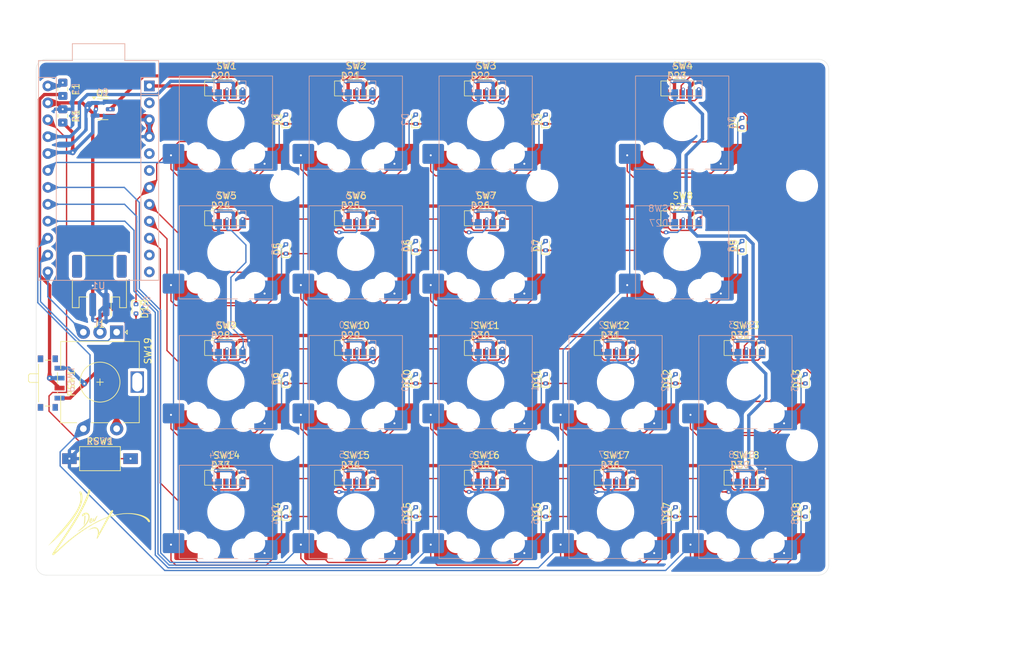
<source format=kicad_pcb>
(kicad_pcb (version 20241229) (generator "pcbnew") (generator_version "9.0")
  (layers (0 "F.Cu" signal) (2 "B.Cu" signal) (13 "F.Paste" user) (15 "B.Paste" user) (5 "F.SilkS" user "F.Silkscreen") (7 "B.SilkS" user "B.Silkscreen") (1 "F.Mask" user) (3 "B.Mask" user) (25 "Edge.Cuts" user))
  (net 0 "")
  (net 1 "CS")
  (net 3 "GND")
  (net 4 "col2")
  (net 5 "Net-(U1-RAW)")
  (net 6 "VCC")
  (net 7 "row0")
  (net 9 "SWA")
  (net 10 "LED_PWR")
  (net 11 "col0")
  (net 12 "ENCA")
  (net 13 "row2")
  (net 14 "col3")
  (net 15 "ENCB")
  (net 16 "row1")
  (net 17 "reset")
  (net 18 "LED_DATA")
  (net 19 "row3")
  (net 20 "Net-(D1-A)")
  (net 21 "Net-(D2-A)")
  (net 22 "Net-(D3-A)")
  (net 23 "Net-(D4-A)")
  (net 24 "Net-(D5-A)")
  (net 25 "Net-(D6-A)")
  (net 26 "Net-(D7-A)")
  (net 27 "Net-(D8-A)")
  (net 28 "Net-(D9-A)")
  (net 29 "Net-(D10-A)")
  (net 30 "Net-(D11-A)")
  (net 31 "Net-(D12-A)")
  (net 32 "Net-(D13-A)")
  (net 33 "Net-(D14-A)")
  (net 34 "Net-(D15-A)")
  (net 35 "Net-(D16-A)")
  (net 36 "Net-(D17-A)")
  (net 37 "Net-(D18-A)")
  (net 38 "SWB")
  (net 39 "LED_GND")
  (net 40 "Net-(D21-DOUT)")
  (net 41 "Net-(D20-DOUT)")
  (net 42 "Net-(D22-DOUT)")
  (net 43 "Net-(D23-DOUT)")
  (net 44 "Net-(D24-DOUT)")
  (net 45 "Net-(D24-DIN)")
  (net 46 "Net-(D25-DIN)")
  (net 47 "Net-(D26-DIN)")
  (net 48 "Net-(D28-DOUT)")
  (net 49 "Net-(D29-DOUT)")
  (net 50 "Net-(D31-DOUT)")
  (net 51 "Net-(D30-DOUT)")
  (net 52 "Net-(D32-DOUT)")
  (net 54 "Net-(D33-DIN)")
  (net 56 "Net-(D34-DIN)")
  (net 57 "Net-(D35-DIN)")
  (net 58 "Net-(D36-DIN)")
  (net 59 "+BATT")
  (net 60 "Net-(J1-Pin_1)")
  (net 65 "col1")
  (footprint "Custom Footprints:D_SOD-523" (layer "F.Cu") (at 138 77 90)
    (property "Reference" "D11")
    (property "Value" "1N4148WT")
  )
  (footprint "Custom Footprints:D_SOD-523" (layer "F.Cu") (at 118.5 97 90)
    (property "Reference" "D15")
    (property "Value" "1N4148WT")
  )
  (footprint "" (layer "F.Cu") (at 137.5 48)
    (property "Reference" "")
    (property "Value" "")
  )
  (footprint "Custom Footprints:SK6812_4020_SIDE_rev2" (layer "F.Cu") (at 128.2 34)
    (property "Reference" "D22")
    (property "Value" "SK6812")
  )
  (footprint "Custom Footprints:0805_2012_nonpolarised" (layer "F.Cu") (at 65.5 33.5 90)
    (property "Reference" "F1")
    (property "Value" "Polyfuse")
  )
  (footprint "Custom Footprints:JST_PH_S2B-PH-SM4-TB_1x02-1MP_P2.00mm_Horizontal" (layer "F.Cu") (at 71 63 180)
    (property "Reference" "J1")
    (property "Value" "Conn_01x02_Socket")
  )
  (footprint "Custom Footprints:D_SOD-523" (layer "F.Cu") (at 118.5 38 90)
    (property "Reference" "D2" (hide yes))
    (property "Value" "1N4148WT")
  )
  (footprint "Custom Footprints:gateron-ks27-hotswap-reversible" (layer "F.Cu") (at 148.5 97)
    (property "Reference" "SW17")
    (property "Value" "SW_Push")
  )
  (footprint "Custom Footprints:gateron-ks27-hotswap-reversible" (layer "F.Cu") (at 90 38.5)
    (property "Reference" "SW1")
    (property "Value" "SW_Push")
  )
  (footprint "Custom Footprints:D_SOD-523" (layer "F.Cu") (at 167.5 38.5 90)
    (property "Reference" "D4")
    (property "Value" "1N4148WT")
  )
  (footprint "Custom Footprints:gateron-ks27-hotswap-reversible" (layer "F.Cu") (at 158.5 58)
    (property "Reference" "SW8")
    (property "Value" "SW_Push")
  )
  (footprint "Custom Footprints:gateron-ks27-hotswap-reversible" (layer "F.Cu") (at 129 97)
    (property "Reference" "SW16")
    (property "Value" "SW_Push")
  )
  (footprint "Custom Footprints:gateron-ks27-hotswap-reversible" (layer "F.Cu") (at 129 58)
    (property "Reference" "SW7")
    (property "Value" "SW_Push")
  )
  (footprint "Custom Footprints:gateron-ks27-hotswap-reversible" (layer "F.Cu") (at 148.5 77.5)
    (property "Reference" "SW12")
    (property "Value" "SW_Push")
  )
  (footprint "Custom Footprints:D_SOD-523" (layer "F.Cu") (at 177 77 90)
    (property "Reference" "D13")
    (property "Value" "1N4148WT")
  )
  (footprint "Custom Footprints:D_SOD-523" (layer "F.Cu") (at 157.5 77 90)
    (property "Reference" "D12")
    (property "Value" "1N4148WT")
  )
  (footprint "Custom Footprints:SK6812_4020_SIDE_rev2" (layer "F.Cu") (at 157.7 53.5)
    (property "Reference" "D27")
    (property "Value" "SK6812")
  )
  (footprint "Custom Footprints:D_SOD-523" (layer "F.Cu") (at 167.5 57 90)
    (property "Reference" "D8")
    (property "Value" "1N4148WT")
  )
  (footprint "Custom Footprints:SK6812_4020_SIDE_rev2" (layer "F.Cu") (at 108.7 34)
    (property "Reference" "D21")
    (property "Value" "SK6812")
  )
  (footprint "Custom Footprints:D_SOD-523" (layer "F.Cu") (at 157.5 97 90)
    (property "Reference" "D17")
    (property "Value" "1N4148WT")
  )
  (footprint "Custom Footprints:D_SOD-523" (layer "F.Cu") (at 99 77 90)
    (property "Reference" "D9")
    (property "Value" "1N4148WT")
  )
  (footprint "Custom Footprints:D_SOD-523" (layer "F.Cu") (at 118.5 57 90)
    (property "Reference" "D6")
    (property "Value" "1N4148WT")
  )
  (footprint "Custom Footprints:SK6812_4020_SIDE_rev2" (layer "F.Cu") (at 157.7 34)
    (property "Reference" "D23")
    (property "Value" "SK6812")
  )
  (footprint "Custom Footprints:RotaryEncoder_Alps_EC11E-Switch_Vertical_H20mm" (layer "F.Cu") (at 73.59 70 -90)
    (property "Reference" "SW19")
    (property "Value" "RotaryEncoder_Switch")
  )
  (footprint "Custom Footprints:0805_2012_nonpolarised" (layer "F.Cu") (at 65.5 37.5 90)
    (property "Reference" "R1")
    (property "Value" "100k")
  )
  (footprint "Custom Footprints:gateron-ks27-hotswap-reversible" (layer "F.Cu") (at 90 77.5)
    (property "Reference" "SW9")
    (property "Value" "SW_Push")
  )
  (footprint "Custom Footprints:SK6812_4020_SIDE_rev2" (layer "F.Cu") (at 147.7 92.5)
    (property "Reference" "D36")
    (property "Value" "SK6812")
  )
  (footprint "Custom Footprints:gateron-ks27-hotswap-reversible" (layer "F.Cu") (at 129 77.5)
    (property "Reference" "SW11")
    (property "Value" "SW_Push")
  )
  (footprint "Custom Footprints:gateron-ks27-hotswap-reversible" (layer "F.Cu") (at 129 38.5)
    (property "Reference" "SW3")
    (property "Value" "SW_Push")
  )
  (footprint "Custom Footprints:D_SOD-523" (layer "F.Cu") (at 99 57.5 90)
    (property "Reference" "D5")
    (property "Value" "1N4148WT")
  )
  (footprint "Custom Footprints:gateron-ks27-hotswap-reversible" (layer "F.Cu") (at 168 97)
    (property "Reference" "SW18")
    (property "Value" "SW_Push")
  )
  (footprint "Custom Footprints:D_SOD-523" (layer "F.Cu") (at 177 97 90)
    (property "Reference" "D18")
    (property "Value" "1N4148WT")
  )
  (footprint "Custom Footprints:D_SOD-523" (layer "F.Cu") (at 99 97 90)
    (property "Reference" "D14")
    (property "Value" "1N4148WT")
  )
  (footprint "Custom Footprints:D_SOD-523" (layer "F.Cu") (at 138 57 90)
    (property "Reference" "D7")
    (property "Value" "1N4148WT")
  )
  (footprint "Custom Footprints:D_SOD-523" (layer "F.Cu") (at 99 38 90)
    (property "Reference" "D1")
    (property "Value" "1N4148WT")
  )
  (footprint "Custom Footprints:D_SOD-523" (layer "F.Cu") (at 138 97 90)
    (property "Reference" "D16")
    (property "Value" "1N4148WT")
  )
  (footprint "Custom Footprints:SK6812_4020_SIDE_rev2" (layer "F.Cu") (at 128.2 53.5)
    (property "Reference" "D26")
    (property "Value" "SK6812")
  )
  (footprint "Custom Footprints:SK6812_4020_SIDE_rev2" (layer "F.Cu") (at 89.2 92.5)
    (property "Reference" "D33")
    (property "Value" "SK6812")
  )
  (footprint "Custom Footprints:SK6812_4020_SIDE_rev2" (layer "F.Cu") (at 89.2 73)
    (property "Reference" "D28")
    (property "Value" "SK6812")
  )
  (footprint "Custom Footprints:SK6812_4020_SIDE_rev2" (layer "F.Cu") (at 108.7 53.5)
    (property "Reference" "D25")
    (property "Value" "SK6812")
  )
  (footprint "Custom Footprints:gateron-ks27-hotswap-reversible" (layer "F.Cu") (at 90 97)
    (property "Reference" "SW14")
    (property "Value" "SW_Push")
  )
  (footprint "Custom Footprints:SK6812_4020_SIDE_rev2" (layer "F.Cu") (at 89.2 34)
    (property "Reference" "D20")
    (property "Value" "SK6812")
  )
  (footprint "" (layer "F.Cu") (at 176.5 87)
    (property "Reference" "")
    (property "Value" "")
  )
  (footprint "Custom Footprints:SK6812_4020_SIDE_rev2" (layer "F.Cu") (at 108.7 73)
    (property "Reference" "D29")
    (property "Value" "SK6812")
  )
  (footprint "Custom Footprints:gateron-ks27-hotswap-reversible" (layer "F.Cu") (at 109.5 38.5)
    (property "Reference" "SW2")
    (property "Value" "SW_Push")
  )
  (footprint "Custom Footprints:gateron-ks27-hotswap-reversible" (layer "F.Cu") (at 168 77.5)
    (property "Reference" "SW13")
    (property "Value" "SW_Push")
  )
  (footprint "Custom Footprints:D_SOD-523" (layer "F.Cu") (at 138 38 90)
    (property "Reference" "D3")
    (property "Value" "1N4148WT")
  )
  (footprint "Custom Footprints:D_SOD-523" (layer "F.Cu") (at 118.5 77 90)
    (property "Reference" "D10")
    (property "Value" "1N4148WT")
  )
  (footprint "Custom Footprints:SK6812_4020_SIDE_rev2" (layer "F.Cu") (at 167.2 92.5)
    (property "Reference" "D37")
    (property "Value" "SK6812")
  )
  (footprint "" (layer "F.Cu") (at 137.5 87)
    (property "Reference" "")
    (property "Value" "")
  )
  (footprint "Custom Footprints:SW_SPST_FSMSM" (layer "F.Cu") (at 71.09 89)
    (property "Reference" "RSW1")
    (property "Value" "SW_Push")
  )
  (footprint "Custom Footprints:gateron-ks27-hotswap-reversible" (layer "F.Cu") (at 90 58)
    (property "Reference" "SW5")
    (property "Value" "SW_Push")
  )
  (footprint "MountingHole:MountingHole_4.3mm_M4_DIN965" (layer "F.Cu") (at 99 87)
    (property "Reference" "REF**" (hide yes))
    (property "Value" "MountingHole_4.3mm_M4_DIN965")
  )
  (footprint "Custom Footprints:SW_SPDT_PCM12" (layer "F.Cu") (at 63.59 77.65 -90)
    (property "Reference" "PSW1")
    (property "Value" "SW_SPST")
  )
  (footprint "Custom Footprints:SK6812_4020_SIDE_rev2" (layer "F.Cu") (at 89.2 53.5)
    (property "Reference" "D24")
    (property "Value" "SK6812")
  )
  (footprint "Custom Footprints:SK6812_4020_SIDE_rev2" (layer "F.Cu") (at 108.7 92.5)
    (property "Reference" "D34")
    (property "Value" "SK6812")
  )
  (footprint "Custom Footprints:gateron-ks27-hotswap-reversible" (layer "F.Cu") (at 158.5 38.5)
    (property "Reference" "SW4")
    (property "Value" "SW_Push")
  )
  (footprint "Custom Footprints:D_SOD-523" (layer "F.Cu") (at 76.5 66.5 -90)
    (property "Reference" "D19")
    (property "Value" "1N4148WT")
  )
  (footprint "Custom Footprints:SOT-23-3" (layer "F.Cu") (at 71.5 36.5)
    (property "Reference" "Q1")
    (property "Value" "2N7002")
  )
  (footprint "Custom Footprints:gateron-ks27-hotswap-reversible" (layer "F.Cu") (at 109.5 58)
    (property "Reference" "SW6")
    (property "Value" "SW_Push")
  )
  (footprint "Custom Footprints:SK6812_4020_SIDE_rev2" (layer "F.Cu") (at 128.2 92.5)
    (property "Reference" "D35")
    (property "Value" "SK6812")
  )
  (footprint "Custom Footprints:gateron-ks27-hotswap-reversible" (layer "F.Cu") (at 109.5 97)
    (property "Reference" "SW15")
    (property "Value" "SW_Push")
  )
  (footprint "Custom Footprints:SK6812_4020_SIDE_rev2" (layer "F.Cu") (at 128.2 73)
    (property "Reference" "D30")
    (property "Value" "SK6812")
  )
  (footprint "MountingHole:MountingHole_4.3mm_M4_DIN965" (layer "F.Cu") (at 176.5 48)
    (property "Reference" "REF**" (hide yes))
    (property "Value" "MountingHole_4.3mm_M4_DIN965")
  )
  (footprint "MountingHole:MountingHole_4.3mm_M4_DIN965" (layer "F.Cu") (at 99 48)
    (property "Reference" "REF**" (hide yes))
    (property "Value" "MountingHole_4.3mm_M4_DIN965")
  )
  (footprint "Custom Footprints:gateron-ks27-hotswap-reversible" (layer "F.Cu") (at 109.5 77.5)
    (property "Reference" "SW10")
    (property "Value" "SW_Push")
  )
  (footprint "Custom Footprints:SK6812_4020_SIDE_rev2" (layer "F.Cu") (at 167.2 73)
    (property "Reference" "D32")
    (property "Value" "SK6812")
  )
  (footprint "Custom Footprints:SK6812_4020_SIDE_rev2" (layer "F.Cu") (at 147.7 73)
    (property "Reference" "D31")
    (property "Value" "SK6812")
  )
  (footprint "Arduino:Sparkfun_Pro_Micro" (layer "B.Cu") (at 63.26 60.94)
    (property "Reference" "U1")
    (property "Value" "Sparkfun_Pro_Micro")
  )
  (gr_poly (pts (xy 69.508294 93.628143) (xy 69.518731 93.629121) (xy 69.529083 93.63077) (xy 69.539316 93.633088) (xy 69.549397 93.63607) (xy 69.559291 93.639712) (xy 69.568965 93.644009) (xy 69.578385 93.648958) (xy 69.587518 93.654553) (xy 69.596329 93.660791) (xy 69.604706 93.6676) (xy 69.612551 93.674892) (xy 69.61985 93.682635) (xy 69.62659 93.690798) (xy 69.632758 93.699349) (xy 69.63834 93.708257) (xy 69.643324 93.71749) (xy 69.647697 93.727017) (xy 69.651444 93.736807) (xy 69.654553 93.746829) (xy 69.657011 93.75705) (xy 69.658805 93.767439) (xy 69.65992 93.777966) (xy 69.660345 93.788599) (xy 69.660066 93.799305) (xy 69.659069 93.810055) (xy 69.65959 93.812613) (xy 69.659539 93.817073) (xy 69.658471 93.826243) (xy 69.655779 93.842066) (xy 69.650857 93.866484) (xy 69.643097 93.901439) (xy 69.631893 93.948875) (xy 69.606319 94.04785) (xy 69.576618 94.150166) (xy 69.533027 94.287832) (xy 69.473582 94.460948) (xy 69.396322 94.669615) (xy 69.299287 94.913931) (xy 69.180513 95.193995) (xy 69.039698 95.506747) (xy 68.856718 95.890461) (xy 68.626131 96.34721) (xy 68.342497 96.879067) (xy 68.000372 97.488105) (xy 67.594317 98.176395) (xy 67.118891 98.946011) (xy 66.568651 99.799024) (xy 66.153006 100.423055) (xy 65.762726 100.997956) (xy 65.399153 101.52515) (xy 65.063632 102.006061) (xy 64.542433 102.749916) (xy 64.441949 102.895184) (xy 64.353888 103.024376) (xy 64.31509 103.082243) (xy 64.302338 103.101545) (xy 64.322255 103.085072) (xy 64.380825 103.035671) (xy 64.444338 102.981237) (xy 64.512873 102.921721) (xy 64.586507 102.857075) (xy 64.748774 102.712748) (xy 64.931734 102.547914) (xy 65.361965 102.155488) (xy 65.843679 101.724813) (xy 66.32426 101.316187) (xy 66.801789 100.929605) (xy 67.274346 100.56506) (xy 67.74001 100.222547) (xy 68.196861 99.902059) (xy 68.64298 99.60359) (xy 69.076446 99.327135) (xy 69.295784 99.19233) (xy 69.510783 99.063528) (xy 69.721232 98.940685) (xy 69.926916 98.823759) (xy 70.127622 98.712707) (xy 70.323138 98.607486) (xy 70.513251 98.508053) (xy 70.697747 98.414365) (xy 70.886145 98.321662) (xy 71.067897 98.235208) (xy 71.242881 98.154901) (xy 71.41097 98.080636) (xy 71.572042 98.012312) (xy 71.72597 97.949825) (xy 71.87263 97.893073) (xy 72.011899 97.841952) (xy 72.337703 97.729512) (xy 72.65372 97.628223) (xy 72.960938 97.537884) (xy 73.260341 97.458295) (xy 73.552918 97.389256) (xy 73.839653 97.330564) (xy 74.121534 97.282022) (xy 74.399547 97.243426) (xy 74.501668 97.231632) (xy 74.601978 97.221329) (xy 74.700503 97.212463) (xy 74.797266 97.20498) (xy 75.073118 97.19015) (xy 75.348422 97.185165) (xy 75.623289 97.190448) (xy 75.897829 97.206424) (xy 76.172152 97.233516) (xy 76.446368 97.272149) (xy 76.58347 97.295925) (xy 76.720587 97.322745) (xy 76.857732 97.352663) (xy 76.994918 97.38573) (xy 77.127149 97.41981) (xy 77.251479 97.455009) (xy 77.368163 97.491152) (xy 77.477454 97.528064) (xy 77.579605 97.56557) (xy 77.674868 97.603495) (xy 77.763498 97.641664) (xy 77.845747 97.679902) (xy 77.889438 97.701444) (xy 77.931426 97.723028) (xy 77.971745 97.74463) (xy 78.010426 97.766225) (xy 78.047502 97.787787) (xy 78.083004 97.809293) (xy 78.116965 97.830716) (xy 78.149416 97.852033) (xy 78.18039 97.873218) (xy 78.20992 97.894246) (xy 78.238036 97.915092) (xy 78.264772 97.935732) (xy 78.290158 97.956141) (xy 78.314229 97.976293) (xy 78.337015 97.996163) (xy 78.358549 98.015727) (xy 78.384003 98.039954) (xy 78.407799 98.06383) (xy 78.429981 98.087324) (xy 78.45059 98.110406) (xy 78.469669 98.133044) (xy 78.487261 98.155208) (xy 78.503409 98.176867) (xy 78.518154 98.197989) (xy 78.531541 98.218544) (xy 78.543611 98.238501) (xy 78.554406 98.257829) (xy 78.563971 98.276498) (xy 78.572347 98.294475) (xy 78.579577 98.311731) (xy 78.585703 98.328234) (xy 78.590769 98.343954) (xy 78.593033 98.351925) (xy 78.595042 98.359732) (xy 78.5968 98.367371) (xy 78.598312 98.374843) (xy 78.599581 98.382147) (xy 78.600611 98.38928) (xy 78.601409 98.396242) (xy 78.601976 98.403032) (xy 78.602275 98.408811) (xy 78.602385 98.414501) (xy 78.602313 98.4201) (xy 78.602064 98.425605) (xy 78.601645 98.431016) (xy 78.60106 98.436331) (xy 78.600316 98.441548) (xy 78.599418 98.446666) (xy 78.598373 98.451682) (xy 78.597186 98.456596) (xy 78.595863 98.461405) (xy 78.59441 98.466108) (xy 78.592833 98.470703) (xy 78.591137 98.475188) (xy 78.589329 98.479563) (xy 78.587414 98.483825) (xy 78.585357 98.488055) (xy 78.583205 98.49216) (xy 78.580965 98.496142) (xy 78.578641 98.5) (xy 78.576239 98.503735) (xy 78.573766 98.507348) (xy 78.571228 98.51084) (xy 78.56863 98.514212) (xy 78.565977 98.517463) (xy 78.563277 98.520595) (xy 78.560535 98.523608) (xy 78.557756 98.526503) (xy 78.554947 98.529281) (xy 78.552114 98.531943) (xy 78.549262 98.534488) (xy 78.546397 98.536919) (xy 78.542787 98.539812) (xy 78.539188 98.54252) (xy 78.535611 98.545048) (xy 78.532065 98.547401) (xy 78.52856 98.549584) (xy 78.525106 98.551603) (xy 78.521712 98.553462) (xy 78.518389 98.555168) (xy 78.516167 98.556246) (xy 78.514002 98.557251) (xy 78.511894 98.558185) (xy 78.509844 98.559051) (xy 78.507856 98.559853) (xy 78.50593 98.560594) (xy 78.502272 98.561906) (xy 78.498884 98.563013) (xy 78.495779 98.563941) (xy 78.49297 98.564715) (xy 78.490471 98.565362) (xy 78.488202 98.564104) (xy 78.485632 98.562819) (xy 78.482764 98.561508) (xy 78.479598 98.560171) (xy 78.476138 98.558809) (xy 78.472383 98.55742) (xy 78.468336 98.556007) (xy 78.463999 98.554568) (xy 78.457207 98.552435) (xy 78.450163 98.550331) (xy 78.434949 98.545965) (xy 78.422271 98.542319) (xy 78.415738 98.540374) (xy 78.409134 98.538328) (xy 78.402504 98.53617) (xy 78.395891 98.533885) (xy 78.389339 98.531461) (xy 78.382893 98.528883) (xy 78.376567 98.52613) (xy 78.373439 98.524674) (xy 78.370335 98.523161) (xy 78.367259 98.521585) (xy 78.364212 98.519945) (xy 78.361196 98.518236) (xy 78.358213 98.516453) (xy 78.355266 98.514595) (xy 78.352355 98.512656) (xy 78.349483 98.510634) (xy 78.346651 98.508524) (xy 78.343863 98.506324) (xy 78.341119 98.504028) (xy 78.338422 98.501634) (xy 78.335774 98.499138) (xy 78.332739 98.49611) (xy 78.329711 98.492932) (xy 78.32668 98.489597) (xy 78.323639 98.486099) (xy 78.320578 98.482434) (xy 78.317488 98.478593) (xy 78.31436 98.474572) (xy 78.311187 98.470364) (xy 78.298388 98.452084) (xy 78.284441 98.430699) (xy 78.250348 98.378274) (xy 78.228823 98.347068) (xy 78.203393 98.312422) (xy 78.188998 98.293782) (xy 78.173368 98.27425) (xy 78.156418 98.253817) (xy 78.13806 98.232471) (xy 78.106113 98.197215) (xy 78.069397 98.159457) (xy 78.027541 98.119475) (xy 77.980173 98.07755) (xy 77.954305 98.055947) (xy 77.926921 98.033963) (xy 77.897972 98.011633) (xy 77.867414 97.988993) (xy 77.835198 97.966077) (xy 77.801279 97.942921) (xy 77.765611 97.919558) (xy 77.728146 97.896026) (xy 77.656453 97.853586) (xy 77.577989 97.810595) (xy 77.492449 97.767308) (xy 77.399526 97.723978) (xy 77.298913 97.680862) (xy 77.190305 97.638213) (xy 77.073395 97.596287) (xy 76.947877 97.555339) (xy 76.816089 97.517024) (xy 76.684012 97.481883) (xy 76.551648 97.449897) (xy 76.418993 97.421044) (xy 76.28605 97.395305) (xy 76.152816 97.372657) (xy 76.019291 97.353081) (xy 75.885476 97.336557) (xy 75.751369 97.323063) (xy 75.616971 97.312578) (xy 75.482279 97.305084) (xy 75.347295 97.300558) (xy 75.212018 97.29898) (xy 75.076447 97.30033) (xy 74.804422 97.31173) (xy 74.709 97.318391) (xy 74.611799 97.326507) (xy 74.512805 97.336131) (xy 74.412 97.347314) (xy 74.137757 97.384568) (xy 73.859249 97.432277) (xy 73.57561 97.490612) (xy 73.285971 97.559742) (xy 72.989465 97.639837) (xy 72.685226 97.731066) (xy 72.372386 97.8336) (xy 72.050078 97.947608) (xy 71.913258 97.999129) (xy 71.768935 98.056363) (xy 71.617256 98.119406) (xy 71.458368 98.188353) (xy 71.292419 98.263299) (xy 71.119557 98.344341) (xy 70.939929 98.431573) (xy 70.753683 98.525091) (xy 70.571365 98.619524) (xy 70.383423 98.719745) (xy 70.190081 98.825789) (xy 69.991562 98.937691) (xy 69.78809 99.055488) (xy 69.579888 99.179214) (xy 69.367181 99.308907) (xy 69.150192 99.4446) (xy 68.721387 99.722764) (xy 68.280188 100.022862) (xy 67.828511 100.344879) (xy 67.368271 100.688799) (xy 66.901381 101.054607) (xy 66.429757 101.442288) (xy 65.955315 101.851828) (xy 65.479968 102.283209) (xy 65.05229 102.679826) (xy 64.870271 102.84709) (xy 64.708786 102.994007) (xy 64.635386 103.060093) (xy 64.566891 103.121221) (xy 64.503241 103.177416) (xy 64.44438 103.228704) (xy 64.390067 103.275266) (xy 64.340186 103.317165) (xy 64.294713 103.354384) (xy 64.273622 103.371232) (xy 64.253626 103.386903) (xy 64.234539 103.401533) (xy 64.216337 103.415124) (xy 64.199033 103.42765) (xy 64.190722 103.433505) (xy 64.182642 103.439083) (xy 64.174815 103.444367) (xy 64.167056 103.449476) (xy 64.159376 103.454393) (xy 64.151783 103.4591) (xy 64.144285 103.46358) (xy 64.136893 103.467818) (xy 64.129614 103.471795) (xy 64.122457 103.475495) (xy 64.118829 103.477285) (xy 64.115122 103.479049) (xy 64.111341 103.480778) (xy 64.107489 103.482463) (xy 64.103571 103.484094) (xy 64.099591 103.485663) (xy 64.095553 103.487159) (xy 64.091462 103.488573) (xy 64.087322 103.489895) (xy 64.082886 103.491188) (xy 64.078169 103.492416) (xy 64.073188 103.493546) (xy 64.067957 103.494544) (xy 64.062493 103.495375) (xy 64.059678 103.495717) (xy 64.056811 103.496004) (xy 64.053893 103.496233) (xy 64.050926 103.496399) (xy 64.04778 103.496499) (xy 64.044512 103.496522) (xy 64.041128 103.496456) (xy 64.037635 103.496291) (xy 64.034038 103.496017) (xy 64.030345 103.495622) (xy 64.026562 103.495098) (xy 64.022695 103.494434) (xy 64.018701 103.493607) (xy 64.014625 103.492613) (xy 64.010479 103.49144) (xy 64.006273 103.490077) (xy 64.00202 103.488514) (xy 63.999879 103.487653) (xy 63.997731 103.486739) (xy 63.995576 103.485769) (xy 63.993416 103.484742) (xy 63.991253 103.483657) (xy 63.989087 103.482512) (xy 63.986906 103.481297) (xy 63.984751 103.480034) (xy 63.982622 103.478723) (xy 63.980521 103.477364) (xy 63.978449 103.475958) (xy 63.976406 103.474504) (xy 63.974393 103.473004) (xy 63.972411 103.471457) (xy 63.970461 103.469863) (xy 63.968544 103.468224) (xy 63.96666 103.46654) (xy 63.96481 103.46481) (xy 63.962996 103.463035) (xy 63.961217 103.461216) (xy 63.959475 103.459352) (xy 63.95777 103.457445) (xy 63.956128 103.455522) (xy 63.954546 103.453585) (xy 63.953022 103.451634) (xy 63.951555 103.449671) (xy 63.950145 103.447697) (xy 63.948791 103.445715) (xy 63.947492 103.443726) (xy 63.946246 103.441731) (xy 63.945053 103.439732) (xy 63.943913 103.437731) (xy 63.942823 103.435729) (xy 63.941784 103.433728) (xy 63.939853 103.429735) (xy 63.938111 103.425766) (xy 63.9366 103.421964) (xy 63.935247 103.418197) (xy 63.934046 103.414473) (xy 63.932986 103.410798) (xy 63.932062 103.407178) (xy 63.931264 103.403622) (xy 63.930585 103.400135) (xy 63.930016 103.396724) (xy 63.929549 103.393397) (xy 63.929177 103.39016) (xy 63.928891 103.387021) (xy 63.928683 103.383985) (xy 63.92847 103.378254) (xy 63.928474 103.373022) (xy 63.928648 103.367931) (xy 63.928977 103.362953) (xy 63.929443 103.358102) (xy 63.930026 103.35339) (xy 63.930709 103.34883) (xy 63.931473 103.344437) (xy 63.932299 103.340221) (xy 63.933168 103.336198) (xy 63.935074 103.32837) (xy 63.937256 103.320496) (xy 63.939688 103.312592) (xy 63.942342 103.304677) (xy 63.944769 103.297946) (xy 64.031607 103.297946) (xy 64.031613 103.297966) (xy 64.031636 103.297979) (xy 64.031734 103.297986) (xy 64.031895 103.297967) (xy 64.032117 103.297923) (xy 64.032728 103.297762) (xy 64.033538 103.29751) (xy 64.03452 103.297171) (xy 64.035646 103.296751) (xy 64.036886 103.296255) (xy 64.037087 103.296168) (xy 64.036849 103.29621) (xy 64.035939 103.296397) (xy 64.035129 103.296586) (xy 64.034415 103.296775) (xy 64.033792 103.296959) (xy 64.033258 103.297136) (xy 64.032807 103.297303) (xy 64.032436 103.297456) (xy 64.032141 103.297591) (xy 64.031919 103.297707) (xy 64.031764 103.297799) (xy 64.031648 103.297886) (xy 64.031607 103.297946) (xy 63.944769 103.297946) (xy 63.945193 103.296769) (xy 63.948214 103.288886) (xy 63.951377 103.281045) (xy 63.954657 103.273266) (xy 63.958206 103.265168) (xy 63.961973 103.25687) (xy 63.96595 103.248376) (xy 63.970134 103.239691) (xy 63.979098 103.221759) (xy 63.98882 103.203108) (xy 63.999416 103.183477) (xy 64.010857 103.162904) (xy 64.023122 103.141402) (xy 64.036192 103.118989) (xy 64.06497 103.070986) (xy 64.097085 103.01898) (xy 64.132425 102.96306) (xy 64.17088 102.903316) (xy 64.212854 102.839056) (xy 64.257939 102.770842) (xy 64.357008 102.622938) (xy 64.592879 102.276334) (xy 64.870114 101.871938) (xy 65.558802 100.859534) (xy 65.943228 100.283735) (xy 66.353455 99.658215) (xy 66.634581 99.221327) (xy 66.89621 98.80579) (xy 67.139045 98.411329) (xy 67.363787 98.037667) (xy 67.761797 97.351635) (xy 68.09585 96.745487) (xy 68.371556 96.217014) (xy 68.594527 95.764006) (xy 68.770373 95.384254) (xy 68.904704 95.075551) (xy 68.963454 94.933778) (xy 69.016577 94.801012) (xy 69.064333 94.677229) (xy 69.106987 94.562409) (xy 69.144801 94.456529) (xy 69.178038 94.359568) (xy 69.20696 94.271504) (xy 69.23183 94.192314) (xy 69.252911 94.121978) (xy 69.270465 94.060473) (xy 69.296046 93.96387) (xy 69.316447 93.875679) (xy 69.321393 93.853194) (xy 69.325572 93.833956) (xy 69.329045 93.81772) (xy 69.331873 93.804245) (xy 69.334118 93.793287) (xy 69.33584 93.784604) (xy 69.337101 93.777952) (xy 69.337963 93.773089) (xy 69.338485 93.769773) (xy 69.33873 93.76776) (xy 69.338758 93.766807) (xy 69.338711 93.766653) (xy 69.338632 93.766673) (xy 69.338412 93.767113) (xy 69.338158 93.767885) (xy 69.337934 93.768747) (xy 69.337799 93.769455) (xy 69.337796 93.769459) (xy 69.339505 93.758799) (xy 69.341897 93.748359) (xy 69.344954 93.738167) (xy 69.348653 93.728249) (xy 69.352974 93.718632) (xy 69.357897 93.709343) (xy 69.363402 93.70041) (xy 69.369467 93.69186) (xy 69.376071 93.68372) (xy 69.383196 93.676017) (xy 69.390818 93.668777) (xy 69.398919 93.662029) (xy 69.407478 93.6558) (xy 69.416474 93.650116) (xy 69.425886 93.645004) (xy 69.435693 93.640493) (xy 69.445779 93.636643) (xy 69.456016 93.633495) (xy 69.466372 93.631045) (xy 69.476811 93.62929) (xy 69.4873 93.628224) (xy 69.497805 93.627843)) (fill yes) (layer "F.SilkS"))
  (gr_poly (pts (xy 69.014439 97.118886) (xy 69.029292 97.119483) (xy 69.04405 97.120456) (xy 69.058709 97.121805) (xy 69.073264 97.123532) (xy 69.087709 97.125637) (xy 69.10204 97.128122) (xy 69.116252 97.130986) (xy 69.13034 97.134232) (xy 69.144299 97.13786) (xy 69.158124 97.14187) (xy 69.171574 97.146186) (xy 69.184842 97.150858) (xy 69.197923 97.155883) (xy 69.210813 97.161259) (xy 69.22351 97.166984) (xy 69.236008 97.173055) (xy 69.248305 97.17947) (xy 69.260397 97.186225) (xy 69.27228 97.193319) (xy 69.28395 97.200749) (xy 69.295403 97.208513) (xy 69.306636 97.216607) (xy 69.317646 97.22503) (xy 69.328428 97.233779) (xy 69.338979 97.242852) (xy 69.349294 97.252245) (xy 69.36062 97.2632) (xy 69.371611 97.274524) (xy 69.382263 97.286211) (xy 69.392576 97.298256) (xy 69.402548 97.310653) (xy 69.412177 97.323395) (xy 69.421461 97.336477) (xy 69.430398 97.349892) (xy 69.43675 97.35998) (xy 69.44293 97.370289) (xy 69.448932 97.38082) (xy 69.454755 97.391572) (xy 69.460394 97.402544) (xy 69.465847 97.413738) (xy 69.471109 97.425153) (xy 69.476178 97.436789) (xy 69.486687 97.463315) (xy 69.496183 97.490884) (xy 69.504632 97.519488) (xy 69.512002 97.549121) (xy 69.518258 97.579775) (xy 69.523367 97.611444) (xy 69.527297 97.644121) (xy 69.530012 97.677798) (xy 69.531424 97.710246) (xy 69.531712 97.743557) (xy 69.530851 97.777721) (xy 69.528811 97.812727) (xy 69.525567 97.848564) (xy 69.521091 97.885221) (xy 69.515356 97.922687) (xy 69.508335 97.96095) (xy 69.5 98) (xy 69.490325 98.039826) (xy 69.479282 98.080417) (xy 69.466844 98.121762) (xy 69.452984 98.163849) (xy 69.437675 98.206667) (xy 69.42089 98.250207) (xy 69.402602 98.294455) (xy 69.38322 98.338439) (xy 69.362396 98.382972) (xy 69.340115 98.428042) (xy 69.316359 98.473636) (xy 69.291111 98.519741) (xy 69.264356 98.566343) (xy 69.236075 98.613431) (xy 69.206253 98.66099) (xy 69.174873 98.709009) (xy 69.141918 98.757473) (xy 69.107371 98.806371) (xy 69.071216 98.855688) (xy 68.994015 98.955531) (xy 68.91018 99.056897) (xy 68.871105 99.101111) (xy 68.830905 99.144867) (xy 68.789784 99.188057) (xy 68.747948 99.230572) (xy 68.705604 99.272302) (xy 68.662958 99.313138) (xy 68.620214 99.352971) (xy 68.57758 99.391693) (xy 68.529867 99.433913) (xy 68.482812 99.47446) (xy 68.4366 99.513263) (xy 68.391415 99.550249) (xy 68.347443 99.585347) (xy 68.304869 99.618486) (xy 68.263878 99.649594) (xy 68.224655 99.6786) (xy 68.218102 99.683369) (xy 68.173232 99.715427) (xy 68.12942 99.745712) (xy 68.086834 99.774177) (xy 68.045641 99.800778) (xy 68.006008 99.825467) (xy 67.968103 99.848198) (xy 67.932092 99.868925) (xy 67.898144 99.887603) (xy 67.879838 99.897286) (xy 67.862438 99.906213) (xy 67.845933 99.914408) (xy 67.83031 99.921896) (xy 67.815558 99.928702) (xy 67.801667 99.93485) (xy 67.788624 99.940366) (xy 67.776418 99.945274) (xy 67.769478 99.947944) (xy 67.762863 99.950398) (xy 67.756566 99.952645) (xy 67.750581 99.954694) (xy 67.744899 99.956555) (xy 67.739513 99.958236) (xy 67.734417 99.959745) (xy 67.729602 99.961093) (xy 67.723617 99.96265) (xy 67.71813 99.96395) (xy 67.71312 99.965017) (xy 67.708567 99.965876) (xy 67.704449 99.966551) (xy 67.700747 99.967066) (xy 67.697439 99.967445) (xy 67.694506 99.967713) (xy 67.696893 99.966026) (xy 67.699549 99.96409) (xy 67.705748 99.959417) (xy 67.713257 99.953578) (xy 67.722234 99.946457) (xy 67.738801 99.93311) (xy 67.759512 99.916231) (xy 67.80372 99.879845) (xy 67.860887 99.832329) (xy 67.989218 99.72413) (xy 68.063384 99.660685) (xy 68.144441 99.59063) (xy 68.150439 99.585417) (xy 68.223919 99.521119) (xy 68.304718 99.449087) (xy 68.390644 99.370435) (xy 68.434846 99.328974) (xy 68.479509 99.286275) (xy 68.519629 99.247146) (xy 68.559778 99.207166) (xy 68.599757 99.166439) (xy 68.639363 99.125072) (xy 68.678394 99.083167) (xy 68.716649 99.040831) (xy 68.753927 98.998168) (xy 68.790025 98.955282) (xy 68.830732 98.905866) (xy 68.869736 98.856934) (xy 68.907059 98.808498) (xy 68.942722 98.760571) (xy 68.976747 98.713167) (xy 69.009153 98.666297) (xy 69.039963 98.619976) (xy 69.069198 98.574216) (xy 69.096879 98.529029) (xy 69.123026 98.48443) (xy 69.147662 98.44043) (xy 69.170806 98.397043) (xy 69.192482 98.354282) (xy 69.212708 98.312159) (xy 69.231508 98.270688) (xy 69.248901 98.229881) (xy 69.265216 98.188958) (xy 69.280038 98.148963) (xy 69.293408 98.109902) (xy 69.305368 98.071784) (xy 69.315958 98.034616) (xy 69.325218 97.998406) (xy 69.33319 97.963161) (xy 69.339914 97.928889) (xy 69.34543 97.895597) (xy 69.349781 97.863293) (xy 69.353005 97.831985) (xy 69.355145 97.801679) (xy 69.356241 97.772384) (xy 69.356334 97.744107) (xy 69.355464 97.716856) (xy 69.353672 97.690638) (xy 69.352362 97.677154) (xy 69.350813 97.66398) (xy 69.349033 97.651113) (xy 69.347029 97.638554) (xy 69.344809 97.6263) (xy 69.342379 97.61435) (xy 69.339747 97.602704) (xy 69.336921 97.59136) (xy 69.333907 97.580317) (xy 69.330714 97.569574) (xy 69.327348 97.55913) (xy 69.323817 97.548982) (xy 69.320128 97.539132) (xy 69.316289 97.529576) (xy 69.312306 97.520314) (xy 69.308188 97.511345) (xy 69.304356 97.50349) (xy 69.300424 97.495866) (xy 69.296395 97.488471) (xy 69.292274 97.481301) (xy 69.288067 97.474355) (xy 69.283778 97.467631) (xy 69.279412 97.461125) (xy 69.274974 97.454836) (xy 69.271908 97.450671) (xy 69.268797 97.446593) (xy 69.265643 97.442601) (xy 69.262446 97.438695) (xy 69.259207 97.434874) (xy 69.255928 97.431138) (xy 69.252609 97.427486) (xy 69.249251 97.423919) (xy 69.245855 97.420436) (xy 69.242422 97.417036) (xy 69.238952 97.41372) (xy 69.235446 97.410486) (xy 69.231906 97.407335) (xy 69.228332 97.404266) (xy 69.224725 97.401279) (xy 69.221086 97.398373) (xy 69.2146 97.39345) (xy 69.208003 97.388763) (xy 69.201298 97.384312) (xy 69.194486 97.380094) (xy 69.18757 97.376109) (xy 69.180553 97.372355) (xy 69.173437 97.368831) (xy 69.166224 97.365537) (xy 69.158916 97.362471) (xy 69.151516 97.359631) (xy 69.144026 97.357016) (xy 69.136449 97.354626) (xy 69.128786 97.35246) (xy 69.12104 97.350515) (xy 69.113213 97.348791) (xy 69.105308 97.347286) (xy 69.097143 97.345973) (xy 69.088862 97.344883) (xy 69.080468 97.344016) (xy 69.071961 97.343376) (xy 69.063343 97.342963) (xy 69.054616 97.342778) (xy 69.04578 97.342825) (xy 69.036838 97.343103) (xy 69.027789 97.343616) (xy 69.018636 97.344363) (xy 69.009381 97.345348) (xy 69.000024 97.346571) (xy 68.990566 97.348034) (xy 68.98101 97.349739) (xy 68.971356 97.351687) (xy 68.961606 97.35388) (xy 68.947322 97.357891) (xy 68.933424 97.362238) (xy 68.919905 97.366898) (xy 68.90676 97.371849) (xy 68.893981 97.377068) (xy 68.881562 97.382533) (xy 68.869496 97.388222) (xy 68.857776 97.394112) (xy 68.846396 97.400179) (xy 68.835349 97.406403) (xy 68.824629 97.41276) (xy 68.814228 97.419228) (xy 68.804141 97.425784) (xy 68.794361 97.432406) (xy 68.775693 97.445757) (xy 68.766114 97.452966) (xy 68.756664 97.460308) (xy 68.738176 97.475279) (xy 68.720276 97.490431) (xy 68.70301 97.505532) (xy 68.670572 97.534631) (xy 68.655494 97.548158) (xy 68.641238 97.56069) (xy 68.637496 97.563909) (xy 68.633773 97.56708) (xy 68.619476 97.578808) (xy 68.604763 97.59016) (xy 68.589809 97.601033) (xy 68.574788 97.611326) (xy 68.559875 97.620934) (xy 68.545243 97.629756) (xy 68.531069 97.637689) (xy 68.517525 97.64463) (xy 68.512514 97.647018) (xy 68.50764 97.64924) (xy 68.502903 97.651302) (xy 68.498301 97.653206) (xy 68.489495 97.656565) (xy 68.481209 97.659354) (xy 68.473433 97.661611) (xy 68.466154 97.663374) (xy 68.45936 97.664681) (xy 68.45304 97.665569) (xy 68.44718 97.666076) (xy 68.441769 97.666241) (xy 68.436795 97.666099) (xy 68.432246 97.66569) (xy 68.428109 97.665051) (xy 68.424374 97.66422) (xy 68.421028 97.663234) (xy 68.418058 97.662131) (xy 68.418059 97.662131) (xy 68.415553 97.660955) (xy 68.412716 97.659309) (xy 68.409619 97.657156) (xy 68.406329 97.654453) (xy 68.402916 97.651162) (xy 68.399449 97.647242) (xy 68.395997 97.642654) (xy 68.392628 97.637356) (xy 68.389411 97.631308) (xy 68.386416 97.624472) (xy 68.383711 97.616806) (xy 68.381366 97.608271) (xy 68.379449 97.598825) (xy 68.378028 97.58843) (xy 68.377175 97.577045) (xy 68.376956 97.56463) (xy 68.377216 97.555687) (xy 68.377842 97.546422) (xy 68.378841 97.536863) (xy 68.380225 97.527035) (xy 68.382003 97.516964) (xy 68.384186 97.506676) (xy 68.386783 97.496197) (xy 68.389805 97.485553) (xy 68.393262 97.47477) (xy 68.397162 97.463873) (xy 68.401518 97.45289) (xy 68.406338 97.441845) (xy 68.411633 97.430764) (xy 68.417412 97.419675) (xy 68.423686 97.408601) (xy 68.430465 97.397571) (xy 68.43228 97.394758) (xy 68.434131 97.391941) (xy 68.436017 97.389119) (xy 68.43794 97.386294) (xy 68.445708 97.375345) (xy 68.45404 97.364323) (xy 68.462936 97.353253) (xy 68.472393 97.342157) (xy 68.482409 97.331061) (xy 68.492982 97.319987) (xy 68.50411 97.308961) (xy 68.515792 97.298005) (xy 68.528025 97.287144) (xy 68.540807 97.276402) (xy 68.554137 97.265802) (xy 68.568012 97.255369) (xy 68.58243 97.245126) (xy 68.59739 97.235098) (xy 68.61289 97.225308) (xy 68.628928 97.21578) (xy 68.644164 97.207263) (xy 68.659837 97.199019) (xy 68.675943 97.191066) (xy 68.692481 97.183425) (xy 68.709448 97.176114) (xy 68.72684 97.169154) (xy 68.744656 97.162565) (xy 68.762893 97.156365) (xy 68.781548 97.150574) (xy 68.800618 97.145212) (xy 68.820101 97.140298) (xy 68.839994 97.135852) (xy 68.860295 97.131893) (xy 68.881001 97.128441) (xy 68.902109 97.125515) (xy 68.923617 97.123136) (xy 68.938933 97.1215) (xy 68.954183 97.120233) (xy 68.969364 97.119338) (xy 68.984471 97.118814) (xy 68.999497 97.118663)) (fill yes) (layer "F.SilkS"))
  (gr_poly (pts (xy 68.836161 97.541866) (xy 68.839931 97.542635) (xy 68.84423 97.543999) (xy 68.848969 97.546033) (xy 68.854058 97.548812) (xy 68.859409 97.552409) (xy 68.864931 97.556899) (xy 68.870534 97.562357) (xy 68.876129 97.568857) (xy 68.881627 97.576473) (xy 68.886937 97.585281) (xy 68.889494 97.590155) (xy 68.89197 97.595354) (xy 68.894355 97.600889) (xy 68.896637 97.606768) (xy 68.898804 97.613) (xy 68.900847 97.619596) (xy 68.902753 97.626563) (xy 68.904511 97.633913) (xy 68.90611 97.641653) (xy 68.907539 97.649793) (xy 68.909866 97.6678) (xy 68.911394 97.687544) (xy 68.91232 97.731936) (xy 68.910853 97.782352) (xy 68.907531 97.838178) (xy 68.886423 98.103268) (xy 68.870576 98.350924) (xy 68.865411 98.414364) (xy 68.859087 98.477592) (xy 68.851265 98.540194) (xy 68.841605 98.60176) (xy 68.836866 98.627434) (xy 68.831749 98.65252) (xy 68.829042 98.664829) (xy 68.826233 98.676976) (xy 68.82332 98.688955) (xy 68.8203 98.700761) (xy 68.811835 98.73104) (xy 68.802682 98.760243) (xy 68.79295 98.78835) (xy 68.782751 98.815338) (xy 68.772196 98.841187) (xy 68.761396 98.865877) (xy 68.750463 98.889385) (xy 68.739507 98.911692) (xy 68.728641 98.932776) (xy 68.717974 98.952615) (xy 68.697684 98.988478) (xy 68.664395 99.044351) (xy 68.665465 99.018372) (xy 68.665698 98.9834) (xy 68.665089 98.892993) (xy 68.665456 98.786172) (xy 68.666908 98.730682) (xy 68.669685 98.675978) (xy 68.671407 98.652412) (xy 68.673465 98.628284) (xy 68.675822 98.603646) (xy 68.678441 98.578551) (xy 68.692699 98.458882) (xy 68.708593 98.334632) (xy 68.723339 98.210871) (xy 68.729411 98.150758) (xy 68.734151 98.092668) (xy 68.737964 98.024047) (xy 68.740173 97.957384) (xy 68.74229 97.833337) (xy 68.743457 97.777652) (xy 68.745536 97.727328) (xy 68.747113 97.704442) (xy 68.749155 97.683215) (xy 68.751738 97.663753) (xy 68.754943 97.646163) (xy 68.756743 97.63826) (xy 68.758685 97.630747) (xy 68.760759 97.623616) (xy 68.762953 97.616857) (xy 68.765259 97.610461) (xy 68.767667 97.604419) (xy 68.770165 97.598722) (xy 68.772745 97.593361) (xy 68.775397 97.588326) (xy 68.778109 97.583609) (xy 68.780873 97.5792) (xy 68.783678 97.57509) (xy 68.786515 97.57127) (xy 68.789372 97.56773) (xy 68.792241 97.564463) (xy 68.795111 97.561458) (xy 68.797972 97.558706) (xy 68.800814 97.556199) (xy 68.803627 97.553927) (xy 68.806402 97.55188) (xy 68.809127 97.550051) (xy 68.811794 97.548429) (xy 68.814391 97.547006) (xy 68.81691 97.545772) (xy 68.819339 97.544718) (xy 68.82167 97.543835) (xy 68.825993 97.542546) (xy 68.829801 97.541831) (xy 68.833012 97.541618)) (fill yes) (layer "F.SilkS"))
  (gr_poly (pts (xy 68.138013 93.903698) (xy 68.144522 93.904257) (xy 68.151208 93.905207) (xy 68.158061 93.906579) (xy 68.165071 93.908401) (xy 68.172228 93.910705) (xy 68.179523 93.913521) (xy 68.186945 93.916878) (xy 68.194485 93.920808) (xy 68.202133 93.92534) (xy 68.20988 93.930504) (xy 68.217714 93.936331) (xy 68.225628 93.942851) (xy 68.23361 93.950094) (xy 68.241651 93.95809) (xy 68.24684 93.963639) (xy 68.2521 93.969576) (xy 68.257427 93.975908) (xy 68.262817 93.98264) (xy 68.268267 93.989779) (xy 68.273773 93.99733) (xy 68.279331 94.005299) (xy 68.284939 94.013692) (xy 68.306458 94.049322) (xy 68.328981 94.092638) (xy 68.351867 94.143675) (xy 68.363246 94.172102) (xy 68.374475 94.202473) (xy 68.385475 94.234794) (xy 68.396164 94.26907) (xy 68.406464 94.305304) (xy 68.416293 94.343503) (xy 68.425572 94.383669) (xy 68.43422 94.42581) (xy 68.442158 94.469928) (xy 68.449305 94.516029) (xy 68.459583 94.600833) (xy 68.46671 94.691122) (xy 68.470285 94.786898) (xy 68.469904 94.888158) (xy 68.465167 94.994905) (xy 68.45567 95.107137) (xy 68.441012 95.224856) (xy 68.42079 95.34806) (xy 68.39327 95.482749) (xy 68.359715 95.619962) (xy 68.320084 95.759735) (xy 68.274338 95.902104) (xy 68.222439 96.047104) (xy 68.164348 96.194771) (xy 68.100024 96.345141) (xy 68.02943 96.49825) (xy 67.952586 96.653998) (xy 67.868816 96.813869) (xy 67.778271 96.977685) (xy 67.681102 97.145266) (xy 67.57746 97.316433) (xy 67.467497 97.491008) (xy 67.351363 97.668813) (xy 67.229209 97.849667) (xy 67.098827 98.036721) (xy 66.964236 98.224184) (xy 66.825903 98.411622) (xy 66.684296 98.598596) (xy 66.539882 98.784673) (xy 66.393129 98.969415) (xy 66.244506 99.152387) (xy 66.094479 99.333152) (xy 65.962028 99.489629) (xy 65.829918 99.642912) (xy 65.69852 99.792678) (xy 65.568208 99.938606) (xy 65.439356 100.080372) (xy 65.312335 100.217655) (xy 65.18752 100.350132) (xy 65.065282 100.477481) (xy 64.932115 100.613301) (xy 64.798052 100.747048) (xy 64.663707 100.878368) (xy 64.529697 101.006912) (xy 64.396639 101.132327) (xy 64.265147 101.254262) (xy 64.009327 101.486285) (xy 63.887913 101.594201) (xy 63.773283 101.694906) (xy 63.56657 101.873936) (xy 63.258683 102.13724) (xy 63.377021 102.007071) (xy 63.529368 101.836165) (xy 63.916649 101.394776) (xy 64.868568 100.296771) (xy 65.347974 99.744467) (xy 65.60241 99.447536) (xy 65.862529 99.13904) (xy 66.158623 98.779609) (xy 66.304704 98.598195) (xy 66.448795 98.416055) (xy 66.59039 98.233495) (xy 66.72898 98.050819) (xy 66.864059 97.868331) (xy 66.995116 97.686337) (xy 67.11777 97.510771) (xy 67.23417 97.338518) (xy 67.344085 97.169733) (xy 67.447287 97.004569) (xy 67.543545 96.843178) (xy 67.632631 96.685715) (xy 67.714315 96.532331) (xy 67.788368 96.38318) (xy 67.855209 96.237103) (xy 67.915029 96.093927) (xy 67.967992 95.953735) (xy 68.01426 95.816611) (xy 68.053996 95.68264) (xy 68.087364 95.551905) (xy 68.114527 95.424491) (xy 68.135647 95.300481) (xy 68.143513 95.243572) (xy 68.150034 95.188145) (xy 68.155273 95.134192) (xy 68.159296 95.081709) (xy 68.162164 95.03069) (xy 68.163943 94.981129) (xy 68.164696 94.93302) (xy 68.164486 94.886358) (xy 68.163377 94.841137) (xy 68.161433 94.797351) (xy 68.155296 94.714062) (xy 68.146584 94.636444) (xy 68.135807 94.564453) (xy 68.129198 94.527462) (xy 68.122054 94.491526) (xy 68.114473 94.456721) (xy 68.106557 94.423125) (xy 68.098406 94.390811) (xy 68.09012 94.359858) (xy 68.073542 94.302335) (xy 68.057626 94.251165) (xy 68.043173 94.206957) (xy 68.021862 94.141863) (xy 68.019566 94.134172) (xy 68.017433 94.126778) (xy 68.015465 94.119664) (xy 68.013661 94.112814) (xy 68.012023 94.106213) (xy 68.010551 94.099845) (xy 68.009247 94.093694) (xy 68.008111 94.087745) (xy 68.006761 94.079262) (xy 68.005789 94.071) (xy 68.005179 94.062959) (xy 68.00491 94.055139) (xy 68.004966 94.04754) (xy 68.005327 94.040162) (xy 68.005977 94.033005) (xy 68.006895 94.026069) (xy 68.008064 94.019354) (xy 68.009466 94.01286) (xy 68.011083 94.006588) (xy 68.012896 94.000537) (xy 68.014887 93.994707) (xy 68.017037 93.989098) (xy 68.019329 93.983711) (xy 68.021745 93.978545) (xy 68.024265 93.973601) (xy 68.026872 93.968878) (xy 68.029547 93.964377) (xy 68.032272 93.960097) (xy 68.0378 93.952202) (xy 68.04331 93.945194) (xy 68.048655 93.939072) (xy 68.053689 93.933838) (xy 68.058266 93.929491) (xy 68.06224 93.926032) (xy 68.06224 93.926033) (xy 68.062239 93.926033) (xy 68.062238 93.926033) (xy 68.062238 93.926034) (xy 68.062237 93.926034) (xy 68.065894 93.923259) (xy 68.070925 93.919993) (xy 68.077251 93.916479) (xy 68.084794 93.912957) (xy 68.093475 93.90967) (xy 68.103216 93.906859) (xy 68.113938 93.904765) (xy 68.125563 93.903631) (xy 68.13169 93.903499)) (fill yes) (layer "F.SilkS"))
  (gr_poly (pts (xy 72.940356 96.711102) (xy 72.94525 96.711351) (xy 72.950062 96.711826) (xy 72.954784 96.712515) (xy 72.95941 96.71341) (xy 72.963934 96.7145) (xy 72.968348 96.715774) (xy 72.972646 96.717223) (xy 72.976821 96.718837) (xy 72.980867 96.720605) (xy 72.983364 96.721802) (xy 72.985799 96.723053) (xy 72.988172 96.724356) (xy 72.990481 96.725707) (xy 72.992724 96.727106) (xy 72.994902 96.728549) (xy 72.997011 96.730034) (xy 72.999053 96.73156) (xy 73.001024 96.733123) (xy 73.002924 96.734721) (xy 73.004752 96.736352) (xy 73.006506 96.738014) (xy 73.008185 96.739705) (xy 73.009789 96.741422) (xy 73.011315 96.743162) (xy 73.012764 96.744924) (xy 73.014726 96.747505) (xy 73.016477 96.750054) (xy 73.018025 96.752566) (xy 73.019382 96.755033) (xy 73.020557 96.757451) (xy 73.02156 96.759813) (xy 73.022403 96.762113) (xy 73.023094 96.764344) (xy 73.023645 96.766501) (xy 73.024065 96.768577) (xy 73.024365 96.770566) (xy 73.024554 96.772463) (xy 73.024644 96.774261) (xy 73.024644 96.775954) (xy 73.024564 96.777535) (xy 73.024415 96.779) (xy 73.024412 96.778996) (xy 73.024241 96.780521) (xy 73.024135 96.782135) (xy 73.024099 96.783839) (xy 73.02414 96.785631) (xy 73.024265 96.78751) (xy 73.024481 96.789475) (xy 73.024795 96.791524) (xy 73.025213 96.793656) (xy 73.025742 96.79587) (xy 73.026389 96.798166) (xy 73.027161 96.80054) (xy 73.028064 96.802994) (xy 73.029105 96.805525) (xy 73.030291 96.808132) (xy 73.031628 96.810814) (xy 73.033124 96.813569) (xy 73.03424 96.815494) (xy 73.035394 96.817393) (xy 73.036586 96.819267) (xy 73.037814 96.821121) (xy 73.040371 96.824776) (xy 73.043055 96.828383) (xy 73.045856 96.831962) (xy 73.048762 96.835538) (xy 73.054848 96.842769) (xy 73.059621 96.848384) (xy 73.064216 96.853956) (xy 73.066409 96.856746) (xy 73.06851 96.859549) (xy 73.070504 96.862374) (xy 73.072376 96.865229) (xy 73.07411 96.868121) (xy 73.075691 96.871059) (xy 73.077102 96.874051) (xy 73.078329 96.877105) (xy 73.079355 96.880228) (xy 73.080165 96.88343) (xy 73.080743 96.886718) (xy 73.080941 96.888397) (xy 73.081075 96.890101) (xy 73.081153 96.89219) (xy 73.081136 96.894322) (xy 73.081019 96.896501) (xy 73.080799 96.898728) (xy 73.080473 96.901006) (xy 73.080039 96.903338) (xy 73.079492 96.905725) (xy 73.078831 96.908172) (xy 73.077397 96.912634) (xy 73.075599 96.917399) (xy 73.07342 96.922502) (xy 73.070844 96.927979) (xy 73.067853 96.933868) (xy 73.064429 96.940203) (xy 73.060558 96.94702) (xy 73.05622 96.954356) (xy 73.042673 96.976091) (xy 73.025725 97.00205) (xy 72.979642 97.070799) (xy 72.926855 97.149644) (xy 72.85759 97.255061) (xy 72.770891 97.390427) (xy 72.665801 97.559116) (xy 72.554199 97.743017) (xy 72.423566 97.96349) (xy 72.272528 98.224257) (xy 72.09971 98.529039) (xy 71.336085 99.898468) (xy 70.91841 100.641964) (xy 70.810654 100.833123) (xy 70.791258 100.867744) (xy 70.780356 100.891164) (xy 70.767015 100.91819) (xy 70.754978 100.941246) (xy 70.74447 100.960311) (xy 70.728945 100.986384) (xy 70.722245 100.996241) (xy 70.717481 101.000645) (xy 70.712399 101.004636) (xy 70.707035 101.008208) (xy 70.701424 101.011354) (xy 70.695602 101.014069) (xy 70.689603 101.016345) (xy 70.683464 101.018176) (xy 70.677219 101.019556) (xy 70.670905 101.020478) (xy 70.664555 101.020935) (xy 70.658207 101.020922) (xy 70.651895 101.020431) (xy 70.645654 101.019457) (xy 70.63952 101.017992) (xy 70.633529 101.016031) (xy 70.627715 101.013566) (xy 70.624911 101.012155) (xy 70.62221 101.010644) (xy 70.619616 101.009037) (xy 70.617128 101.007336) (xy 70.61475 101.005546) (xy 70.612481 101.003671) (xy 70.610324 101.001713) (xy 70.60828 100.999676) (xy 70.606351 100.997565) (xy 70.604537 100.995382) (xy 70.602841 100.993131) (xy 70.601264 100.990816) (xy 70.599806 100.98844) (xy 70.598764 100.986542) (xy 70.726895 100.986542) (xy 70.726902 100.986539) (xy 70.726999 100.986369) (xy 70.727181 100.985998) (xy 70.72766 100.984955) (xy 70.727888 100.984433) (xy 70.728062 100.984011) (xy 70.727949 100.984115) (xy 70.727678 100.984671) (xy 70.727417 100.985225) (xy 70.727225 100.985659) (xy 70.727155 100.985832) (xy 70.727101 100.985976) (xy 70.726925 100.986433) (xy 70.726896 100.986526) (xy 70.726895 100.986542) (xy 70.598764 100.986542) (xy 70.598471 100.986008) (xy 70.597258 100.983522) (xy 70.59617 100.980986) (xy 70.595209 100.978404) (xy 70.594374 100.975779) (xy 70.593669 100.973116) (xy 70.593093 100.970417) (xy 70.59265 100.967686) (xy 70.59234 100.964928) (xy 70.592164 100.962144) (xy 70.592125 100.95934) (xy 70.592223 100.956518) (xy 70.59246 100.953683) (xy 70.592837 100.950837) (xy 70.593357 100.947985) (xy 70.594019 100.94513) (xy 70.594827 100.942275) (xy 70.59578 100.939425) (xy 70.596881 100.936583) (xy 70.597396 100.935373) (xy 70.598103 100.93374) (xy 70.599414 100.930731) (xy 70.60365 100.920959) (xy 70.610223 100.906108) (xy 70.614771 100.895083) (xy 70.630298 100.85644) (xy 70.650287 100.802224) (xy 70.673338 100.732757) (xy 70.698052 100.648364) (xy 70.710596 100.600672) (xy 70.72303 100.549369) (xy 70.735181 100.494497) (xy 70.746873 100.436096) (xy 70.753767 100.399662) (xy 70.75978 100.363579) (xy 70.76492 100.327877) (xy 70.7692 100.292586) (xy 70.772629 100.257734) (xy 70.775218 100.223352) (xy 70.776979 100.189468) (xy 70.77792 100.156112) (xy 70.778054 100.123314) (xy 70.77739 100.091103) (xy 70.775939 100.059507) (xy 70.773712 100.028558) (xy 70.77072 99.998284) (xy 70.766972 99.968714) (xy 70.76248 99.939879) (xy 70.757253 99.911806) (xy 70.754132 99.896979) (xy 70.750813 99.882425) (xy 70.7473 99.868146) (xy 70.743596 99.854139) (xy 70.739705 99.840406) (xy 70.735629 99.826947) (xy 70.731373 99.813761) (xy 70.72694 99.800849) (xy 70.722332 99.78821) (xy 70.717554 99.775844) (xy 70.712609 99.763751) (xy 70.7075 99.751932) (xy 70.70223 99.740386) (xy 70.696803 99.729112) (xy 70.691222 99.718112) (xy 70.685491 99.707384) (xy 70.679103 99.696048) (xy 70.672552 99.68504) (xy 70.665841 99.674357) (xy 70.658974 99.663995) (xy 70.651953 99.653952) (xy 70.644782 99.644224) (xy 70.637466 99.634808) (xy 70.630006 99.6257) (xy 70.622406 99.616896) (xy 70.614671 99.608394) (xy 70.606802 99.60019) (xy 70.598804 99.59228) (xy 70.59068 99.584662) (xy 70.582434 99.577332) (xy 70.574068 99.570286) (xy 70.565587 99.563521) (xy 70.555803 99.556163) (xy 70.545842 99.549133) (xy 70.535706 99.542427) (xy 70.525397 99.536043) (xy 70.514917 99.529976) (xy 70.504267 99.524224) (xy 70.493449 99.518783) (xy 70.482465 99.51365) (xy 70.471317 99.508822) (xy 70.460006 99.504294) (xy 70.448535 99.500064) (xy 70.436904 99.496129) (xy 70.425117 99.492485) (xy 70.413174 99.489129) (xy 70.401078 99.486057) (xy 70.388831 99.483266) (xy 70.373364 99.480178) (xy 70.357752 99.477527) (xy 70.342002 99.475303) (xy 70.326124 99.473492) (xy 70.310125 99.472084) (xy 70.294016 99.471065) (xy 70.277804 99.470425) (xy 70.261499 99.47015) (xy 70.228644 99.470651) (xy 70.195523 99.472472) (xy 70.162204 99.475518) (xy 70.128759 99.479692) (xy 70.108968 99.48265) (xy 70.089337 99.485916) (xy 70.069891 99.489462) (xy 70.050651 99.493256) (xy 70.014965 99.50098) (xy 69.979213 99.509555) (xy 69.943454 99.518921) (xy 69.907744 99.52902) (xy 69.872143 99.539793) (xy 69.836706 99.551182) (xy 69.801493 99.563127) (xy 69.766559 99.575571) (xy 69.694765 99.602914) (xy 69.625016 99.631631) (xy 69.558107 99.661086) (xy 69.494831 99.690637) (xy 69.435983 99.719648) (xy 69.382355 99.747478) (xy 69.334743 99.773489) (xy 69.293939 99.797043) (xy 69.372748 99.733908) (xy 69.420675 99.696193) (xy 69.473596 99.655744) (xy 69.530998 99.613588) (xy 69.592364 99.570746) (xy 69.657181 99.528244) (xy 69.690723 99.507441) (xy 69.724934 99.487106) (xy 69.75856 99.468016) (xy 69.792998 99.449405) (xy 69.828195 99.431397) (xy 69.864097 99.414116) (xy 69.900648 99.397686) (xy 69.937795 99.382231) (xy 69.975483 99.367875) (xy 70.013658 99.354741) (xy 70.034594 99.348153) (xy 70.055984 99.341869) (xy 70.077799 99.335932) (xy 70.088856 99.333105) (xy 70.100008 99.33038) (xy 70.137759 99.322109) (xy 70.176421 99.3152) (xy 70.21586 99.309843) (xy 70.235828 99.307807) (xy 70.25594 99.306229) (xy 70.276178 99.305135) (xy 70.296526 99.304547) (xy 70.316966 99.30449) (xy 70.337483 99.304988) (xy 70.358059 99.306063) (xy 70.378676 99.307741) (xy 70.399319 99.310044) (xy 70.41997 99.312996) (xy 70.436754 99.315891) (xy 70.453471 99.319235) (xy 70.470113 99.323035) (xy 70.486668 99.327299) (xy 70.503129 99.332037) (xy 70.519484 99.337255) (xy 70.535723 99.342962) (xy 70.551839 99.349167) (xy 70.567819 99.355878) (xy 70.583656 99.363103) (xy 70.599339 99.370851) (xy 70.614858 99.379129) (xy 70.630203 99.387946) (xy 70.645365 99.397311) (xy 70.660335 99.407231) (xy 70.675101 99.417715) (xy 70.687876 99.427379) (xy 70.700403 99.437427) (xy 70.712681 99.447858) (xy 70.724704 99.458669) (xy 70.736471 99.46986) (xy 70.747977 99.481429) (xy 70.759221 99.493375) (xy 70.770198 99.505696) (xy 70.780905 99.518391) (xy 70.79134 99.531458) (xy 70.801499 99.544896) (xy 70.811378 99.558704) (xy 70.820975 99.572879) (xy 70.830287 99.587422) (xy 70.83931 99.602329) (xy 70.848041 99.617601) (xy 70.863206 99.646392) (xy 70.877301 99.676228) (xy 70.890323 99.707082) (xy 70.902266 99.738927) (xy 70.913127 99.771737) (xy 70.922902 99.805486) (xy 70.931586 99.840147) (xy 70.939176 99.875693) (xy 70.945181 99.909147) (xy 70.950246 99.943287) (xy 70.954368 99.978078) (xy 70.957547 100.013482) (xy 70.959783 100.049462) (xy 70.961074 100.085982) (xy 70.961421 100.123004) (xy 70.960822 100.160491) (xy 70.95979 100.185803) (xy 71.15487 99.801365) (xy 71.467973 99.195735) (xy 71.880147 98.41009) (xy 72.044097 98.098463) (xy 72.187219 97.830629) (xy 72.311004 97.603177) (xy 72.416941 97.412693) (xy 72.469618 97.31986) (xy 72.517857 97.236241) (xy 72.561903 97.16131) (xy 72.601995 97.094544) (xy 72.638378 97.035417) (xy 72.671292 96.983407) (xy 72.70098 96.937988) (xy 72.727684 96.898637) (xy 72.742349 96.877755) (xy 72.756231 96.858546) (xy 72.769367 96.84093) (xy 72.781797 96.824832) (xy 72.79356 96.810173) (xy 72.804693 96.796878) (xy 72.815235 96.784867) (xy 72.825226 96.774066) (xy 72.832646 96.766444) (xy 72.839812 96.759435) (xy 72.843304 96.756153) (xy 72.846737 96.753016) (xy 72.850112 96.750019) (xy 72.853432 96.747162) (xy 72.856697 96.744439) (xy 72.85991 96.74185) (xy 72.86307 96.73939) (xy 72.866181 96.737057) (xy 72.869244 96.734847) (xy 72.872259 96.732759) (xy 72.875229 96.730788) (xy 72.878155 96.728933) (xy 72.881486 96.726933) (xy 72.884802 96.725067) (xy 72.888102 96.723333) (xy 72.891385 96.721727) (xy 72.894652 96.720246) (xy 72.8979 96.718887) (xy 72.901129 96.717648) (xy 72.904339 96.716525) (xy 72.909625 96.714911) (xy 72.914876 96.713594) (xy 72.920084 96.712564) (xy 72.925243 96.711809) (xy 72.930346 96.711321) (xy 72.935386 96.711089)) (fill yes) (layer "F.SilkS"))
  (gr_poly (pts (xy 70.68649 97.599786) (xy 70.6888 97.599881) (xy 70.691049 97.600027) (xy 70.695361 97.600458) (xy 70.698555 97.600909) (xy 70.701631 97.601452) (xy 70.70459 97.602075) (xy 70.707431 97.602765) (xy 70.710153 97.60351) (xy 70.712756 97.604298) (xy 70.715239 97.605116) (xy 70.717602 97.605952) (xy 70.721964 97.607626) (xy 70.725838 97.609222) (xy 70.729219 97.610639) (xy 70.732103 97.611779) (xy 70.730824 97.612712) (xy 70.729536 97.613757) (xy 70.72824 97.614912) (xy 70.726935 97.616174) (xy 70.725622 97.617539) (xy 70.724302 97.619004) (xy 70.722974 97.620566) (xy 70.72164 97.622223) (xy 70.7203 97.62397) (xy 70.718953 97.625806) (xy 70.716244 97.629729) (xy 70.713515 97.633966) (xy 70.71077 97.638494) (xy 70.707224 97.644658) (xy 70.703702 97.651016) (xy 70.695831 97.665363) (xy 70.69188 97.672378) (xy 70.687583 97.679782) (xy 70.682759 97.687817) (xy 70.677224 97.696731) (xy 70.670593 97.707235) (xy 70.662971 97.719437) (xy 70.64655 97.746804) (xy 70.637603 97.762471) (xy 70.628032 97.779849) (xy 70.617738 97.799227) (xy 70.606622 97.820895) (xy 70.594582 97.845146) (xy 70.581521 97.872268) (xy 70.561528 97.915217) (xy 70.540102 97.96239) (xy 70.492778 98.066907) (xy 70.470844 98.114138) (xy 70.45918 98.138551) (xy 70.447101 98.163191) (xy 70.434642 98.187832) (xy 70.42184 98.212245) (xy 70.40873 98.236204) (xy 70.395348 98.259481) (xy 70.385374 98.276077) (xy 70.375367 98.292083) (xy 70.365334 98.307485) (xy 70.35528 98.322269) (xy 70.345211 98.336421) (xy 70.335134 98.34993) (xy 70.325054 98.362779) (xy 70.314977 98.374957) (xy 70.305651 98.385625) (xy 70.296226 98.395811) (xy 70.291479 98.400712) (xy 70.286708 98.40548) (xy 70.281916 98.41011) (xy 70.277103 98.414599) (xy 70.272269 98.418943) (xy 70.267415 98.423136) (xy 70.262542 98.427176) (xy 70.25765 98.431057) (xy 70.25274 98.434776) (xy 70.247813 98.438328) (xy 70.242869 98.44171) (xy 70.23791 98.444916) (xy 70.233034 98.447886) (xy 70.228039 98.450738) (xy 70.222927 98.453457) (xy 70.217702 98.456024) (xy 70.212368 98.458422) (xy 70.206926 98.460635) (xy 70.201381 98.462645) (xy 70.19857 98.463568) (xy 70.195735 98.464435) (xy 70.189972 98.465995) (xy 70.187022 98.466689) (xy 70.184026 98.46732) (xy 70.180987 98.467883) (xy 70.177905 98.468373) (xy 70.174782 98.468786) (xy 70.171619 98.469118) (xy 70.168416 98.469364) (xy 70.165176 98.46952) (xy 70.161898 98.469581) (xy 70.158585 98.469542) (xy 70.155236 98.469399) (xy 70.151854 98.469147) (xy 70.14844 98.468783) (xy 70.144994 98.468301) (xy 70.141554 98.467702) (xy 70.138116 98.466981) (xy 70.134685 98.466135) (xy 70.131265 98.465161) (xy 70.127858 98.464057) (xy 70.12447 98.46282) (xy 70.121103 98.461448) (xy 70.117763 98.459938) (xy 70.11612 98.459137) (xy 70.114496 98.458309) (xy 70.112891 98.457451) (xy 70.111307 98.456566) (xy 70.109743 98.455652) (xy 70.108199 98.454711) (xy 70.106675 98.453743) (xy 70.105173 98.452748) (xy 70.103692 98.451726) (xy 70.102232 98.450678) (xy 70.100793 98.449605) (xy 70.099377 98.448505) (xy 70.097982 98.447381) (xy 70.09661 98.446231) (xy 70.09526 98.445057) (xy 70.093933 98.443859) (xy 70.091381 98.441425) (xy 70.088951 98.438936) (xy 70.086642 98.436397) (xy 70.084451 98.433811) (xy 70.082374 98.431185) (xy 70.08041 98.428522) (xy 70.078556 98.425827) (xy 70.076808 98.423105) (xy 70.075166 98.42036) (xy 70.073624 98.417599) (xy 70.072183 98.414824) (xy 70.070837 98.412042) (xy 70.069586 98.409256) (xy 70.068426 98.406472) (xy 70.067355 98.403693) (xy 70.06637 98.400926) (xy 70.0646 98.395555) (xy 70.062946 98.39016) (xy 70.059968 98.379312) (xy 70.057415 98.368413) (xy 70.055263 98.357493) (xy 70.053875 98.348944) (xy 70.041903 98.372026) (xy 70.031533 98.391005) (xy 70.021097 98.409439) (xy 70.010598 98.427327) (xy 70.000038 98.444666) (xy 69.989422 98.461454) (xy 69.978751 98.477688) (xy 69.968028 98.493368) (xy 69.957258 98.50849) (xy 69.946441 98.523053) (xy 69.935583 98.537053) (xy 69.924685 98.55049) (xy 69.91375 98.563361) (xy 69.903293 98.575104) (xy 69.892791 98.586345) (xy 69.882248 98.597078) (xy 69.871667 98.607297) (xy 69.86105 98.616998) (xy 69.850403 98.626175) (xy 69.839726 98.634821) (xy 69.829025 98.642931) (xy 69.818556 98.650327) (xy 69.808018 98.657232) (xy 69.802725 98.660497) (xy 69.797417 98.663634) (xy 69.792095 98.666641) (xy 69.786758 98.669516) (xy 69.781409 98.672258) (xy 69.776047 98.674865) (xy 69.770674 98.677336) (xy 69.765289 98.679667) (xy 69.759893 98.681858) (xy 69.754488 98.683907) (xy 69.749073 98.685812) (xy 69.74365 98.687571) (xy 69.738304 98.689157) (xy 69.732946 98.6906) (xy 69.727576 98.691897) (xy 69.722198 98.693044) (xy 69.716813 98.694041) (xy 69.711422 98.694884) (xy 69.706029 98.69557) (xy 69.700634 98.696098) (xy 69.69524 98.696465) (xy 69.689848 98.696668) (xy 69.684462 98.696705) (xy 69.679081 98.696574) (xy 69.673709 98.696272) (xy 69.668348 98.695796) (xy 69.662998 98.695144) (xy 69.657663 98.694313) (xy 69.652421 98.693318) (xy 69.647239 98.692153) (xy 69.642118 98.690821) (xy 69.63706 98.689323) (xy 69.632067 98.687659) (xy 69.627142 98.685832) (xy 69.622285 98.683843) (xy 69.617499 98.681694) (xy 69.612786 98.679385) (xy 69.608148 98.676918) (xy 69.603586 98.674294) (xy 69.599103 98.671516) (xy 69.5947 98.668584) (xy 69.59038 98.665499) (xy 69.586144 98.662263) (xy 69.581994 98.658878) (xy 69.578034 98.655437) (xy 69.57418 98.651875) (xy 69.570431 98.648196) (xy 69.566787 98.644403) (xy 69.563248 98.640498) (xy 69.559814 98.636485) (xy 69.556484 98.632365) (xy 69.553258 98.628143) (xy 69.550136 98.623819) (xy 69.547118 98.619399) (xy 69.544204 98.614883) (xy 69.541393 98.610276) (xy 69.538685 98.605579) (xy 69.536081 98.600796) (xy 69.533579 98.59593) (xy 69.531179 98.590982) (xy 69.526733 98.580967) (xy 69.522668 98.570626) (xy 69.518982 98.559973) (xy 69.516947 98.553233) (xy 69.514205 98.553064) (xy 69.511795 98.552748) (xy 69.50948 98.552283) (xy 69.50726 98.551678) (xy 69.505132 98.550943) (xy 69.503095 98.550087) (xy 69.501147 98.549118) (xy 69.499286 98.548046) (xy 69.497511 98.546881) (xy 69.495821 98.54563) (xy 69.494213 98.544304) (xy 69.492686 98.542912) (xy 69.491238 98.541462) (xy 69.489867 98.539964) (xy 69.488573 98.538427) (xy 69.486205 98.535273) (xy 69.484121 98.532074) (xy 69.482307 98.528901) (xy 69.480751 98.525829) (xy 69.479439 98.522931) (xy 69.478358 98.52028) (xy 69.477495 98.51795) (xy 69.476368 98.514543) (xy 69.476257 98.514543) (xy 69.476146 98.514544) (xy 69.475101 98.511091) (xy 69.473725 98.505947) (xy 69.473016 98.502864) (xy 69.472348 98.499506) (xy 69.471762 98.495923) (xy 69.471299 98.492165) (xy 69.471 98.48828) (xy 69.470908 98.484317) (xy 69.471063 98.480327) (xy 69.471506 98.476359) (xy 69.472279 98.472462) (xy 69.472802 98.470556) (xy 69.473422 98.468685) (xy 69.474146 98.466858) (xy 69.474978 98.465079) (xy 69.475923 98.463354) (xy 69.476987 98.461691) (xy 69.47885 98.459161) (xy 69.48092 98.456672) (xy 69.483221 98.45419) (xy 69.485778 98.451682) (xy 69.488615 98.449115) (xy 69.491755 98.446455) (xy 69.499044 98.440722) (xy 69.500393 98.439725) (xy 69.499739 98.427841) (xy 69.499185 98.403888) (xy 69.499403 98.380401) (xy 69.500378 98.357385) (xy 69.501061 98.3484) (xy 69.618473 98.3484) (xy 69.622913 98.344376) (xy 69.634561 98.333335) (xy 69.646405 98.321553) (xy 69.658377 98.309018) (xy 69.670407 98.295719) (xy 69.682425 98.281645) (xy 69.694361 98.266784) (xy 69.706146 98.251126) (xy 69.717711 98.234658) (xy 69.727552 98.219712) (xy 69.736684 98.205) (xy 69.745105 98.190554) (xy 69.752817 98.176405) (xy 69.75982 98.162583) (xy 69.766115 98.149121) (xy 69.771701 98.136049) (xy 69.776581 98.123399) (xy 69.778615 98.117649) (xy 69.780472 98.112072) (xy 69.782156 98.106671) (xy 69.78367 98.101449) (xy 69.785019 98.096408) (xy 69.786207 98.091551) (xy 69.787239 98.086881) (xy 69.788117 98.082401) (xy 69.78883 98.07823) (xy 69.789392 98.074358) (xy 69.789789 98.071004) (xy 69.78295 98.074496) (xy 69.774074 98.079523) (xy 69.765188 98.085072) (xy 69.756316 98.091145) (xy 69.747484 98.097751) (xy 69.738717 98.104893) (xy 69.73004 98.112577) (xy 69.721477 98.12081) (xy 69.713055 98.129596) (xy 69.704798 98.138941) (xy 69.69673 98.148851) (xy 69.688879 98.159331) (xy 69.681267 98.170386) (xy 69.673922 98.182023) (xy 69.666866 98.194247) (xy 69.660127 98.207063) (xy 69.653768 98.220393) (xy 69.647785 98.234295) (xy 69.642203 98.248769) (xy 69.637048 98.263816) (xy 69.632345 98.279436) (xy 69.628119 98.295629) (xy 69.624396 98.312395) (xy 69.6212 98.329735) (xy 69.618556 98.347648) (xy 69.618473 98.3484) (xy 69.501061 98.3484) (xy 69.502092 98.334845) (xy 69.50453 98.312788) (xy 69.507674 98.291217) (xy 69.51151 98.27014) (xy 69.516019 98.24956) (xy 69.521187 98.229484) (xy 69.526996 98.209917) (xy 69.53343 98.190865) (xy 69.540473 98.172332) (xy 69.548108 98.154325) (xy 69.556306 98.136878) (xy 69.565031 98.120031) (xy 69.574258 98.103788) (xy 69.583965 98.088155) (xy 69.594127 98.073138) (xy 69.600757 98.064128) (xy 69.808204 98.064128) (xy 69.808567 98.064179) (xy 69.80895 98.064224) (xy 69.809314 98.064258) (xy 69.809659 98.064281) (xy 69.809983 98.064294) (xy 69.810287 98.064297) (xy 69.810569 98.064292) (xy 69.810701 98.064287) (xy 69.810826 98.06428) (xy 69.810943 98.064271) (xy 69.811053 98.064261) (xy 69.811155 98.06425) (xy 69.81125 98.064237) (xy 69.811338 98.064223) (xy 69.811418 98.064208) (xy 69.811491 98.064192) (xy 69.811557 98.064176) (xy 69.811615 98.064158) (xy 69.811666 98.06414) (xy 69.81171 98.064122) (xy 69.811746 98.064103) (xy 69.811776 98.064084) (xy 69.811798 98.064065) (xy 69.811813 98.064046) (xy 69.811821 98.064027) (xy 69.811822 98.064009) (xy 69.811816 98.06399) (xy 69.811802 98.063972) (xy 69.811782 98.063955) (xy 69.811755 98.063938) (xy 69.811721 98.063922) (xy 69.81168 98.063906) (xy 69.811631 98.063892) (xy 69.811576 98.063879) (xy 69.811515 98.063867) (xy 69.811446 98.063856) (xy 69.81137 98.063847) (xy 69.811288 98.06384) (xy 69.811199 98.063834) (xy 69.810157 98.063854) (xy 69.808716 98.064028) (xy 69.808204 98.064128) (xy 69.600757 98.064128) (xy 69.604721 98.058741) (xy 69.615722 98.044971) (xy 69.627107 98.031834) (xy 69.638853 98.019333) (xy 69.650935 98.007476) (xy 69.66333 97.996267) (xy 69.676014 97.985713) (xy 69.688962 97.975818) (xy 69.702152 97.966588) (xy 69.715559 97.958029) (xy 69.72916 97.950146) (xy 69.736659 97.946184) (xy 69.744251 97.942496) (xy 69.751931 97.939104) (xy 69.759693 97.936033) (xy 69.763603 97.934626) (xy 69.767532 97.933308) (xy 69.771479 97.932082) (xy 69.775443 97.930951) (xy 69.779423 97.929918) (xy 69.78342 97.928987) (xy 69.787432 97.928159) (xy 69.791458 97.927439) (xy 69.795609 97.926814) (xy 69.799796 97.926306) (xy 69.804017 97.925921) (xy 69.808271 97.925665) (xy 69.812555 97.925543) (xy 69.816867 97.925561) (xy 69.821205 97.925726) (xy 69.825567 97.926042) (xy 69.829998 97.926523) (xy 69.834426 97.927169) (xy 69.838847 97.927984) (xy 69.843256 97.928972) (xy 69.847647 97.930138) (xy 69.852015 97.931484) (xy 69.854189 97.932227) (xy 69.856356 97.933016) (xy 69.858515 97.933853) (xy 69.860665 97.934737) (xy 69.862822 97.935677) (xy 69.864954 97.93666) (xy 69.86706 97.937685) (xy 69.869139 97.938751) (xy 69.871191 97.939858) (xy 69.873216 97.941006) (xy 69.875214 97.942193) (xy 69.877184 97.943421) (xy 69.879126 97.944688) (xy 69.881039 97.945993) (xy 69.882924 97.947337) (xy 69.88478 97.948719) (xy 69.886606 97.950138) (xy 69.888402 97.951594) (xy 69.890168 97.953086) (xy 69.891903 97.954615) (xy 69.89361 97.956181) (xy 69.895276 97.957772) (xy 69.8969 97.959388) (xy 69.898483 97.961026) (xy 69.900025 97.962687) (xy 69.901528 97.964368) (xy 69.90299 97.96607) (xy 69.904413 97.96779) (xy 69.905796 97.969529) (xy 69.907141 97.971285) (xy 69.908447 97.973057) (xy 69.909716 97.974844) (xy 69.910946 97.976645) (xy 69.912138 97.978459) (xy 69.914413 97.982123) (xy 69.916547 97.985838) (xy 69.91854 97.98959) (xy 69.920397 97.993375) (xy 69.922121 97.997187) (xy 69.923716 98.001021) (xy 69.925187 98.004873) (xy 69.926538 98.008738) (xy 69.927772 98.012611) (xy 69.928893 98.016487) (xy 69.929907 98.020362) (xy 69.930816 98.02423) (xy 69.931625 98.028086) (xy 69.932339 98.031927) (xy 69.93296 98.035746) (xy 69.933943 98.043302) (xy 69.934634 98.051076) (xy 69.935024 98.058901) (xy 69.935127 98.066763) (xy 69.934957 98.07465) (xy 69.934527 98.082548) (xy 69.933853 98.090445) (xy 69.932948 98.098328) (xy 69.931827 98.106184) (xy 69.930441 98.114336) (xy 69.928827 98.122541) (xy 69.926992 98.130794) (xy 69.924942 98.139088) (xy 69.922682 98.147415) (xy 69.920218 98.15577) (xy 69.917557 98.164147) (xy 69.914704 98.172537) (xy 69.908032 98.190389) (xy 69.900507 98.208383) (xy 69.892152 98.226486) (xy 69.882994 98.24466) (xy 69.873058 98.262873) (xy 69.862368 98.281087) (xy 69.850951 98.299268) (xy 69.838831 98.31738) (xy 69.823921 98.338169) (xy 69.808764 98.357757) (xy 69.793438 98.376172) (xy 69.778023 98.39344) (xy 69.762599 98.409589) (xy 69.747245 98.424645) (xy 69.73204 98.438634) (xy 69.717065 98.451584) (xy 69.702398 98.463522) (xy 69.68812 98.474474) (xy 69.674309 98.484467) (xy 69.661046 98.493528) (xy 69.648409 98.501683) (xy 69.636478 98.50896) (xy 69.625332 98.515385) (xy 69.622067 98.517165) (xy 69.622844 98.520525) (xy 69.623717 98.524008) (xy 69.624635 98.527395) (xy 69.626597 98.533879) (xy 69.628714 98.539978) (xy 69.630973 98.545695) (xy 69.632158 98.548429) (xy 69.63337 98.551058) (xy 69.634607 98.553585) (xy 69.635866 98.556011) (xy 69.637146 98.558338) (xy 69.638444 98.560567) (xy 69.63976 98.5627) (xy 69.641091 98.564739) (xy 69.642436 98.566685) (xy 69.643792 98.56854) (xy 69.645158 98.570305) (xy 69.646532 98.571983) (xy 69.647912 98.573574) (xy 69.649296 98.57508) (xy 69.650682 98.576503) (xy 69.652069 98.577844) (xy 69.653451 98.579103) (xy 69.654852 98.580304) (xy 69.656272 98.581446) (xy 69.657711 98.582529) (xy 69.65917 98.583555) (xy 69.660649 98.584523) (xy 69.662149 98.585434) (xy 69.66367 98.586288) (xy 69.665212 98.587086) (xy 69.666776 98.587828) (xy 69.668363 98.588514) (xy 69.669972 98.589145) (xy 69.671605 98.58972) (xy 69.673261 98.590242) (xy 69.674941 98.590708) (xy 69.676645 98.591121) (xy 69.678487 98.591502) (xy 69.680389 98.591829) (xy 69.682351 98.592098) (xy 69.684376 98.592307) (xy 69.686464 98.592452) (xy 69.688617 98.59253) (xy 69.690836 98.592539) (xy 69.693122 98.592475) (xy 69.695476 98.592335) (xy 69.697899 98.592116) (xy 69.700393 98.591815) (xy 69.702959 98.591429) (xy 69.705597 98.590955) (xy 69.70831 98.59039) (xy 69.711097 98.589731) (xy 69.713961 98.588974) (xy 69.716982 98.588092) (xy 69.720067 98.587104) (xy 69.723216 98.586008) (xy 69.726429 98.5848) (xy 69.729705 98.58348) (xy 69.733042 98.582045) (xy 69.736441 98.580492) (xy 69.739901 98.578819) (xy 69.743421 98.577024) (xy 69.746999 98.575105) (xy 69.750636 98.573059) (xy 69.754331 98.570885) (xy 69.758083 98.568579) (xy 69.761891 98.56614) (xy 69.765754 98.563565) (xy 69.769672 98.560852) (xy 69.77782 98.55489) (xy 69.786113 98.548385) (xy 69.794544 98.541329) (xy 69.803107 98.533715) (xy 69.811794 98.525535) (xy 69.820599 98.516781) (xy 69.829515 98.507444) (xy 69.838535 98.497519) (xy 69.85774 98.474777) (xy 69.877062 98.449679) (xy 69.896461 98.422211) (xy 69.915896 98.392359) (xy 69.935328 98.360112) (xy 69.942416 98.347441) (xy 70.190612 98.347441) (xy 70.190871 98.34815) (xy 70.19198 98.350915) (xy 70.193127 98.353605) (xy 70.193038 98.353151) (xy 70.192908 98.352627) (xy 70.192733 98.352038) (xy 70.19251 98.351388) (xy 70.192237 98.350682) (xy 70.19191 98.349923) (xy 70.191526 98.349117) (xy 70.191082 98.348266) (xy 70.190612 98.347441) (xy 69.942416 98.347441) (xy 69.954715 98.325454) (xy 69.974018 98.288374) (xy 69.993197 98.248858) (xy 70.029857 98.171287) (xy 70.060211 98.108327) (xy 70.072677 98.082987) (xy 70.083809 98.060737) (xy 70.089987 98.04865) (xy 70.204793 98.04865) (xy 70.204794 98.048648) (xy 70.205043 98.048359) (xy 70.205263 98.048097) (xy 70.205456 98.047864) (xy 70.205766 98.047486) (xy 70.205885 98.047342) (xy 70.205982 98.047228) (xy 70.20615 98.046992) (xy 70.206188 98.046931) (xy 70.2062 98.046904) (xy 70.206196 98.046902) (xy 70.206187 98.046907) (xy 70.206152 98.046939) (xy 70.206027 98.047075) (xy 70.205847 98.047285) (xy 70.205631 98.047547) (xy 70.205402 98.047835) (xy 70.205179 98.048126) (xy 70.204793 98.04865) (xy 70.089987 98.04865) (xy 70.093643 98.041495) (xy 70.102218 98.025176) (xy 70.105992 98.018186) (xy 70.109544 98.011742) (xy 70.112873 98.005854) (xy 70.115976 98.000535) (xy 70.117456 97.998068) (xy 70.118929 97.995672) (xy 70.12039 97.993359) (xy 70.121833 97.991138) (xy 70.123272 97.988999) (xy 70.124028 97.987908) (xy 70.124808 97.986808) (xy 70.12561 97.985703) (xy 70.126434 97.984597) (xy 70.12728 97.983496) (xy 70.128148 97.982403) (xy 70.129085 97.981264) (xy 70.129588 97.98067) (xy 70.130114 97.980061) (xy 70.130663 97.979439) (xy 70.131235 97.978807) (xy 70.131831 97.978165) (xy 70.13245 97.977517) (xy 70.133087 97.976866) (xy 70.133787 97.976173) (xy 70.13455 97.975442) (xy 70.135377 97.974679) (xy 70.136265 97.973891) (xy 70.137214 97.973082) (xy 70.138225 97.972258) (xy 70.139295 97.971426) (xy 70.140414 97.9706) (xy 70.141721 97.969688) (xy 70.143214 97.968715) (xy 70.144889 97.967703) (xy 70.146745 97.966676) (xy 70.14774 97.966165) (xy 70.148779 97.965658) (xy 70.149862 97.965159) (xy 70.150988 97.964671) (xy 70.152157 97.964196) (xy 70.15337 97.963739) (xy 70.154694 97.963276) (xy 70.156107 97.962826) (xy 70.157605 97.962397) (xy 70.159187 97.961996) (xy 70.16085 97.96163) (xy 70.162593 97.961306) (xy 70.164414 97.961033) (xy 70.166311 97.960818) (xy 70.168306 97.960668) (xy 70.17037 97.960594) (xy 70.172498 97.960603) (xy 70.174685 97.960703) (xy 70.176926 97.960902) (xy 70.178065 97.961041) (xy 70.179215 97.961207) (xy 70.180376 97.961402) (xy 70.181548 97.961627) (xy 70.18273 97.961882) (xy 70.18392 97.962168) (xy 70.185121 97.962487) (xy 70.186311 97.962834) (xy 70.187489 97.963208) (xy 70.188655 97.963609) (xy 70.189808 97.964036) (xy 70.190947 97.96449) (xy 70.192074 97.964969) (xy 70.193186 97.965473) (xy 70.194284 97.966002) (xy 70.195368 97.966556) (xy 70.196436 97.967134) (xy 70.197488 97.967736) (xy 70.198525 97.968362) (xy 70.199545 97.96901) (xy 70.200548 97.969681) (xy 70.201534 97.970375) (xy 70.20248 97.971072) (xy 70.203397 97.97178) (xy 70.204285 97.972497) (xy 70.205145 97.973223) (xy 70.205976 97.973955) (xy 70.206779 97.974694) (xy 70.207554 97.975438) (xy 70.208303 97.976185) (xy 70.209024 97.976935) (xy 70.209719 97.977686) (xy 70.210387 97.978438) (xy 70.21103 97.979189) (xy 70.211647 97.979939) (xy 70.212239 97.980685) (xy 70.212806 97.981428) (xy 70.213349 97.982165) (xy 70.213861 97.982887) (xy 70.214351 97.983606) (xy 70.214821 97.984319) (xy 70.215271 97.985027) (xy 70.216112 97.986422) (xy 70.216879 97.987787) (xy 70.217578 97.989114) (xy 70.218214 97.990398) (xy 70.218791 97.991633) (xy 70.219314 97.992813) (xy 70.219774 97.993954) (xy 70.220194 97.995067) (xy 70.220577 97.996147) (xy 70.220925 97.997193) (xy 70.221239 97.998202) (xy 70.221523 97.999172) (xy 70.221778 98.000098) (xy 70.222006 98.00098) (xy 70.222211 98.001803) (xy 70.222399 98.002611) (xy 70.222726 98.00418) (xy 70.222993 98.005678) (xy 70.223206 98.007096) (xy 70.223372 98.008428) (xy 70.223499 98.009666) (xy 70.223591 98.010801) (xy 70.223657 98.011825) (xy 70.223693 98.012824) (xy 70.223718 98.013793) (xy 70.223739 98.01563) (xy 70.223732 98.017316) (xy 70.223707 98.018833) (xy 70.223639 98.020216) (xy 70.223546 98.021569) (xy 70.223433 98.022887) (xy 70.223305 98.024165) (xy 70.223023 98.026578) (xy 70.222738 98.028766) (xy 70.222398 98.030911) (xy 70.222024 98.033043) (xy 70.221262 98.037223) (xy 70.220395 98.041365) (xy 70.219426 98.045635) (xy 70.218371 98.050002) (xy 70.217244 98.054437) (xy 70.214799 98.063549) (xy 70.212087 98.073097) (xy 70.209186 98.082907) (xy 70.206169 98.092804) (xy 70.200112 98.112089) (xy 70.194403 98.129867) (xy 70.189669 98.144594) (xy 70.188683 98.147683) (xy 70.187821 98.150425) (xy 70.187063 98.152879) (xy 70.186393 98.1551) (xy 70.183948 98.167417) (xy 70.183134 98.171888) (xy 70.182306 98.176762) (xy 70.181477 98.182036) (xy 70.180657 98.18771) (xy 70.17987 98.193702) (xy 70.179129 98.199961) (xy 70.178445 98.206467) (xy 70.17783 98.2132) (xy 70.177293 98.220139) (xy 70.176846 98.227265) (xy 70.1765 98.234559) (xy 70.176265 98.241999) (xy 70.17617 98.249554) (xy 70.176201 98.257137) (xy 70.176367 98.26473) (xy 70.176674 98.272314) (xy 70.177132 98.279872) (xy 70.177747 98.287385) (xy 70.178527 98.294836) (xy 70.179481 98.302207) (xy 70.180073 98.306018) (xy 70.18333 98.302751) (xy 70.189443 98.296257) (xy 70.195982 98.28893) (xy 70.202943 98.280723) (xy 70.210587 98.271259) (xy 70.218437 98.261073) (xy 70.226485 98.250161) (xy 70.234726 98.238518) (xy 70.243152 98.22614) (xy 70.251756 98.213021) (xy 70.260533 98.199157) (xy 70.269476 98.184543) (xy 70.281579 98.163883) (xy 70.293643 98.142365) (xy 70.305638 98.120174) (xy 70.317534 98.097495) (xy 70.340916 98.051415) (xy 70.363555 98.00561) (xy 70.389957 97.951905) (xy 70.414733 97.902222) (xy 70.426818 97.878561) (xy 70.438865 97.855512) (xy 70.450996 97.832945) (xy 70.463333 97.810729) (xy 70.471418 97.79661) (xy 70.479371 97.783093) (xy 70.487197 97.770163) (xy 70.494904 97.757808) (xy 70.502498 97.746013) (xy 70.509983 97.734766) (xy 70.517367 97.724053) (xy 70.524655 97.71386) (xy 70.531854 97.704174) (xy 70.538968 97.694982) (xy 70.546005 97.686269) (xy 70.552971 97.678024) (xy 70.55987 97.670231) (xy 70.56671 97.662878) (xy 70.573497 97.65595) (xy 70.580235 97.649436) (xy 70.583872 97.646071) (xy 70.587462 97.642857) (xy 70.591004 97.639791) (xy 70.594497 97.63687) (xy 70.59794 97.634092) (xy 70.601332 97.631453) (xy 70.604672 97.628952) (xy 70.607959 97.626586) (xy 70.611053 97.62445) (xy 70.614126 97.622419) (xy 70.617175 97.620493) (xy 70.6202 97.618668) (xy 70.6232 97.616942) (xy 70.626175 97.615314) (xy 70.629121 97.613781) (xy 70.63204 97.612341) (xy 70.634929 97.610991) (xy 70.637788 97.609731) (xy 70.640616 97.608557) (xy 70.64341 97.607468) (xy 70.646172 97.606461) (xy 70.648898 97.605534) (xy 70.651589 97.604686) (xy 70.654243 97.603913) (xy 70.657236 97.603119) (xy 70.660176 97.602418) (xy 70.663061 97.601807) (xy 70.665892 97.601284) (xy 70.668667 97.600843) (xy 70.671386 97.600482) (xy 70.674049 97.600197) (xy 70.676654 97.599984) (xy 70.679202 97.59984) (xy 70.68169 97.599762) (xy 70.68412 97.599745)) (fill yes) (layer "F.SilkS"))
  (gr_arc (start 180.500079 105.000054) (mid 180.060726 106.060679) (end 179.000079 106.500054) (stroke (width 0.05)) (layer "Edge.Cuts"))
  (gr_line (start 179.00866 106.500054) (end 63 106.500054) (stroke (width 0.05)) (layer "Edge.Cuts"))
  (gr_arc (start 61.5 30.5) (mid 61.939327 29.439307) (end 63 29) (stroke (width 0.05)) (layer "Edge.Cuts"))
  (gr_arc (start 63 106.5) (mid 61.939307 106.060673) (end 61.5 105) (stroke (width 0.05)) (layer "Edge.Cuts"))
  (gr_line (start 61.5 30.5) (end 61.5 105) (stroke (width 0.05)) (layer "Edge.Cuts"))
  (gr_arc (start 179 29) (mid 180.06068 29.439325) (end 180.5 30.5) (stroke (width 0.05)) (layer "Edge.Cuts"))
  (gr_line (start 63 29) (end 179 29) (stroke (width 0.05)) (layer "Edge.Cuts"))
  (gr_line (start 180.500079 105.000054) (end 180.500079 30.5) (stroke (width 0.05)) (layer "Edge.Cuts"))
  (segment (start 63.26 35.54) (end 64.54 35.54) (width 0.5) (layer "F.Cu") (net 3))
  (segment (start 77.87 37.45) (end 78.5 38.08) (width 0.5) (layer "F.Cu") (net 3))
  (segment (start 70 37.8125) (end 70.3625 37.45) (width 0.5) (layer "F.Cu") (net 3))
  (segment (start 63.26 35.54) (end 68.4525 35.54) (width 0.5) (layer "F.Cu") (net 3))
  (segment (start 70 63) (end 70 37.8125) (width 0.5) (layer "F.Cu") (net 3))
  (segment (start 64.54 35.54) (end 65.5 36.5) (width 0.5) (layer "F.Cu") (net 3))
  (segment (start 70.3625 37.45) (end 77.87 37.45) (width 0.5) (layer "F.Cu") (net 3))
  (segment (start 70 65.85) (end 70 63) (width 0.5) (layer "F.Cu") (net 3))
  (segment (start 68.4525 35.54) (end 69.20625 36.29375) (width 0.5) (layer "F.Cu") (net 3))
  (segment (start 69.20625 36.29375) (end 70.3625 37.45) (width 0.5) (layer "F.Cu") (net 3))
  (segment (start 78.5 38.08) (end 78.5 40.62) (width 0.5) (layer "F.Cu") (net 3))
  (via (at 69.20625 36.29375) (size 0.6) (drill 0.3) (layers "F.Cu" "B.Cu") (net 3))
  (via (at 65.5 36.5) (size 0.6) (drill 0.3) (layers "F.Cu" "B.Cu") (net 3))
  (via (at 66.5 89) (size 0.6) (drill 0.3) (layers "F.Cu" "B.Cu") (net 3))
  (via (at 70 63) (size 0.8) (drill 0.3) (layers "F.Cu" "B.Cu") (net 3))
  (segment (start 71.09 66.76) (end 72 65.85) (width 0.5) (layer "B.Cu") (net 3))
  (segment (start 70.3625 35.55) (end 69.95 35.55) (width 0.5) (layer "B.Cu") (net 3))
  (segment (start 66.5 89) (end 75.041 80.459) (width 0.5) (layer "B.Cu") (net 3))
  (segment (start 72 65.85) (end 72 65) (width 0.5) (layer "B.Cu") (net 3))
  (segment (start 69.95 35.55) (end 69.20625 36.29375) (width 0.5) (layer "B.Cu") (net 3))
  (segment (start 75.041 80.459) (end 75.041 68.391) (width 0.5) (layer "B.Cu") (net 3))
  (segment (start 75.041 68.391) (end 72.5 65.85) (width 0.5) (layer "B.Cu") (net 3))
  (segment (start 71.09 70) (end 71.09 66.76) (width 0.5) (layer "B.Cu") (net 3))
  (segment (start 72.5 65.85) (end 72 65.85) (width 0.5) (layer "B.Cu") (net 3))
  (segment (start 72 65) (end 70 63) (width 0.5) (layer "B.Cu") (net 3))
  (segment (start 136.875 82.2) (end 136.875 83.699999) (width 0.2) (layer "F.Cu") (net 4))
  (segment (start 135.072999 46.502) (end 121.46447 46.502) (width 0.2) (layer "F.Cu") (net 4))
  (segment (start 135.072999 85.502) (end 121.745298 85.502) (width 0.2) (layer "F.Cu") (net 4))
  (segment (start 120.75 84.506702) (end 120.75 82.422068) (width 0.2) (layer "F.Cu") (net 4))
  (segment (start 136.875 64.199999) (end 135.072999 66.002) (width 0.2) (layer "F.Cu") (net 4))
  (segment (start 136.875 44.699999) (end 135.072999 46.502) (width 0.2) (layer "F.Cu") (net 4))
  (segment (start 120.75 45.78753) (end 120.75 43.422068) (width 0.2) (layer "F.Cu") (net 4))
  (segment (start 136.875 62.7) (end 136.875 64.199999) (width 0.2) (layer "F.Cu") (net 4))
  (segment (start 120.75 104.006702) (end 120.75 101.922068) (width 0.2) (layer "F.Cu") (net 4))
  (segment (start 136.875 101.97257) (end 133.84557 105.002) (width 0.2) (layer "F.Cu") (net 4))
  (segment (start 121.745298 105.002) (end 120.75 104.006702) (width 0.2) (layer "F.Cu") (net 4))
  (segment (start 120.75 65.28753) (end 120.75 62.922068) (width 0.2) (layer "F.Cu") (net 4))
  (segment (start 135.072999 66.002) (end 121.46447 66.002) (width 0.2) (layer "F.Cu") (net 4))
  (segment (start 121.745298 85.502) (end 120.75 84.506702) (width 0.2) (layer "F.Cu") (net 4))
  (segment (start 136.875 43.2) (end 136.875 44.699999) (width 0.2) (layer "F.Cu") (net 4))
  (segment (start 136.875 101.7) (end 136.875 101.97257) (width 0.2) (layer "F.Cu") (net 4))
  (segment (start 121.46447 66.002) (end 120.75 65.28753) (width 0.2) (layer "F.Cu") (net 4))
  (segment (start 121.46447 46.502) (end 120.75 45.78753) (width 0.2) (layer "F.Cu") (net 4))
  (segment (start 133.84557 105.002) (end 121.745298 105.002) (width 0.2) (layer "F.Cu") (net 4))
  (segment (start 136.875 83.699999) (end 135.072999 85.502) (width 0.2) (layer "F.Cu") (net 4))
  (via (at 120.75 101.922068) (size 0.6) (drill 0.3) (layers "F.Cu" "B.Cu") (net 4))
  (via (at 120.75 82.422068) (size 0.6) (drill 0.3) (layers "F.Cu" "B.Cu") (net 4))
  (via (at 120.75 43.422068) (size 0.6) (drill 0.3) (layers "F.Cu" "B.Cu") (net 4))
  (via (at 120.75 62.922068) (size 0.6) (drill 0.3) (layers "F.Cu" "B.Cu") (net 4))
  (segment (start 79.798 66.8651) (end 79.798 103.321802) (width 0.2) (layer "B.Cu") (net 4))
  (segment (start 81.478198 105.002) (end 117.823 105.002) (width 0.2) (layer "B.Cu") (net 4))
  (segment (start 121.125 43.2) (end 121.125 101.7) (width 0.2) (layer "B.Cu") (net 4))
  (segment (start 79.798 103.321802) (end 81.478198 105.002) (width 0.2) (layer "B.Cu") (net 4))
  (segment (start 63.26 50.78) (end 74.78 50.78) (width 0.2) (layer "B.Cu") (net 4))
  (segment (start 76.599 52.599) (end 76.599 53.3339) (width 0.2) (layer "B.Cu") (net 4))
  (segment (start 76.599 53.3339) (end 76.599 53.5) (width 0.2) (layer "B.Cu") (net 4))
  (segment (start 76.599 63.6661) (end 79.798 66.8651) (width 0.2) (layer "B.Cu") (net 4))
  (segment (start 74.78 50.78) (end 76.599 52.599) (width 0.2) (layer "B.Cu") (net 4))
  (segment (start 76.599 53.3339) (end 76.599 63.6661) (width 0.2) (layer "B.Cu") (net 4))
  (segment (start 117.823 105.002) (end 121.125 101.7) (width 0.2) (layer "B.Cu") (net 4))
  (via (at 65.5 32.5) (size 0.6) (drill 0.3) (layers "F.Cu" "B.Cu") (net 5))
  (segment (start 65 33) (end 65.5 32.5) (width 0.5) (layer "B.Cu") (net 5))
  (segment (start 63.26 33) (end 65 33) (width 0.5) (layer "B.Cu") (net 5))
  (segment (start 146.200002 70.5) (end 147 71.299998) (width 0.5) (layer "F.Cu") (net 6))
  (segment (start 128.251 90.048998) (end 127.5 90.799998) (width 0.5) (layer "F.Cu") (net 6))
  (segment (start 88.85 34.2) (end 88.85 32.649998) (width 0.5) (layer "F.Cu") (net 6))
  (segment (start 127.85 34.2) (end 127.85 32.649998) (width 0.5) (layer "F.Cu") (net 6))
  (segment (start 156.249 51.048998) (end 157 51.799998) (width 0.5) (layer "F.Cu") (net 6))
  (segment (start 157.35 32.649998) (end 157 32.299998) (width 0.5) (layer "F.Cu") (net 6))
  (segment (start 166.5 90.799998) (end 165.749 90.048998) (width 0.5) (layer "F.Cu") (net 6))
  (segment (start 107.249 90.048998) (end 89.251 90.048998) (width 0.5) (layer "F.Cu") (net 6))
  (segment (start 107.200002 70.5) (end 108 71.299998) (width 0.5) (layer "F.Cu") (net 6))
  (segment (start 88.85 73.2) (end 88.85 71.649998) (width 0.5) (layer "F.Cu") (net 6))
  (segment (start 89.299998 70.5) (end 107.200002 70.5) (width 0.5) (layer "F.Cu") (net 6))
  (segment (start 108.35 53.7) (end 108.35 52.149998) (width 0.5) (layer "F.Cu") (net 6))
  (segment (start 127.5 32.299998) (end 128.251 31.548998) (width 0.5) (layer "F.Cu") (net 6))
  (segment (start 108.751 31.548998) (end 126.749 31.548998) (width 0.5) (layer "F.Cu") (net 6))
  (segment (start 108.35 73.2) (end 108.35 71.649998) (width 0.5) (layer "F.Cu") (net 6))
  (segment (start 108.751 70.548998) (end 108 71.299998) (width 0.5) (layer "F.Cu") (net 6))
  (segment (start 108.35 92.7) (end 108.35 91.149998) (width 0.5) (layer "F.Cu") (net 6))
  (segment (start 166.85 91.149998) (end 166.5 90.799998) (width 0.5) (layer "F.Cu") (net 6))
  (segment (start 107.249 31.548998) (end 108 32.299998) (width 0.5) (layer "F.Cu") (net 6))
  (segment (start 157.35 53.7) (end 157.35 52.149998) (width 0.5) (layer "F.Cu") (net 6))
  (segment (start 127.85 52.149998) (end 127.5 51.799998) (width 0.5) (layer "F.Cu") (net 6))
  (segment (start 157.35 52.149998) (end 157 51.799998) (width 0.5) (layer "F.Cu") (net 6))
  (segment (start 88.85 71.649998) (end 88.5 71.299998) (width 0.5) (layer "F.Cu") (net 6))
  (segment (start 127.5 71.299998) (end 126.749 70.548998) (width 0.5) (layer "F.Cu") (net 6))
  (segment (start 88.85 52.149998) (end 88.5 51.799998) (width 0.5) (layer "F.Cu") (net 6))
  (segment (start 127.85 92.7) (end 127.85 91.149998) (width 0.5) (layer "F.Cu") (net 6))
  (segment (start 108.751 51.048998) (end 126.749 51.048998) (width 0.5) (layer "F.Cu") (net 6))
  (segment (start 147 90.799998) (end 146.249 90.048998) (width 0.5) (layer "F.Cu") (net 6))
  (segment (start 166.5 71.299998) (end 165.749 70.548998) (width 0.5) (layer "F.Cu") (net 6))
  (segment (start 88.85 53.7) (end 88.85 52.149998) (width 0.5) (layer "F.Cu") (net 6))
  (segment (start 127.5 71.299998) (end 128.299998 70.5) (width 0.5) (layer "F.Cu") (net 6))
  (segment (start 156.249 31.548998) (end 157 32.299998) (width 0.5) (layer "F.Cu") (net 6))
  (segment (start 166.85 71.649998) (end 166.5 71.299998) (width 0.5) (layer "F.Cu") (net 6))
  (segment (start 108.751 90.048998) (end 108 90.799998) (width 0.5) (layer "F.Cu") (net 6))
  (segment (start 127.5 90.799998) (end 126.749 90.048998) (width 0.5) (layer "F.Cu") (net 6))
  (segment (start 128.299998 70.5) (end 146.200002 70.5) (width 0.5) (layer "F.Cu") (net 6))
  (segment (start 157.35 34.2) (end 157.35 32.649998) (width 0.5) (layer "F.Cu") (net 6))
  (segment (start 107.249 51.048998) (end 108 51.799998) (width 0.5) (layer "F.Cu") (net 6))
  (segment (start 88.85 32.649998) (end 88.5 32.299998) (width 0.5) (layer "F.Cu") (net 6))
  (segment (start 108.35 34.2) (end 108.35 32.649998) (width 0.5) (layer "F.Cu") (net 6))
  (segment (start 108 51.799998) (end 108.751 51.048998) (width 0.5) (layer "F.Cu") (net 6))
  (segment (start 146.249 90.048998) (end 128.251 90.048998) (width 0.5) (layer "F.Cu") (net 6))
  (segment (start 147.35 92.7) (end 147.35 91.149998) (width 0.5) (layer "F.Cu") (net 6))
  (segment (start 127.85 32.649998) (end 127.5 32.299998) (width 0.5) (layer "F.Cu") (net 6))
  (segment (start 108.35 91.149998) (end 108 90.799998) (width 0.5) (layer "F.Cu") (net 6))
  (segment (start 147.751 90.048998) (end 147 90.799998) (width 0.5) (layer "F.Cu") (net 6))
  (segment (start 147.35 91.149998) (end 147 90.799998) (width 0.5) (layer "F.Cu") (net 6))
  (segment (start 88.5 32.299998) (end 89.251 31.548998) (width 0.5) (layer "F.Cu") (net 6))
  (segment (start 165.749 90.048998) (end 147.751 90.048998) (width 0.5) (layer "F.Cu") (net 6))
  (segment (start 128.251 51.048998) (end 156.249 51.048998) (width 0.5) (layer "F.Cu") (net 6))
  (segment (start 147.751 70.548998) (end 147 71.299998) (width 0.5) (layer "F.Cu") (net 6))
  (segment (start 88.85 92.7) (end 88.85 91.149998) (width 0.5) (layer "F.Cu") (net 6))
  (segment (start 89.251 90.048998) (end 88.5 90.799998) (width 0.5) (layer "F.Cu") (net 6))
  (segment (start 128.251 31.548998) (end 156.249 31.548998) (width 0.5) (layer "F.Cu") (net 6))
  (segment (start 108.35 52.149998) (end 108 51.799998) (width 0.5) (layer "F.Cu") (net 6))
  (segment (start 108 90.799998) (end 107.249 90.048998) (width 0.5) (layer "F.Cu") (net 6))
  (segment (start 147.35 73.2) (end 147.35 71.649998) (width 0.5) (layer "F.Cu") (net 6))
  (segment (start 126.749 70.548998) (end 108.751 70.548998) (width 0.5) (layer "F.Cu") (net 6))
  (segment (start 88.85 91.149998) (end 88.5 90.799998) (width 0.5) (layer "F.Cu") (net 6))
  (segment (start 166.85 73.2) (end 166.85 71.649998) (width 0.5) (layer "F.Cu") (net 6))
  (segment (start 88.5 71.299998) (end 89.299998 70.5) (width 0.5) (layer "F.Cu") (net 6))
  (segment (start 126.749 51.048998) (end 127.5 51.799998) (width 0.5) (layer "F.Cu") (net 6))
  (segment (start 108 32.299998) (end 108.751 31.548998) (width 0.5) (layer "F.Cu") (net 6))
  (segment (start 108.35 32.649998) (end 108 32.299998) (width 0.5) (layer "F.Cu") (net 6))
  (segment (start 89.251 31.548998) (end 107.249 31.548998) (width 0.5) (layer "F.Cu") (net 6))
  (segment (start 89.251 51.048998) (end 107.249 51.048998) (width 0.5) (layer "F.Cu") (net 6))
  (segment (start 127.85 91.149998) (end 127.5 90.799998) (width 0.5) (layer "F.Cu") (net 6))
  (segment (start 165.749 70.548998) (end 147.751 70.548998) (width 0.5) (layer "F.Cu") (net 6))
  (segment (start 127.85 71.649998) (end 127.5 71.299998) (width 0.5) (layer "F.Cu") (net 6))
  (segment (start 127.5 51.799998) (end 128.251 51.048998) (width 0.5) (layer "F.Cu") (net 6))
  (segment (start 108.35 71.649998) (end 108 71.299998) (width 0.5) (layer "F.Cu") (net 6))
  (segment (start 126.749 31.548998) (end 127.5 32.299998) (width 0.5) (layer "F.Cu") (net 6))
  (segment (start 127.85 53.7) (end 127.85 52.149998) (width 0.5) (layer "F.Cu") (net 6))
  (segment (start 127.85 73.2) (end 127.85 71.649998) (width 0.5) (layer "F.Cu") (net 6))
  (segment (start 147.35 71.649998) (end 147 71.299998) (width 0.5) (layer "F.Cu") (net 6))
  (segment (start 126.749 90.048998) (end 108.751 90.048998) (width 0.5) (layer "F.Cu") (net 6))
  (segment (start 88.5 51.799998) (end 89.251 51.048998) (width 0.5) (layer "F.Cu") (net 6))
  (segment (start 166.85 92.7) (end 166.85 91.149998) (width 0.5) (layer "F.Cu") (net 6))
  (via (at 147 90.799998) (size 0.6) (drill 0.3) (layers "F.Cu" "B.Cu") (net 6))
  (via (at 88.5 51.799998) (size 0.6) (drill 0.3) (layers "F.Cu" "B.Cu") (net 6))
  (via (at 127.5 51.799998) (size 0.6) (drill 0.3) (layers "F.Cu" "B.Cu") (net 6))
  (via (at 127.5 71.299998) (size 0.6) (drill 0.3) (layers "F.Cu" "B.Cu") (net 6))
  (via (at 157 32.299998) (size 0.6) (drill 0.3) (layers "F.Cu" "B.Cu") (net 6))
  (via (at 157 51.799998) (size 0.6) (drill 0.3) (layers "F.Cu" "B.Cu") (net 6))
  (via (at 127.5 32.299998) (size 0.6) (drill 0.3) (layers "F.Cu" "B.Cu") (net 6))
  (via (at 166.5 71.299998) (size 0.6) (drill 0.3) (layers "F.Cu" "B.Cu") (net 6))
  (via (at 108 90.799998) (size 0.6) (drill 0.3) (layers "F.Cu" "B.Cu") (net 6))
  (via (at 88.5 71.299998) (size 0.6) (drill 0.3) (layers "F.Cu" "B.Cu") (net 6))
  (via (at 127.5 90.799998) (size 0.6) (drill 0.3) (layers "F.Cu" "B.Cu") (net 6))
  (via (at 108 51.799998) (size 0.6) (drill 0.3) (layers "F.Cu" "B.Cu") (net 6))
  (via (at 88.5 32.299998) (size 0.6) (drill 0.3) (layers "F.Cu" "B.Cu") (net 6))
  (via (at 88.5 90.799998) (size 0.6) (drill 0.3) (layers "F.Cu" "B.Cu") (net 6))
  (via (at 147 71.299998) (size 0.6) (drill 0.3) (layers "F.Cu" "B.Cu") (net 6))
  (via (at 166.5 90.799998) (size 0.6) (drill 0.3) (layers "F.Cu" "B.Cu") (net 6))
  (via (at 108 71.299998) (size 0.6) (drill 0.3) (layers "F.Cu" "B.Cu") (net 6))
  (via (at 108 32.299998) (size 0.6) (drill 0.3) (layers "F.Cu" "B.Cu") (net 6))
  (segment (start 159.65 52.148) (end 159.65 53.7) (width 0.5) (layer "B.Cu") (net 6))
  (segment (start 90.799998 51.799998) (end 91.15 52.15) (width 0.5) (layer "B.Cu") (net 6))
  (segment (start 157 51.799998) (end 159.301998 51.799998) (width 0.5) (layer "B.Cu") (net 6))
  (segment (start 87 32.299998) (end 81.700002 32.299998) (width 0.5) (layer "B.Cu") (net 6))
  (segment (start 171.051 79.949) (end 168.5 82.5) (width 0.5) (layer "B.Cu") (net 6))
  (segment (start 168.801998 90.799998) (end 169.15 91.148) (width 0.5) (layer "B.Cu") (net 6))
  (segment (start 91.15 91.148) (end 91.15 92.7) (width 0.5) (layer "B.Cu") (net 6))
  (segment (start 127.5 90.799998) (end 129.801998 90.799998) (width 0.5) (layer "B.Cu") (net 6))
  (segment (start 110.65 71.648) (end 110.65 73.2) (width 0.5) (layer "B.Cu") (net 6))
  (segment (start 110.65 52.148) (end 110.65 53.7) (width 0.5) (layer "B.Cu") (net 6))
  (segment (start 168.5 90.15) (end 169.15 90.8) (width 0.5) (layer "B.Cu") (net 6))
  (segment (start 91.15 71.648) (end 91.15 73.2) (width 0.5) (layer "B.Cu") (net 6))
  (segment (start 169.15 91.148) (end 169.15 92.7) (width 0.5) (layer "B.Cu") (net 6))
  (segment (start 127.5 32.299998) (end 129.801998 32.299998) (width 0.5) (layer "B.Cu") (net 6))
  (segment (start 169.15 74.335234) (end 171.051 76.236234) (width 0.5) (layer "B.Cu") (net 6))
  (segment (start 147 90.799998) (end 149.301998 90.799998) (width 0.5) (layer "B.Cu") (net 6))
  (segment (start 90.801998 90.799998) (end 91.15 91.148) (width 0.5) (layer "B.Cu") (net 6))
  (segment (start 147 71.299998) (end 149.301998 71.299998) (width 0.5) (layer "B.Cu") (net 6))
  (segment (start 127.5 71.299998) (end 129.801998 71.299998) (width 0.5) (layer "B.Cu") (net 6))
  (segment (start 130.15 32.648) (end 130.15 34.2) (width 0.5) (layer "B.Cu") (net 6))
  (segment (start 88.5 32.299998) (end 87 32.299998) (width 0.5) (layer "B.Cu") (net 6))
  (segment (start 171.051 76.236234) (end 171.051 79.949) (width 0.5) (layer "B.Cu") (net 6))
  (segment (start 88.5 32.299998) (end 90.801998 32.299998) (width 0.5) (layer "B.Cu") (net 6))
  (segment (start 149.301998 71.299998) (end 149.65 71.648) (width 0.5) (layer "B.Cu") (net 6))
  (segment (start 108 32.299998) (end 110.301998 32.299998) (width 0.5) (layer "B.Cu") (net 6))
  (segment (start 159.099 51.249) (end 159.65 51.8) (width 0.5) (layer "B.Cu") (net 6))
  (segment (start 91.15 32.648) (end 91.15 34.2) (width 0.5) (layer "B.Cu") (net 6))
  (segment (start 127.5 51.799998) (end 129.801998 51.799998) (width 0.5) (layer "B.Cu") (net 6))
  (segment (start 161.551 40.949) (end 159.099 43.401) (width 0.5) (layer "B.Cu") (net 6))
  (segment (start 159.65 34.2) (end 159.65 35.335234) (width 0.5) (layer "B.Cu") (net 6))
  (segment (start 110.301998 90.799998) (end 110.65 91.148) (width 0.5) (layer "B.Cu") (net 6))
  (segment (start 129.801998 32.299998) (end 130.15 32.648) (width 0.5) (layer "B.Cu") (net 6))
  (segment (start 129.801998 51.799998) (end 130.15 52.148) (width 0.5) (layer "B.Cu") (net 6))
  (segment (start 168.5 82.5) (end 168.5 90.15) (width 0.5) (layer "B.Cu") (net 6))
  (segment (start 68 35.5) (end 68 39.25) (width 0.5) (layer "B.Cu") (net 6))
  (segment (start 110.65 91.148) (end 110.65 92.7) (width 0.5) (layer "B.Cu") (net 6))
  (segment (start 108 51.799998) (end 110.301998 51.799998) (width 0.5) (layer "B.Cu") (net 6))
  (segment (start 88.5 71.299998) (end 90.801998 71.299998) (width 0.5) (layer "B.Cu") (net 6))
  (segment (start 149.65 91.148) (end 149.65 92.7) (width 0.5) (layer "B.Cu") (net 6))
  (segment (start 169.15 73.2) (end 169.15 56.7459) (width 0.5) (layer "B.Cu") (net 6))
  (segment (start 160.747 55.549) (end 159.65 54.452) (width 0.5) (layer "B.Cu") (net 6))
  (segment (start 88.5 51.799998) (end 90.799998 51.799998) (width 0.5) (layer "B.Cu") (net 6))
  (segment (start 159.65 32.648) (end 159.65 34.2) (width 0.5) (layer "B.Cu") (net 6))
  (segment (start 110.65 32.648) (end 110.65 34.2) (width 0.5) (layer "B.Cu") (net 6))
  (segment (start 110.301998 71.299998) (end 110.65 71.648) (width 0.5) (layer "B.Cu") (net 6))
  (segment (start 69.211 34.289) (end 68 35.5) (width 0.5) (layer "B.Cu") (net 6))
  (segment (start 169.15 90.8) (end 169.15 92.7) (width 0.5) (layer "B.Cu") (net 6))
  (segment (start 159.301998 51.799998) (end 159.65 52.148) (width 0.5) (layer "B.Cu") (net 6))
  (segment (start 129.801998 90.799998) (end 130.15 91.148) (width 0.5) (layer "B.Cu") (net 6))
  (segment (start 66.63 40.62) (end 63.26 40.62) (width 0.5) (layer "B.Cu") (net 6))
  (segment (start 161.551 37.236234) (end 161.551 40.949) (width 0.5) (layer "B.Cu") (net 6))
  (segment (start 130.15 52.148) (end 130.15 53.7) (width 0.5) (layer "B.Cu") (net 6))
  (segment (start 81.700002 32.299998) (end 80 34) (width 0.5) (layer "B.Cu") (net 6))
  (segment (start 110.301998 32.299998) (end 110.65 32.648) (width 0.5) (layer "B.Cu") (net 6))
  (segment (start 108 71.299998) (end 110.301998 71.299998) (width 0.5) (layer "B.Cu") (net 6))
  (segment (start 157 32.299998) (end 159.301998 32.299998) (width 0.5) (layer "B.Cu") (net 6))
  (segment (start 80 34) (end 79.711 34.289) (width 0.5) (layer "B.Cu") (net 6))
  (segment (start 166.5 90.799998) (end 168.801998 90.799998) (width 0.5) (layer "B.Cu") (net 6))
  (segment (start 88.5 90.799998) (end 90.801998 90.799998) (width 0.5) (layer "B.Cu") (net 6))
  (segment (start 90.801998 32.299998) (end 91.15 32.648) (width 0.5) (layer "B.Cu") (net 6))
  (segment (start 159.099 43.401) (end 159.099 51.249) (width 0.5) (layer "B.Cu") (net 6))
  (segment (start 130.15 71.648) (end 130.15 73.2) (width 0.5) (layer "B.Cu") (net 6))
  (segment (start 159.65 35.335234) (end 161.551 37.236234) (width 0.5) (layer "B.Cu") (net 6))
  (segment (start 108 90.799998) (end 110.301998 90.799998) (width 0.5) (layer "B.Cu") (net 6))
  (segment (start 79.711 34.289) (end 69.211 34.289) (width 0.5) (layer "B.Cu") (net 6))
  (segment (start 167.9531 55.549) (end 160.747 55.549) (width 0.5) (layer "B.Cu") (net 6))
  (segment (start 159.65 51.8) (end 159.65 53.7) (width 0.5) (layer "B.Cu") (net 6))
  (segment (start 168.801998 71.299998) (end 169.15 71.648) (width 0.5) (layer "B.Cu") (net 6))
  (segment (start 130.15 91.148) (end 130.15 92.7) (width 0.5) (layer "B.Cu") (net 6))
  (segment (start 129.801998 71.299998) (end 130.15 71.648) (width 0.5) (layer "B.Cu") (net 6))
  (segment (start 90.801998 71.299998) (end 91.15 71.648) (width 0.5) (layer "B.Cu") (net 6))
  (segment (start 169.15 56.7459) (end 167.9531 55.549) (width 0.5) (layer "B.Cu") (net 6))
  (segment (start 110.301998 51.799998) (end 110.65 52.148) (width 0.5) (layer "B.Cu") (net 6))
  (segment (start 169.15 73.2) (end 169.15 74.335234) (width 0.5) (layer "B.Cu") (net 6))
  (segment (start 68 39.25) (end 66.63 40.62) (width 0.5) (layer "B.Cu") (net 6))
  (segment (start 166.5 71.299998) (end 168.801998 71.299998) (width 0.5) (layer "B.Cu") (net 6))
  (segment (start 149.65 71.648) (end 149.65 73.2) (width 0.5) (layer "B.Cu") (net 6))
  (segment (start 91.15 52.15) (end 91.15 53.7) (width 0.5) (layer "B.Cu") (net 6))
  (segment (start 159.301998 32.299998) (end 159.65 32.648) (width 0.5) (layer "B.Cu") (net 6))
  (segment (start 149.301998 90.799998) (end 149.65 91.148) (width 0.5) (layer "B.Cu") (net 6))
  (segment (start 169.15 71.648) (end 169.15 73.2) (width 0.5) (layer "B.Cu") (net 6))
  (segment (start 159.65 54.452) (end 159.65 53.7) (width 0.5) (layer "B.Cu") (net 6))
  (segment (start 82.973125 41.349) (end 87.849 41.349) (width 0.2) (layer "F.Cu") (net 7))
  (segment (start 92.982291 42) (end 93.633291 41.349) (width 0.2) (layer "F.Cu") (net 7))
  (segment (start 79.601 47.139) (end 79.601 44.721125) (width 0.2) (layer "F.Cu") (net 7))
  (segment (start 113.081291 41.401) (end 115.782291 38.7) (width 0.2) (layer "F.Cu") (net 7))
  (segment (start 154.597366 38.7) (end 157.298366 41.401) (width 0.2) (layer "F.Cu") (net 7))
  (segment (start 93.651 41.349) (end 96.3 38.7) (width 0.2) (layer "F.Cu") (net 7))
  (segment (start 135.282291 38.7) (end 138 38.7) (width 0.2) (layer "F.Cu") (net 7))
  (segment (start 164.282291 39.2) (end 167.5 39.2) (width 0.2) (layer "F.Cu") (net 7))
  (segment (start 127.798366 41.401) (end 132.581291 41.401) (width 0.2) (layer "F.Cu") (net 7))
  (segment (start 125.097366 38.7) (end 127.798366 41.401) (width 0.2) (layer "F.Cu") (net 7))
  (segment (start 76.5 50.24) (end 78.5 48.24) (width 0.2) (layer "F.Cu") (net 7))
  (segment (start 88.5 42) (end 92.982291 42) (width 0.2) (layer "F.Cu") (net 7))
  (segment (start 76.5 65.8) (end 76.5 50.24) (width 0.2) (layer "F.Cu") (net 7))
  (segment (start 96.3 38.7) (end 99 38.7) (width 0.2) (layer "F.Cu") (net 7))
  (segment (start 93.633291 41.349) (end 93.651 41.349) (width 0.2) (layer "F.Cu") (net 7))
  (segment (start 118.5 38.7) (end 125.097366 38.7) (width 0.2) (layer "F.Cu") (net 7))
  (segment (start 115.782291 38.7) (end 118.5 38.7) (width 0.2) (layer "F.Cu") (net 7))
  (segment (start 162.081291 41.401) (end 164.282291 39.2) (width 0.2) (layer "F.Cu") (net 7))
  (segment (start 78.5 48.24) (end 79.601 47.139) (width 0.2) (layer "F.Cu") (net 7))
  (segment (start 79.601 44.721125) (end 82.973125 41.349) (width 0.2) (layer "F.Cu") (net 7))
  (segment (start 132.581291 41.401) (end 135.282291 38.7) (width 0.2) (layer "F.Cu") (net 7))
  (segment (start 87.849 41.349) (end 88.5 42) (width 0.2) (layer "F.Cu") (net 7))
  (segment (start 138 38.7) (end 154.597366 38.7) (width 0.2) (layer "F.Cu") (net 7))
  (segment (start 157.298366 41.401) (end 162.081291 41.401) (width 0.2) (layer "F.Cu") (net 7))
  (segment (start 108.298366 41.401) (end 113.081291 41.401) (width 0.2) (layer "F.Cu") (net 7))
  (segment (start 99 38.7) (end 105.597366 38.7) (width 0.2) (layer "F.Cu") (net 7))
  (segment (start 105.597366 38.7) (end 108.298366 41.401) (width 0.2) (layer "F.Cu") (net 7))
  (via (at 167.5 39.2) (size 0.6) (drill 0.3) (layers "F.Cu" "B.Cu") (net 7))
  (via (at 118.5 38.7) (size 0.6) (drill 0.3) (layers "F.Cu" "B.Cu") (net 7))
  (via (at 76.5 65.8) (size 0.6) (drill 0.3) (layers "F.Cu" "B.Cu") (net 7))
  (via (at 138 38.7) (size 0.6) (drill 0.3) (layers "F.Cu" "B.Cu") (net 7))
  (via (at 99 38.7) (size 0.6) (drill 0.3) (layers "F.Cu" "B.Cu") (net 7))
  (segment (start 175.875 103.199999) (end 174.072999 105.002) (width 0.2) (layer "F.Cu") (net 9))
  (segment (start 175.875 101.7) (end 175.875 103.199999) (width 0.2) (layer "F.Cu") (net 9))
  (segment (start 159.75 84.506702) (end 159.75 82.422068) (width 0.2) (layer "F.Cu") (net 9))
  (segment (start 160.745298 105.002) (end 159.75 104.006702) (width 0.2) (layer "F.Cu") (net 9))
  (segment (start 172.562726 85.502) (end 160.745298 85.502) (width 0.2) (layer "F.Cu") (net 9))
  (segment (start 175.074999 84.5) (end 173.564726 84.5) (width 0.2) (layer "F.Cu") (net 9))
  (segment (start 173.564726 84.5) (end 172.562726 85.502) (width 0.2) (layer "F.Cu") (net 9))
  (segment (start 175.875 83.699999) (end 175.074999 84.5) (width 0.2) (layer "F.Cu") (net 9))
  (segment (start 175.875 82.2) (end 175.875 83.699999) (width 0.2) (layer "F.Cu") (net 9))
  (segment (start 159.75 104.006702) (end 159.75 101.922068) (width 0.2) (layer "F.Cu") (net 9))
  (segment (start 160.745298 85.502) (end 159.75 84.506702) (width 0.2) (layer "F.Cu") (net 9))
  (segment (start 174.072999 105.002) (end 160.745298 105.002) (width 0.2) (layer "F.Cu") (net 9))
  (via (at 159.75 101.922068) (size 0.6) (drill 0.3) (layers "F.Cu" "B.Cu") (net 9))
  (via (at 159.75 82.422068) (size 0.6) (drill 0.3) (layers "F.Cu" "B.Cu") (net 9))
  (segment (start 65.109 90.101) (end 80.812 105.804) (width 0.2) (layer "B.Cu") (net 9))
  (segment (start 61.758 57.362) (end 63.26 55.86) (width 0.2) (layer "B.Cu") (net 9))
  (segment (start 68.59 84.5) (end 69.59 83.5) (width 0.2) (layer "B.Cu") (net 9))
  (segment (start 68.59 84.5) (end 65.109 87.981) (width 0.2) (layer "B.Cu") (net 9))
  (segment (start 80.812 105.804) (end 156.021 105.804) (width 0.2) (layer "B.Cu") (net 9))
  (segment (start 160.125 82.2) (end 160.125 101.7) (width 0.2) (layer "B.Cu") (net 9))
  (segment (start 69.59 73.406992) (end 61.758 65.574992) (width 0.2) (layer "B.Cu") (net 9))
  (segment (start 61.758 65.574992) (end 61.758 57.362) (width 0.2) (layer "B.Cu") (net 9))
  (segment (start 69.59 83.5) (end 69.59 73.406992) (width 0.2) (layer "B.Cu") (net 9))
  (segment (start 65.109 87.981) (end 65.109 90.101) (width 0.2) (layer "B.Cu") (net 9))
  (segment (start 156.021 105.804) (end 160.125 101.7) (width 0.2) (layer "B.Cu") (net 9))
  (segment (start 70.5 36.5) (end 70.5 35.6875) (width 0.5) (layer "F.Cu") (net 10))
  (segment (start 70.5 35.6875) (end 70.3625 35.55) (width 0.5) (layer "F.Cu") (net 10))
  (segment (start 65.5 38.5) (end 67 40) (width 0.5) (layer "F.Cu") (net 10))
  (segment (start 67 40) (end 67 43) (width 0.5) (layer "F.Cu") (net 10))
  (via (at 70.5 36.5) (size 0.6) (drill 0.3) (layers "F.Cu" "B.Cu") (net 10))
  (via (at 67 43) (size 0.8) (drill 0.3) (layers "F.Cu" "B.Cu") (net 10))
  (via (at 65.5 38.5) (size 0.6) (drill 0.3) (layers "F.Cu" "B.Cu") (net 10))
  (segment (start 70.3625 36.6375) (end 70.5 36.5) (width 0.5) (layer "B.Cu") (net 10))
  (segment (start 70 37.8125) (end 70.3625 37.45) (width 0.5) (layer "B.Cu") (net 10))
  (segment (start 70.3625 37.45) (end 70.3625 36.6375) (width 0.5) (layer "B.Cu") (net 10))
  (segment (start 63.42 43) (end 63.26 43.16) (width 0.5) (layer "B.Cu") (net 10))
  (segment (start 67 43) (end 63.42 43) (width 0.5) (layer "B.Cu") (net 10))
  (segment (start 70 40) (end 70 37.8125) (width 0.5) (layer "B.Cu") (net 10))
  (segment (start 67 43) (end 70 40) (width 0.5) (layer "B.Cu") (net 10))
  (segment (start 97.875 103.199999) (end 96.072999 105.002) (width 0.2) (layer "F.Cu") (net 11))
  (segment (start 82.46447 105.002) (end 81.75 104.28753) (width 0.2) (layer "F.Cu") (net 11))
  (segment (start 81.75 65.28753) (end 81.75 62.922068) (width 0.2) (layer "F.Cu") (net 11))
  (segment (start 97.875 43.472569) (end 94.845569 46.502) (width 0.2) (layer "F.Cu") (net 11))
  (segment (start 96.072999 66.002) (end 82.46447 66.002) (width 0.2) (layer "F.Cu") (net 11))
  (segment (start 82.745298 46.502) (end 81.75 45.506702) (width 0.2) (layer "F.Cu") (net 11))
  (segment (start 94.845569 46.502) (end 82.745298 46.502) (width 0.2) (layer "F.Cu") (net 11))
  (segment (start 96.072999 105.002) (end 82.46447 105.002) (width 0.2) (layer "F.Cu") (net 11))
  (segment (start 97.875 43.2) (end 97.875 43.472569) (width 0.2) (layer "F.Cu") (net 11))
  (segment (start 97.875 64.199999) (end 96.072999 66.002) (width 0.2) (layer "F.Cu") (net 11))
  (segment (start 97.875 82.2) (end 97.875 82.472569) (width 0.2) (layer "F.Cu") (net 11))
  (segment (start 97.875 101.7) (end 97.875 103.199999) (width 0.2) (layer "F.Cu") (net 11))
  (segment (start 82.745298 85.502) (end 81.75 84.506702) (width 0.2) (layer "F.Cu") (net 11))
  (segment (start 97.875 62.7) (end 97.875 64.199999) (width 0.2) (layer "F.Cu") (net 11))
  (segment (start 82.46447 66.002) (end 81.75 65.28753) (width 0.2) (layer "F.Cu") (net 11))
  (segment (start 81.75 84.506702) (end 81.75 82.422068) (width 0.2) (layer "F.Cu") (net 11))
  (segment (start 81.75 45.506702) (end 81.75 43.422068) (width 0.2) (layer "F.Cu") (net 11))
  (segment (start 97.875 82.472569) (end 94.845569 85.502) (width 0.2) (layer "F.Cu") (net 11))
  (segment (start 81.75 104.28753) (end 81.75 101.922068) (width 0.2) (layer "F.Cu") (net 11))
  (segment (start 94.845569 85.502) (end 82.745298 85.502) (width 0.2) (layer "F.Cu") (net 11))
  (via (at 81.75 43.422068) (size 0.6) (drill 0.3) (layers "F.Cu" "B.Cu") (net 11))
  (via (at 81.75 101.922068) (size 0.6) (drill 0.3) (layers "F.Cu" "B.Cu") (net 11))
  (via (at 81.75 62.922068) (size 0.6) (drill 0.3) (layers "F.Cu" "B.Cu") (net 11))
  (via (at 81.75 82.422068) (size 0.6) (drill 0.3) (layers "F.Cu" "B.Cu") (net 11))
  (segment (start 64.46 44.5) (end 80.825 44.5) (width 0.2) (layer "B.Cu") (net 11))
  (segment (start 82.125 43.2) (end 82.125 101.7) (width 0.2) (layer "B.Cu") (net 11))
  (segment (start 80.825 44.5) (end 82.125 43.2) (width 0.2) (layer "B.Cu") (net 11))
  (segment (start 63.26 45.7) (end 64.46 44.5) (width 0.2) (layer "B.Cu") (net 11))
  (segment (start 62.159 59.501) (end 62.159 65.408892) (width 0.2) (layer "B.Cu") (net 12))
  (segment (start 63.26 58.4) (end 62.159 59.501) (width 0.2) (layer "B.Cu") (net 12))
  (segment (start 72.289 71.301) (end 73.59 70) (width 0.2) (layer "B.Cu") (net 12))
  (segment (start 62.159 65.408892) (end 68.051108 71.301) (width 0.2) (layer "B.Cu") (net 12))
  (segment (start 68.051108 71.301) (end 72.289 71.301) (width 0.2) (layer "B.Cu") (net 12))
  (segment (start 164.097366 77.7) (end 166.798366 80.401) (width 0.2) (layer "F.Cu") (net 13))
  (segment (start 154.782291 77.7) (end 157.5 77.7) (width 0.2) (layer "F.Cu") (net 13))
  (segment (start 99 77.7) (end 105.202 77.7) (width 0.2) (layer "F.Cu") (net 13))
  (segment (start 115.782291 77.7) (end 118.5 77.7) (width 0.2) (layer "F.Cu") (net 13))
  (segment (start 152.081291 80.401) (end 154.782291 77.7) (width 0.2) (layer "F.Cu") (net 13))
  (segment (start 78.5 53.32) (end 81.149 55.969) (width 0.2) (layer "F.Cu") (net 13))
  (segment (start 89.388511 80.991145) (end 92.991146 80.991145) (width 0.2) (layer "F.Cu") (net 13))
  (segment (start 92.991146 80.991145) (end 96.282291 77.7) (width 0.2) (layer "F.Cu") (net 13))
  (segment (start 81.149 72.751634) (end 89.388511 80.991145) (width 0.2) (layer "F.Cu") (net 13))
  (segment (start 166.798366 80.401) (end 171.581291 80.401) (width 0.2) (layer "F.Cu") (net 13))
  (segment (start 144.597366 77.7) (end 147.298366 80.401) (width 0.2) (layer "F.Cu") (net 13))
  (segment (start 132.581291 80.401) (end 135.282291 77.7) (width 0.2) (layer "F.Cu") (net 13))
  (segment (start 127.798366 80.401) (end 132.581291 80.401) (width 0.2) (layer "F.Cu") (net 13))
  (segment (start 96.282291 77.7) (end 99 77.7) (width 0.2) (layer "F.Cu") (net 13))
  (segment (start 118.5 77.7) (end 125.097366 77.7) (width 0.2) (layer "F.Cu") (net 13))
  (segment (start 174.282291 77.7) (end 177 77.7) (width 0.2) (layer "F.Cu") (net 13))
  (segment (start 135.282291 77.7) (end 138 77.7) (width 0.2) (layer "F.Cu") (net 13))
  (segment (start 147.298366 80.401) (end 152.081291 80.401) (width 0.2) (layer "F.Cu") (net 13))
  (segment (start 171.581291 80.401) (end 174.282291 77.7) (width 0.2) (layer "F.Cu") (net 13))
  (segment (start 105.202 77.7) (end 107.993146 80.491146) (width 0.2) (layer "F.Cu") (net 13))
  (segment (start 138 77.7) (end 144.597366 77.7) (width 0.2) (layer "F.Cu") (net 13))
  (segment (start 107.993146 80.491146) (end 112.991145 80.491146) (width 0.2) (layer "F.Cu") (net 13))
  (segment (start 112.991145 80.491146) (end 115.782291 77.7) (width 0.2) (layer "F.Cu") (net 13))
  (segment (start 81.149 55.969) (end 81.149 72.751634) (width 0.2) (layer "F.Cu") (net 13))
  (segment (start 125.097366 77.7) (end 127.798366 80.401) (width 0.2) (layer "F.Cu") (net 13))
  (segment (start 157.5 77.7) (end 164.097366 77.7) (width 0.2) (layer "F.Cu") (net 13))
  (via (at 118.5 77.7) (size 0.6) (drill 0.3) (layers "F.Cu" "B.Cu") (net 13))
  (via (at 99 77.7) (size 0.6) (drill 0.3) (layers "F.Cu" "B.Cu") (net 13))
  (via (at 157.5 77.7) (size 0.6) (drill 0.3) (layers "F.Cu" "B.Cu") (net 13))
  (via (at 177 77.7) (size 0.6) (drill 0.3) (layers "F.Cu" "B.Cu") (net 13))
  (via (at 138 77.7) (size 0.6) (drill 0.3) (layers "F.Cu" "B.Cu") (net 13))
  (segment (start 151.16347 46.701) (end 150.25 45.78753) (width 0.2) (layer "F.Cu") (net 14))
  (segment (start 166.375 43.2) (end 166.375 44.699999) (width 0.2) (layer "F.Cu") (net 14))
  (segment (start 156.375 82.472569) (end 153.345569 85.502) (width 0.2) (layer "F.Cu") (net 14))
  (segment (start 166.375 62.7) (end 166.375 62.972569) (width 0.2) (layer "F.Cu") (net 14))
  (segment (start 150.25 65.006702) (end 150.25 62.922068) (width 0.2) (layer "F.Cu") (net 14))
  (segment (start 151.245298 66.002) (end 150.25 65.006702) (width 0.2) (layer "F.Cu") (net 14))
  (segment (start 150.25 45.78753) (end 150.25 43.422068) (width 0.2) (layer "F.Cu") (net 14))
  (segment (start 153.345569 85.502) (end 141.245298 85.502) (width 0.2) (layer "F.Cu") (net 14))
  (segment (start 140.25 84.506702) (end 140.25 82.422068) (width 0.2) (layer "F.Cu") (net 14))
  (segment (start 164.373999 46.701) (end 151.16347 46.701) (width 0.2) (layer "F.Cu") (net 14))
  (segment (start 140.25 104.006702) (end 140.25 101.922068) (width 0.2) (layer "F.Cu") (net 14))
  (segment (start 156.375 82.2) (end 156.375 82.472569) (width 0.2) (layer "F.Cu") (net 14))
  (segment (start 163.345569 66.002) (end 151.245298 66.002) (width 0.2) (layer "F.Cu") (net 14))
  (segment (start 166.375 44.699999) (end 164.373999 46.701) (width 0.2) (layer "F.Cu") (net 14))
  (segment (start 141.245298 85.502) (end 140.25 84.506702) (width 0.2) (layer "F.Cu") (net 14))
  (segment (start 166.375 62.972569) (end 163.345569 66.002) (width 0.2) (layer "F.Cu") (net 14))
  (segment (start 141.245298 105.002) (end 140.25 104.006702) (width 0.2) (layer "F.Cu") (net 14))
  (segment (start 156.375 101.7) (end 156.375 103.199999) (width 0.2) (layer "F.Cu") (net 14))
  (segment (start 154.572999 105.002) (end 141.245298 105.002) (width 0.2) (layer "F.Cu") (net 14))
  (segment (start 156.375 103.199999) (end 154.572999 105.002) (width 0.2) (layer "F.Cu") (net 14))
  (via (at 140.25 82.422068) (size 0.6) (drill 0.3) (layers "F.Cu" "B.Cu") (net 14))
  (via (at 150.25 62.922068) (size 0.6) (drill 0.3) (layers "F.Cu" "B.Cu") (net 14))
  (via (at 140.25 101.922068) (size 0.6) (drill 0.3) (layers "F.Cu" "B.Cu") (net 14))
  (via (at 150.25 43.422068) (size 0.6) (drill 0.3) (layers "F.Cu" "B.Cu") (net 14))
  (segment (start 140.625 82.2) (end 140.625 101.7) (width 0.2) (layer "B.Cu") (net 14))
  (segment (start 81.312098 105.403) (end 136.922 105.403) (width 0.2) (layer "B.Cu") (net 14))
  (segment (start 63.26 53.32) (end 74.82 53.32) (width 0.2) (layer "B.Cu") (net 14))
  (segment (start 79.397 103.487902) (end 81.312098 105.403) (width 0.2) (layer "B.Cu") (net 14))
  (segment (start 76.198 54.698) (end 76.198 63.8322) (width 0.2) (layer "B.Cu") (net 14))
  (segment (start 150.625 62.7) (end 140.625 72.7) (width 0.2) (layer "B.Cu") (net 14))
  (segment (start 63.26 53.32) (end 63.44 53.5) (width 0.2) (layer "B.Cu") (net 14))
  (segment (start 140.625 72.7) (end 140.625 82.2) (width 0.2) (layer "B.Cu") (net 14))
  (segment (start 150.625 43.2) (end 150.625 62.7) (width 0.2) (layer "B.Cu") (net 14))
  (segment (start 79.397 67.0312) (end 79.397 103.487902) (width 0.2) (layer "B.Cu") (net 14))
  (segment (start 74.82 53.32) (end 76.198 54.698) (width 0.2) (layer "B.Cu") (net 14))
  (segment (start 136.922 105.403) (end 140.625 101.7) (width 0.2) (layer "B.Cu") (net 14))
  (segment (start 76.198 63.8322) (end 79.397 67.0312) (width 0.2) (layer "B.Cu") (net 14))
  (segment (start 63.26 64.67) (end 68.59 70) (width 0.2) (layer "B.Cu") (net 15))
  (segment (start 63.26 60.94) (end 63.26 64.67) (width 0.2) (layer "B.Cu") (net 15))
  (segment (start 113.081291 60.901) (end 116.282291 57.7) (width 0.2) (layer "F.Cu") (net 16))
  (segment (start 88.72 61) (end 92.991145 61) (width 0.2) (layer "F.Cu") (net 16))
  (segment (start 132.581291 60.901) (end 135.782291 57.7) (width 0.2) (layer "F.Cu") (net 16))
  (segment (start 108.298366 60.901) (end 113.081291 60.901) (width 0.2) (layer "F.Cu") (net 16))
  (segment (start 93.491145 60.5) (end 96 60.5) (width 0.2) (layer "F.Cu") (net 16))
  (segment (start 96 60.5) (end 98.3 58.2) (width 0.2) (layer "F.Cu") (net 16))
  (segment (start 105.597366 58.2) (end 108.298366 60.901) (width 0.2) (layer "F.Cu") (net 16))
  (segment (start 135.782291 57.7) (end 138 57.7) (width 0.2) (layer "F.Cu") (net 16))
  (segment (start 92.991145 61) (end 93.491145 60.5) (width 0.2) (layer "F.Cu") (net 16))
  (segment (start 154.097366 57.7) (end 157.298366 60.901) (width 0.2) (layer "F.Cu") (net 16))
  (segment (start 99 58.2) (end 105.597366 58.2) (width 0.2) (layer "F.Cu") (net 16))
  (segment (start 116.282291 57.7) (end 118.5 57.7) (width 0.2) (layer "F.Cu") (net 16))
  (segment (start 127.798366 60.901) (end 132.581291 60.901) (width 0.2) (layer "F.Cu") (net 16))
  (segment (start 124.597366 57.7) (end 127.798366 60.901) (width 0.2) (layer "F.Cu") (net 16))
  (segment (start 138 57.7) (end 154.097366 57.7) (width 0.2) (layer "F.Cu") (net 16))
  (segment (start 98.3 58.2) (end 99 58.2) (width 0.2) (layer "F.Cu") (net 16))
  (segment (start 165.282291 57.7) (end 167.5 57.7) (width 0.2) (layer "F.Cu") (net 16))
  (segment (start 118.5 57.7) (end 124.597366 57.7) (width 0.2) (layer "F.Cu") (net 16))
  (segment (start 162.081291 60.901) (end 165.282291 57.7) (width 0.2) (layer "F.Cu") (net 16))
  (segment (start 157.298366 60.901) (end 162.081291 60.901) (width 0.2) (layer "F.Cu") (net 16))
  (segment (start 78.5 50.78) (end 88.72 61) (width 0.2) (layer "F.Cu") (net 16))
  (via (at 167.5 57.7) (size 0.6) (drill 0.3) (layers "F.Cu" "B.Cu") (net 16))
  (via (at 99 58.2) (size 0.6) (drill 0.3) (layers "F.Cu" "B.Cu") (net 16))
  (via (at 118.5 57.7) (size 0.6) (drill 0.3) (layers "F.Cu" "B.Cu") (net 16))
  (via (at 138 57.7) (size 0.6) (drill 0.3) (layers "F.Cu" "B.Cu") (net 16))
  (segment (start 70.568 89) (end 63.440768 81.872768) (width 0.2) (layer "F.Cu") (net 17))
  (segment (start 66.071 40.891) (end 63.26 38.08) (width 0.2) (layer "F.Cu") (net 17))
  (segment (start 75.68 89) (end 70.568 89) (width 0.2) (layer "F.Cu") (net 17))
  (segment (start 66.071 79.051) (end 66.071 40.891) (width 0.2) (layer "F.Cu") (net 17))
  (segment (start 63.969 79.051) (end 66.071 79.051) (width 0.2) (layer "F.Cu") (net 17))
  (segment (start 63.440768 81.872768) (end 63.440768 79.579232) (width 0.2) (layer "F.Cu") (net 17))
  (segment (start 63.440768 79.579232) (end 63.969 79.051) (width 0.2) (layer "F.Cu") (net 17))
  (via (at 75.68 89) (size 0.6) (drill 0.3) (layers "F.Cu" "B.Cu") (net 17))
  (segment (start 92.5 33.5) (end 92.5 34.7) (width 0.2) (layer "F.Cu") (net 18))
  (segment (start 92.5 34.7) (end 91.999 35.201) (width 0.2) (layer "F.Cu") (net 18))
  (segment (start 87 33) (end 87.5 33.5) (width 0.5) (layer "F.Cu") (net 18))
  (segment (start 87.5 34.4) (end 87.5 34.2) (width 0.2) (layer "F.Cu") (net 18))
  (segment (start 91.999 35.201) (end 88.301 35.201) (width 0.2) (layer "F.Cu") (net 18))
  (segment (start 78.5 33) (end 87 33) (width 0.5) (layer "F.Cu") (net 18))
  (segment (start 87.5 33.5) (end 87.5 34.2) (width 0.5) (layer "F.Cu") (net 18))
  (segment (start 88.301 35.201) (end 87.5 34.4) (width 0.2) (layer "F.Cu") (net 18))
  (via (at 92.5 33.5) (size 0.6) (drill 0.3) (layers "F.Cu" "B.Cu") (net 18))
  (segment (start 151.5 100) (end 153.8 97.7) (width 0.2) (layer "F.Cu") (net 19))
  (segment (start 108.298366 99.901) (end 113.081291 99.901) (width 0.2) (layer "F.Cu") (net 19))
  (segment (start 138 97.7) (end 145.097366 97.7) (width 0.2) (layer "F.Cu") (net 19))
  (segment (start 153.8 97.7) (end 157.5 97.7) (width 0.2) (layer "F.Cu") (net 19))
  (segment (start 173.782291 97.7) (end 177 97.7) (width 0.2) (layer "F.Cu") (net 19))
  (segment (start 80.151 57.511) (end 80.151 92.651) (width 0.2) (layer "F.Cu") (net 19))
  (segment (start 87.5 100) (end 92 100) (width 0.2) (layer "F.Cu") (net 19))
  (segment (start 80.151 92.651) (end 87.5 100) (width 0.2) (layer "F.Cu") (net 19))
  (segment (start 134.782291 97.7) (end 138 97.7) (width 0.2) (layer "F.Cu") (net 19))
  (segment (start 166.798366 99.901) (end 171.581291 99.901) (width 0.2) (layer "F.Cu") (net 19))
  (segment (start 78.5 55.86) (end 80.151 57.511) (width 0.2) (layer "F.Cu") (net 19))
  (segment (start 106.097366 97.7) (end 108.298366 99.901) (width 0.2) (layer "F.Cu") (net 19))
  (segment (start 127.798366 99.901) (end 132.581291 99.901) (width 0.2) (layer "F.Cu") (net 19))
  (segment (start 99 97.7) (end 106.097366 97.7) (width 0.2) (layer "F.Cu") (net 19))
  (segment (start 164.597366 97.7) (end 166.798366 99.901) (width 0.2) (layer "F.Cu") (net 19))
  (segment (start 113.081291 99.901) (end 115.282291 97.7) (width 0.2) (layer "F.Cu") (net 19))
  (segment (start 157.5 97.7) (end 164.597366 97.7) (width 0.2) (layer "F.Cu") (net 19))
  (segment (start 132.581291 99.901) (end 134.782291 97.7) (width 0.2) (layer "F.Cu") (net 19))
  (segment (start 147.397366 100) (end 151.5 100) (width 0.2) (layer "F.Cu") (net 19))
  (segment (start 115.282291 97.7) (end 118.5 97.7) (width 0.2) (layer "F.Cu") (net 19))
  (segment (start 94.3 97.7) (end 99 97.7) (width 0.2) (layer "F.Cu") (net 19))
  (segment (start 125.597366 97.7) (end 127.798366 99.901) (width 0.2) (layer "F.Cu") (net 19))
  (segment (start 171.581291 99.901) (end 173.782291 97.7) (width 0.2) (layer "F.Cu") (net 19))
  (segment (start 118.5 97.7) (end 125.597366 97.7) (width 0.2) (layer "F.Cu") (net 19))
  (segment (start 145.097366 97.7) (end 147.397366 100) (width 0.2) (layer "F.Cu") (net 19))
  (segment (start 92 100) (end 94.3 97.7) (width 0.2) (layer "F.Cu") (net 19))
  (via (at 138 97.7) (size 0.5) (drill 0.3) (layers "F.Cu" "B.Cu") (net 19))
  (via (at 118.5 97.7) (size 0.5) (drill 0.3) (layers "F.Cu" "B.Cu") (net 19))
  (via (at 177 97.7) (size 0.5) (drill 0.3) (layers "F.Cu" "B.Cu") (net 19))
  (via (at 99 97.7) (size 0.5) (drill 0.3) (layers "F.Cu" "B.Cu") (net 19))
  (via (at 157.5 97.7) (size 0.5) (drill 0.3) (layers "F.Cu" "B.Cu") (net 19))
  (segment (start 94.396626 46.101) (end 95.801998 44.695628) (width 0.2) (layer "F.Cu") (net 20))
  (segment (start 84 44.25) (end 85.851 46.101) (width 0.2) (layer "F.Cu") (net 20))
  (segment (start 85.851 46.101) (end 94.396626 46.101) (width 0.2) (layer "F.Cu") (net 20))
  (via (at 95.801998 44.695628) (size 0.6) (drill 0.3) (layers "F.Cu" "B.Cu") (net 20))
  (via (at 99 37.3) (size 0.6) (drill 0.3) (layers "F.Cu" "B.Cu") (net 20))
  (segment (start 98 42.25) (end 96 44.25) (width 0.2) (layer "B.Cu") (net 20))
  (segment (start 98 38.3) (end 98 42.25) (width 0.2) (layer "B.Cu") (net 20))
  (segment (start 99 37.3) (end 98 38.3) (width 0.2) (layer "B.Cu") (net 20))
  (segment (start 103.5 44.25) (end 105.351 46.101) (width 0.2) (layer "F.Cu") (net 21))
  (segment (start 105.351 46.101) (end 113.896626 46.101) (width 0.2) (layer "F.Cu") (net 21))
  (segment (start 113.896626 46.101) (end 115.301998 44.695628) (width 0.2) (layer "F.Cu") (net 21))
  (via (at 118.5 37.3) (size 0.6) (drill 0.3) (layers "F.Cu" "B.Cu") (net 21))
  (via (at 115.301998 44.695628) (size 0.6) (drill 0.3) (layers "F.Cu" "B.Cu") (net 21))
  (segment (start 117.5 38.3) (end 117.5 42.25) (width 0.2) (layer "B.Cu") (net 21))
  (segment (start 118.5 37.3) (end 117.5 38.3) (width 0.2) (layer "B.Cu") (net 21))
  (segment (start 117.5 42.25) (end 115.5 44.25) (width 0.2) (layer "B.Cu") (net 21))
  (segment (start 123 44.25) (end 124.851 46.101) (width 0.2) (layer "F.Cu") (net 22))
  (segment (start 133.396627 46.101) (end 134.801999 44.695628) (width 0.2) (layer "F.Cu") (net 22))
  (segment (start 124.851 46.101) (end 133.396627 46.101) (width 0.2) (layer "F.Cu") (net 22))
  (via (at 138 37.3) (size 0.6) (drill 0.3) (layers "F.Cu" "B.Cu") (net 22))
  (via (at 134.801999 44.695628) (size 0.6) (drill 0.3) (layers "F.Cu" "B.Cu") (net 22))
  (segment (start 137 42.25) (end 135 44.25) (width 0.2) (layer "B.Cu") (net 22))
  (segment (start 138 37.3) (end 137 38.3) (width 0.2) (layer "B.Cu") (net 22))
  (segment (start 137 38.3) (end 137 42.25) (width 0.2) (layer "B.Cu") (net 22))
  (segment (start 154.351 46.101) (end 162.896626 46.101) (width 0.2) (layer "F.Cu") (net 23))
  (segment (start 152.5 44.25) (end 154.351 46.101) (width 0.2) (layer "F.Cu") (net 23))
  (segment (start 162.896626 46.101) (end 164.301998 44.695628) (width 0.2) (layer "F.Cu") (net 23))
  (via (at 164.301998 44.695628) (size 0.6) (drill 0.3) (layers "F.Cu" "B.Cu") (net 23))
  (via (at 167.5 37.8) (size 0.6) (drill 0.3) (layers "F.Cu" "B.Cu") (net 23))
  (segment (start 166.849 41.901) (end 164.5 44.25) (width 0.2) (layer "B.Cu") (net 23))
  (segment (start 167.5 37.8) (end 166.849 38.451) (width 0.2) (layer "B.Cu") (net 23))
  (segment (start 166.849 38.451) (end 166.849 41.901) (width 0.2) (layer "B.Cu") (net 23))
  (segment (start 85.851 65.601) (end 94.396626 65.601) (width 0.2) (layer "F.Cu") (net 24))
  (segment (start 84 63.75) (end 85.851 65.601) (width 0.2) (layer "F.Cu") (net 24))
  (segment (start 94.396626 65.601) (end 95.801998 64.195628) (width 0.2) (layer "F.Cu") (net 24))
  (via (at 95.801998 64.195628) (size 0.6) (drill 0.3) (layers "F.Cu" "B.Cu") (net 24))
  (via (at 99 56.8) (size 0.6) (drill 0.3) (layers "F.Cu" "B.Cu") (net 24))
  (segment (start 99 56.8) (end 98.349 57.451) (width 0.2) (layer "B.Cu") (net 24))
  (segment (start 98.349 57.451) (end 98.349 61.401) (width 0.2) (layer "B.Cu") (net 24))
  (segment (start 98.349 61.401) (end 96 63.75) (width 0.2) (layer "B.Cu") (net 24))
  (segment (start 113.896626 65.601) (end 115.301998 64.195628) (width 0.2) (layer "F.Cu") (net 25))
  (segment (start 105.351 65.601) (end 113.896626 65.601) (width 0.2) (layer "F.Cu") (net 25))
  (segment (start 103.5 63.75) (end 105.351 65.601) (width 0.2) (layer "F.Cu") (net 25))
  (via (at 115.301998 64.195628) (size 0.6) (drill 0.3) (layers "F.Cu" "B.Cu") (net 25))
  (via (at 118.5 56.3) (size 0.6) (drill 0.3) (layers "F.Cu" "B.Cu") (net 25))
  (segment (start 118.5 56.3) (end 117.849 56.951) (width 0.2) (layer "B.Cu") (net 25))
  (segment (start 117.849 61.401) (end 115.5 63.75) (width 0.2) (layer "B.Cu") (net 25))
  (segment (start 117.849 56.951) (end 117.849 61.401) (width 0.2) (layer "B.Cu") (net 25))
  (segment (start 124.851 65.601) (end 133.396626 65.601) (width 0.2) (layer "F.Cu") (net 26))
  (segment (start 123 63.75) (end 124.851 65.601) (width 0.2) (layer "F.Cu") (net 26))
  (segment (start 133.396626 65.601) (end 134.801998 64.195628) (width 0.2) (layer "F.Cu") (net 26))
  (via (at 134.801998 64.195628) (size 0.6) (drill 0.3) (layers "F.Cu" "B.Cu") (net 26))
  (via (at 138 56.3) (size 0.6) (drill 0.3) (layers "F.Cu" "B.Cu") (net 26))
  (segment (start 138 56.3) (end 137.349 56.951) (width 0.2) (layer "B.Cu") (net 26))
  (segment (start 137.349 61.401) (end 135 63.75) (width 0.2) (layer "B.Cu") (net 26))
  (segment (start 137.349 56.951) (end 137.349 61.401) (width 0.2) (layer "B.Cu") (net 26))
  (segment (start 154.351 65.601) (end 162.896626 65.601) (width 0.2) (layer "F.Cu") (net 27))
  (segment (start 152.5 63.75) (end 154.351 65.601) (width 0.2) (layer "F.Cu") (net 27))
  (segment (start 162.896626 65.601) (end 164.301998 64.195628) (width 0.2) (layer "F.Cu") (net 27))
  (via (at 164.301998 64.195628) (size 0.6) (drill 0.3) (layers "F.Cu" "B.Cu") (net 27))
  (via (at 167.5 56.3) (size 0.6) (drill 0.3) (layers "F.Cu" "B.Cu") (net 27))
  (segment (start 166.849 56.951) (end 166.849 61.401) (width 0.2) (layer "B.Cu") (net 27))
  (segment (start 166.849 61.401) (end 164.5 63.75) (width 0.2) (layer "B.Cu") (net 27))
  (segment (start 167.5 56.3) (end 166.849 56.951) (width 0.2) (layer "B.Cu") (net 27))
  (segment (start 94.396626 85.101) (end 95.801998 83.695628) (width 0.2) (layer "F.Cu") (net 28))
  (segment (start 85.851 85.101) (end 94.396626 85.101) (width 0.2) (layer "F.Cu") (net 28))
  (segment (start 84 83.25) (end 85.851 85.101) (width 0.2) (layer "F.Cu") (net 28))
  (via (at 95.801998 83.695628) (size 0.6) (drill 0.3) (layers "F.Cu" "B.Cu") (net 28))
  (via (at 99 76.3) (size 0.6) (drill 0.3) (layers "F.Cu" "B.Cu") (net 28))
  (segment (start 98.349 76.951) (end 98.349 80.901) (width 0.2) (layer "B.Cu") (net 28))
  (segment (start 98.349 80.901) (end 96 83.25) (width 0.2) (layer "B.Cu") (net 28))
  (segment (start 99 76.3) (end 98.349 76.951) (width 0.2) (layer "B.Cu") (net 28))
  (segment (start 105.351 85.101) (end 113.896626 85.101) (width 0.2) (layer "F.Cu") (net 29))
  (segment (start 113.896626 85.101) (end 115.301998 83.695628) (width 0.2) (layer "F.Cu") (net 29))
  (segment (start 103.5 83.25) (end 105.351 85.101) (width 0.2) (layer "F.Cu") (net 29))
  (via (at 118.5 76.3) (size 0.6) (drill 0.3) (layers "F.Cu" "B.Cu") (net 29))
  (via (at 115.301998 83.695628) (size 0.6) (drill 0.3) (layers "F.Cu" "B.Cu") (net 29))
  (segment (start 117.5 77.3) (end 117.5 81.25) (width 0.2) (layer "B.Cu") (net 29))
  (segment (start 117.5 81.25) (end 115.5 83.25) (width 0.2) (layer "B.Cu") (net 29))
  (segment (start 118.5 76.3) (end 117.5 77.3) (width 0.2) (layer "B.Cu") (net 29))
  (segment (start 124.851 85.101) (end 133.396626 85.101) (width 0.2) (layer "F.Cu") (net 30))
  (segment (start 123 83.25) (end 124.851 85.101) (width 0.2) (layer "F.Cu") (net 30))
  (segment (start 133.396626 85.101) (end 134.801998 83.695628) (width 0.2) (layer "F.Cu") (net 30))
  (via (at 138 76.3) (size 0.6) (drill 0.3) (layers "F.Cu" "B.Cu") (net 30))
  (via (at 134.801998 83.695628) (size 0.6) (drill 0.3) (layers "F.Cu" "B.Cu") (net 30))
  (segment (start 137.349 76.951) (end 137.349 80.901) (width 0.2) (layer "B.Cu") (net 30))
  (segment (start 137.349 80.901) (end 135 83.25) (width 0.2) (layer "B.Cu") (net 30))
  (segment (start 138 76.3) (end 137.349 76.951) (width 0.2) (layer "B.Cu") (net 30))
  (segment (start 144.351 85.101) (end 152.896626 85.101) (width 0.2) (layer "F.Cu") (net 31))
  (segment (start 152.896626 85.101) (end 154.301998 83.695628) (width 0.2) (layer "F.Cu") (net 31))
  (segment (start 142.5 83.25) (end 144.351 85.101) (width 0.2) (layer "F.Cu") (net 31))
  (via (at 154.301998 83.695628) (size 0.6) (drill 0.3) (layers "F.Cu" "B.Cu") (net 31))
  (via (at 157.5 76.3) (size 0.6) (drill 0.3) (layers "F.Cu" "B.Cu") (net 31))
  (segment (start 157.5 76.3) (end 156.849 76.951) (width 0.2) (layer "B.Cu") (net 31))
  (segment (start 156.849 80.901) (end 154.5 83.25) (width 0.2) (layer "B.Cu") (net 31))
  (segment (start 156.849 76.951) (end 156.849 80.901) (width 0.2) (layer "B.Cu") (net 31))
  (segment (start 172.396626 85.101) (end 173.801998 83.695628) (width 0.2) (layer "F.Cu") (net 32))
  (segment (start 163.851 85.101) (end 172.396626 85.101) (width 0.2) (layer "F.Cu") (net 32))
  (segment (start 162 83.25) (end 163.851 85.101) (width 0.2) (layer "F.Cu") (net 32))
  (via (at 173.801998 83.695628) (size 0.6) (drill 0.3) (layers "F.Cu" "B.Cu") (net 32))
  (via (at 177 76.3) (size 0.6) (drill 0.3) (layers "F.Cu" "B.Cu") (net 32))
  (segment (start 176.349 76.951) (end 176.349 80.901) (width 0.2) (layer "B.Cu") (net 32))
  (segment (start 177 76.3) (end 176.349 76.951) (width 0.2) (layer "B.Cu") (net 32))
  (segment (start 176.349 80.901) (end 174 83.25) (width 0.2) (layer "B.Cu") (net 32))
  (segment (start 94.396626 104.601) (end 95.801998 103.195628) (width 0.2) (layer "F.Cu") (net 33))
  (segment (start 85.851 104.601) (end 94.396626 104.601) (width 0.2) (layer "F.Cu") (net 33))
  (segment (start 84 102.75) (end 85.851 104.601) (width 0.2) (layer "F.Cu") (net 33))
  (via (at 99 96.3) (size 0.5) (drill 0.3) (layers "F.Cu" "B.Cu") (net 33))
  (via (at 95.801998 103.195628) (size 0.6) (drill 0.3) (layers "F.Cu" "B.Cu") (net 33))
  (segment (start 98.349 100.401) (end 96 102.75) (width 0.2) (layer "B.Cu") (net 33))
  (segment (start 98.349 96.951) (end 98.349 100.401) (width 0.2) (layer "B.Cu") (net 33))
  (segment (start 99 96.3) (end 98.349 96.951) (width 0.2) (layer "B.Cu") (net 33))
  (segment (start 105.351 104.601) (end 113.896626 104.601) (width 0.2) (layer "F.Cu") (net 34))
  (segment (start 103.5 102.75) (end 105.351 104.601) (width 0.2) (layer "F.Cu") (net 34))
  (segment (start 113.896626 104.601) (end 115.301998 103.195628) (width 0.2) (layer "F.Cu") (net 34))
  (via (at 118.5 96.3) (size 0.5) (drill 0.3) (layers "F.Cu" "B.Cu") (net 34))
  (via (at 115.301998 103.195628) (size 0.6) (drill 0.3) (layers "F.Cu" "B.Cu") (net 34))
  (segment (start 117.849 100.401) (end 115.5 102.75) (width 0.2) (layer "B.Cu") (net 34))
  (segment (start 117.849 96.951) (end 117.849 100.401) (width 0.2) (layer "B.Cu") (net 34))
  (segment (start 118.5 96.3) (end 117.849 96.951) (width 0.2) (layer "B.Cu") (net 34))
  (segment (start 124.851 104.601) (end 133.396627 104.601) (width 0.2) (layer "F.Cu") (net 35))
  (segment (start 123 102.75) (end 124.851 104.601) (width 0.2) (layer "F.Cu") (net 35))
  (segment (start 133.396627 104.601) (end 134.801999 103.195628) (width 0.2) (layer "F.Cu") (net 35))
  (via (at 134.801999 103.195628) (size 0.6) (drill 0.3) (layers "F.Cu" "B.Cu") (net 35))
  (via (at 138 96.3) (size 0.5) (drill 0.3) (layers "F.Cu" "B.Cu") (net 35))
  (segment (start 137.349 100.401) (end 135 102.75) (width 0.2) (layer "B.Cu") (net 35))
  (segment (start 137.349 96.951) (end 137.349 100.401) (width 0.2) (layer "B.Cu") (net 35))
  (segment (start 138 96.3) (end 137.349 96.951) (width 0.2) (layer "B.Cu") (net 35))
  (segment (start 142.5 102.75) (end 144.351 104.601) (width 0.2) (layer "F.Cu") (net 36))
  (segment (start 144.351 104.601) (end 152.896626 104.601) (width 0.2) (layer "F.Cu") (net 36))
  (segment (start 152.896626 104.601) (end 154.301998 103.195628) (width 0.2) (layer "F.Cu") (net 36))
  (via (at 157.5 96.3) (size 0.5) (drill 0.3) (layers "F.Cu" "B.Cu") (net 36))
  (via (at 154.301998 103.195628) (size 0.6) (drill 0.3) (layers "F.Cu" "B.Cu") (net 36))
  (segment (start 157.5 96.3) (end 156.849 96.951) (width 0.2) (layer "B.Cu") (net 36))
  (segment (start 156.849 100.401) (end 154.5 102.75) (width 0.2) (layer "B.Cu") (net 36))
  (segment (start 156.849 96.951) (end 156.849 100.401) (width 0.2) (layer "B.Cu") (net 36))
  (segment (start 172.396626 104.601) (end 173.801998 103.195628) (width 0.2) (layer "F.Cu") (net 37))
  (segment (start 162 102.75) (end 163.851 104.601) (width 0.2) (layer "F.Cu") (net 37))
  (segment (start 163.851 104.601) (end 172.396626 104.601) (width 0.2) (layer "F.Cu") (net 37))
  (via (at 173.801998 103.195628) (size 0.6) (drill 0.3) (layers "F.Cu" "B.Cu") (net 37))
  (via (at 177 96.3) (size 0.5) (drill 0.3) (layers "F.Cu" "B.Cu") (net 37))
  (segment (start 176.349 96.951) (end 176.349 100.401) (width 0.2) (layer "B.Cu") (net 37))
  (segment (start 177 96.3) (end 176.349 96.951) (width 0.2) (layer "B.Cu") (net 37))
  (segment (start 176.349 100.401) (end 174 102.75) (width 0.2) (layer "B.Cu") (net 37))
  (segment (start 76.5 70.771232) (end 76.5 67.2) (width 0.2) (layer "F.Cu") (net 38))
  (segment (start 73.59 73.681232) (end 76.5 70.771232) (width 0.2) (layer "F.Cu") (net 38))
  (segment (start 73.59 84.5) (end 73.59 73.681232) (width 0.2) (layer "F.Cu") (net 38))
  (via (at 76.5 67.2) (size 0.6) (drill 0.3) (layers "F.Cu" "B.Cu") (net 38))
  (segment (start 130.1 53.7) (end 130.1 52.699998) (width 0.5) (layer "F.Cu") (net 39))
  (segment (start 91.1 92.7) (end 91.1 91.699998) (width 0.5) (layer "F.Cu") (net 39))
  (segment (start 77.6375 31.5) (end 88 31.5) (width 0.5) (layer "F.Cu") (net 39))
  (segment (start 110.6 53.7) (end 110.6 52.699998) (width 0.5) (layer "F.Cu") (net 39))
  (segment (start 110.6 34.2) (end 110.6 33.199998) (width 0.5) (layer "F.Cu") (net 39))
  (segment (start 149.6 91.699998) (end 150.5 90.799998) (width 0.5) (layer "F.Cu") (net 39))
  (segment (start 169.1 73.2) (end 169.1 72.199998) (width 0.5) (layer "F.Cu") (net 39))
  (segment (start 91.1 34.2) (end 91.1 33.199998) (width 0.5) (layer "F.Cu") (net 39))
  (segment (start 170.299998 90.5) (end 169.1 91.699998) (width 0.5) (layer "F.Cu") (net 39))
  (segment (start 130.1 34.2) (end 130.1 33.199998) (width 0.5) (layer "F.Cu") (net 39))
  (segment (start 110.6 72.199998) (end 111.5 71.299998) (width 0.5) (layer "F.Cu") (net 39))
  (segment (start 110.6 73.2) (end 110.6 72.199998) (width 0.5) (layer "F.Cu") (net 39))
  (segment (start 130.1 72.199998) (end 131 71.299998) (width 0.5) (layer "F.Cu") (net 39))
  (segment (start 130.1 52.699998) (end 131 51.799998) (width 0.5) (layer "F.Cu") (net 39))
  (segment (start 92.049998 71.25) (end 91.1 72.199998) (width 0.5) (layer "F.Cu") (net 39))
  (segment (start 159.6 53.7) (end 159.6 52.699998) (width 0.5) (layer "F.Cu") (net 39))
  (segment (start 149.6 73.2) (end 149.6 72.199998) (width 0.5) (layer "F.Cu") (net 39))
  (segment (start 130.1 91.699998) (end 131 90.799998) (width 0.5) (layer "F.Cu") (net 39))
  (segment (start 171 90.5) (end 170.299998 90.5) (width 0.5) (layer "F.Cu") (net 39))
  (segment (start 169.1 72.199998) (end 170 71.299998) (width 0.5) (layer "F.Cu") (net 39))
  (segment (start 110.6 33.199998) (end 111.5 32.299998) (width 0.5) (layer "F.Cu") (net 39))
  (segment (start 91.1 52.699998) (end 92 51.799998) (width 0.5) (layer "F.Cu") (net 39))
  (segment (start 72.6375 36.5) (end 77.6375 31.5) (width 0.5) (layer "F.Cu") (net 39))
  (segment (start 110.6 92.7) (end 110.6 91.699998) (width 0.5) (layer "F.Cu") (net 39))
  (segment (start 110.6 52.699998) (end 111.5 51.799998) (width 0.5) (layer "F.Cu") (net 39))
  (segment (start 130.1 33.199998) (end 131 32.299998) (width 0.5) (layer "F.Cu") (net 39))
  (segment (start 130.1 92.7) (end 130.1 91.699998) (width 0.5) (layer "F.Cu") (net 39))
  (segment (start 93.5 71.25) (end 92.049998 71.25) (width 0.5) (layer "F.Cu") (net 39))
  (segment (start 169.1 91.699998) (end 169.1 92.7) (width 0.5) (layer "F.Cu") (net 39))
  (segment (start 159.6 52.699998) (end 160.5 51.799998) (width 0.5) (layer "F.Cu") (net 39))
  (segment (start 91.1 72.199998) (end 91.1 73.2) (width 0.5) (layer "F.Cu") (net 39))
  (segment (start 159.6 34.2) (end 159.6 33.199998) (width 0.5) (layer "F.Cu") (net 39))
  (segment (start 130.1 73.2) (end 130.1 72.199998) (width 0.5) (layer "F.Cu") (net 39))
  (segment (start 149.6 72.199998) (end 150.5 71.299998) (width 0.5) (layer "F.Cu") (net 39))
  (segment (start 159.6 33.199998) (end 160.5 32.299998) (width 0.5) (layer "F.Cu") (net 39))
  (segment (start 149.6 92.7) (end 149.6 91.699998) (width 0.5) (layer "F.Cu") (net 39))
  (segment (start 110.6 91.699998) (end 111.5 90.799998) (width 0.5) (layer "F.Cu") (net 39))
  (segment (start 91.1 53.7) (end 91.1 52.699998) (width 0.5) (layer "F.Cu") (net 39))
  (segment (start 91.1 91.699998) (end 92 90.799998) (width 0.5) (layer "F.Cu") (net 39))
  (segment (start 91.1 33.199998) (end 92 32.299998) (width 0.5) (layer "F.Cu") (net 39))
  (via (at 160.5 51.799998) (size 0.6) (drill 0.3) (layers "F.Cu" "B.Cu") (net 39))
  (via (at 150.5 71.299998) (size 0.6) (drill 0.3) (layers "F.Cu" "B.Cu") (net 39))
  (via (at 170 71.299998) (size 0.6) (drill 0.3) (layers "F.Cu" "B.Cu") (net 39))
  (via (at 92 51.799998) (size 0.6) (drill 0.3) (layers "F.Cu" "B.Cu") (net 39))
  (via (at 111.5 71.299998) (size 0.6) (drill 0.3) (layers "F.Cu" "B.Cu") (net 39))
  (via (at 131 90.799998) (size 0.6) (drill 0.3) (layers "F.Cu" "B.Cu") (net 39))
  (via (at 160.5 32.299998) (size 0.6) (drill 0.3) (layers "F.Cu" "B.Cu") (net 39))
  (via (at 111.5 51.799998) (size 0.6) (drill 0.3) (layers "F.Cu" "B.Cu") (net 39))
  (via (at 72.6375 36.5) (size 0.6) (drill 0.3) (layers "F.Cu" "B.Cu") (net 39))
  (via (at 131 51.799998) (size 0.6) (drill 0.3) (layers "F.Cu" "B.Cu") (net 39))
  (via (at 171 90.5) (size 0.6) (drill 0.3) (layers "F.Cu" "B.Cu") (net 39))
  (via (at 92 32.299998) (size 0.6) (drill 0.3) (layers "F.Cu" "B.Cu") (net 39))
  (via (at 111.5 90.799998) (size 0.6) (drill 0.3) (layers "F.Cu" "B.Cu") (net 39))
  (via (at 150.5 90.799998) (size 0.6) (drill 0.3) (layers "F.Cu" "B.Cu") (net 39))
  (via (at 111.5 32.299998) (size 0.6) (drill 0.3) (layers "F.Cu" "B.Cu") (net 39))
  (via (at 131 32.299998) (size 0.6) (drill 0.3) (layers "F.Cu" "B.Cu") (net 39))
  (via (at 93.5 71.25) (size 0.6) (drill 0.3) (layers "F.Cu" "B.Cu") (net 39))
  (via (at 88 31.5) (size 0.6) (drill 0.3) (layers "F.Cu" "B.Cu") (net 39))
  (via (at 131 71.299998) (size 0.6) (drill 0.3) (layers "F.Cu" "B.Cu") (net 39))
  (via (at 92 90.799998) (size 0.6) (drill 0.3) (layers "F.Cu" "B.Cu") (net 39))
  (segment (start 126.5 34.2) (end 126.5 34.4) (width 0.2) (layer "F.Cu") (net 40))
  (segment (start 131.5 34.602) (end 130.901 35.201) (width 0.2) (layer "F.Cu") (net 40))
  (segment (start 131.5 33.5) (end 131.5 34.602) (width 0.2) (layer "F.Cu") (net 40))
  (segment (start 130.901 35.201) (end 127.301 35.201) (width 0.2) (layer "F.Cu") (net 40))
  (segment (start 114.025264 33.5) (end 125.8 33.5) (width 0.2) (layer "F.Cu") (net 40))
  (segment (start 125.8 33.5) (end 126.5 34.2) (width 0.2) (layer "F.Cu") (net 40))
  (segment (start 126.5 34.4) (end 127.301 35.201) (width 0.2) (layer "F.Cu") (net 40))
  (segment (start 112.025264 35.5) (end 114.025264 33.5) (width 0.2) (layer "F.Cu") (net 40))
  (via (at 131.5 33.5) (size 0.6) (drill 0.3) (layers "F.Cu" "B.Cu") (net 40))
  (via (at 109.65 33.5) (size 0.5) (drill 0.3) (layers "F.Cu" "B.Cu") (net 40))
  (via (at 112.025264 35.5) (size 0.6) (drill 0.3) (layers "F.Cu" "B.Cu") (net 40))
  (segment (start 109.65 34.2) (end 109.65 35.1) (width 0.2) (layer "B.Cu") (net 40))
  (segment (start 109.65 35.1) (end 110.05 35.5) (width 0.2) (layer "B.Cu") (net 40))
  (segment (start 110.05 35.5) (end 112.025264 35.5) (width 0.2) (layer "B.Cu") (net 40))
  (segment (start 111.401 35.201) (end 107.801 35.201) (width 0.2) (layer "F.Cu") (net 41))
  (segment (start 112 34.602) (end 111.401 35.201) (width 0.2) (layer "F.Cu") (net 41))
  (segment (start 94.5 33.5) (end 106.3 33.5) (width 0.2) (layer "F.Cu") (net 41))
  (segment (start 106.3 33.5) (end 107 34.2) (width 0.2) (layer "F.Cu") (net 41))
  (segment (start 112 33.5) (end 112 34.602) (width 0.2) (layer "F.Cu") (net 41))
  (segment (start 107 34.4) (end 107 34.2) (width 0.2) (layer "F.Cu") (net 41))
  (segment (start 92.591329 35.408671) (end 94.5 33.5) (width 0.2) (layer "F.Cu") (net 41))
  (segment (start 92.591329 35.5) (end 92.591329 35.408671) (width 0.2) (layer "F.Cu") (net 41))
  (segment (start 107.801 35.201) (end 107 34.4) (width 0.2) (layer "F.Cu") (net 41))
  (via (at 92.591329 35.5) (size 0.6) (drill 0.3) (layers "F.Cu" "B.Cu") (net 41))
  (via (at 90.15 33.5) (size 0.5) (drill 0.3) (layers "F.Cu" "B.Cu") (net 41))
  (via (at 112 33.5) (size 0.6) (drill 0.3) (layers "F.Cu" "B.Cu") (net 41))
  (segment (start 90.15 35.1) (end 90.55 35.5) (width 0.2) (layer "B.Cu") (net 41))
  (segment (start 90.55 35.5) (end 92.591329 35.5) (width 0.2) (layer "B.Cu") (net 41))
  (segment (start 90.15 34.2) (end 90.15 35.1) (width 0.2) (layer "B.Cu") (net 41))
  (segment (start 155.3 33.5) (end 156 34.2) (width 0.2) (layer "F.Cu") (net 42))
  (segment (start 156 34.502) (end 156 34.2) (width 0.2) (layer "F.Cu") (net 42))
  (segment (start 156.699 35.201) (end 156 34.502) (width 0.2) (layer "F.Cu") (net 42))
  (segment (start 161 33.5) (end 161 34.602) (width 0.2) (layer "F.Cu") (net 42))
  (segment (start 161 34.602) (end 160.401 35.201) (width 0.2) (layer "F.Cu") (net 42))
  (segment (start 131.525264 35.474736) (end 133.5 33.5) (width 0.2) (layer "F.Cu") (net 42))
  (segment (start 131.525264 35.5) (end 131.525264 35.474736) (width 0.2) (layer "F.Cu") (net 42))
  (segment (start 160.401 35.201) (end 156.699 35.201) (width 0.2) (layer "F.Cu") (net 42))
  (segment (start 133.5 33.5) (end 155.3 33.5) (width 0.2) (layer "F.Cu") (net 42))
  (via (at 129.15 33.5) (size 0.5) (drill 0.3) (layers "F.Cu" "B.Cu") (net 42))
  (via (at 131.525264 35.5) (size 0.6) (drill 0.3) (layers "F.Cu" "B.Cu") (net 42))
  (via (at 161 33.5) (size 0.6) (drill 0.3) (layers "F.Cu" "B.Cu") (net 42))
  (segment (start 129.55 35.5) (end 131.525264 35.5) (width 0.2) (layer "B.Cu") (net 42))
  (segment (start 129.15 34.2) (end 129.15 35.1) (width 0.2) (layer "B.Cu") (net 42))
  (segment (start 129.15 35.1) (end 129.55 35.5) (width 0.2) (layer "B.Cu") (net 42))
  (segment (start 168.301 45.699) (end 168.301 37.609032) (width 0.2) (layer "F.Cu") (net 43))
  (segment (start 162.390966 31.698998) (end 159.599002 31.698998) (width 0.2) (layer "F.Cu") (net 43))
  (segment (start 158.35 32.948) (end 158.35 34.2) (width 0.2) (layer "F.Cu") (net 43))
  (segment (start 161 53.7) (end 161 53) (width 0.2) (layer "F.Cu") (net 43))
  (segment (start 156.801 54.701) (end 160.401 54.701) (width 0.2) (layer "F.Cu") (net 43))
  (segment (start 159.599002 31.698998) (end 158.35 32.948) (width 0.2) (layer "F.Cu") (net 43))
  (segment (start 160.401 54.701) (end 161 54.102) (width 0.2) (layer "F.Cu") (net 43))
  (segment (start 156 53.7) (end 156 53.9) (width 0.2) (layer "F.Cu") (net 43))
  (segment (start 161 54.102) (end 161 53.7) (width 0.2) (layer "F.Cu") (net 43))
  (segment (start 161 53) (end 168.301 45.699) (width 0.2) (layer "F.Cu") (net 43))
  (segment (start 168.301 37.609032) (end 162.390966 31.698998) (width 0.2) (layer "F.Cu") (net 43))
  (segment (start 156 53.9) (end 156.801 54.701) (width 0.2) (layer "F.Cu") (net 43))
  (via (at 161 53) (size 0.6) (drill 0.3) (layers "F.Cu" "B.Cu") (net 43))
  (via (at 158.65 33.5) (size 0.5) (drill 0.3) (layers "F.Cu" "B.Cu") (net 43))
  (segment (start 88.199 74.201) (end 91.901 74.201) (width 0.2) (layer "F.Cu") (net 44))
  (segment (start 92.5 73.602) (end 92.5 72.5) (width 0.2) (layer "F.Cu") (net 44))
  (segment (start 91.901 74.201) (end 92.5 73.602) (width 0.2) (layer "F.Cu") (net 44))
  (segment (start 87.5 73.2) (end 87.5 73.502) (width 0.2) (layer "F.Cu") (net 44))
  (segment (start 87.5 73.502) (end 88.199 74.201) (width 0.2) (layer "F.Cu") (net 44))
  (via (at 90.15 53) (size 0.5) (drill 0.3) (layers "F.Cu" "B.Cu") (net 44))
  (via (at 92.5 72.5) (size 0.6) (drill 0.3) (layers "F.Cu" "B.Cu") (net 44))
  (segment (start 90.15 54.6) (end 90.251 54.701) (width 0.2) (layer "B.Cu") (net 44))
  (segment (start 92.5 72.5) (end 92.5 73.2) (width 0.2) (layer "B.Cu") (net 44))
  (segment (start 92.601 71.051055) (end 92.601 72.399) (width 0.2) (layer "B.Cu") (net 44))
  (segment (start 92.601 72.399) (end 92.5 72.5) (width 0.2) (layer "B.Cu") (net 44))
  (segment (start 90.749 61.751) (end 90.749 69.199055) (width 0.2) (layer "B.Cu") (net 44))
  (segment (start 93 59.5) (end 90.749 61.751) (width 0.2) (layer "B.Cu") (net 44))
  (segment (start 90.803634 54.701) (end 93 56.897366) (width 0.2) (layer "B.Cu") (net 44))
  (segment (start 93 56.897366) (end 93 59.5) (width 0.2) (layer "B.Cu") (net 44))
  (segment (start 90.15 53.7) (end 90.15 54.6) (width 0.2) (layer "B.Cu") (net 44))
  (segment (start 90.749 69.199055) (end 92.601 71.051055) (width 0.2) (layer "B.Cu") (net 44))
  (segment (start 90.251 54.701) (end 90.803634 54.701) (width 0.2) (layer "B.Cu") (net 44))
  (segment (start 92.5 54.102) (end 91.901 54.701) (width 0.2) (layer "F.Cu") (net 45))
  (segment (start 104.999 53.501) (end 104.498 53) (width 0.2) (layer "F.Cu") (net 45))
  (segment (start 92.5 53.2) (end 92.5 54.102) (width 0.2) (layer "F.Cu") (net 45))
  (segment (start 104.498 53) (end 92.7 53) (width 0.2) (layer "F.Cu") (net 45))
  (segment (start 87.5 53.7) (end 87.5 53.502) (width 0.2) (layer "F.Cu") (net 45))
  (segment (start 92.7 53) (end 92.5 53.2) (width 0.2) (layer "F.Cu") (net 45))
  (segment (start 91.901 54.701) (end 88.199 54.701) (width 0.2) (layer "F.Cu") (net 45))
  (segment (start 107 55) (end 106.498 55) (width 0.2) (layer "F.Cu") (net 45))
  (segment (start 106.498 55) (end 104.999 53.501) (width 0.2) (layer "F.Cu") (net 45))
  (segment (start 87.5 54.002) (end 87.5 53.7) (width 0.2) (layer "F.Cu") (net 45))
  (segment (start 88.199 54.701) (end 87.5 54.002) (width 0.2) (layer "F.Cu") (net 45))
  (via (at 107 55) (size 0.6) (drill 0.3) (layers "F.Cu" "B.Cu") (net 45))
  (via (at 92.5 53) (size 0.6) (drill 0.3) (layers "F.Cu" "B.Cu") (net 45))
  (via (at 109.65 53) (size 0.5) (drill 0.3) (layers "F.Cu" "B.Cu") (net 45))
  (segment (start 109.5 55) (end 109.65 54.85) (width 0.2) (layer "B.Cu") (net 45))
  (segment (start 107 55) (end 109.5 55) (width 0.2) (layer "B.Cu") (net 45))
  (segment (start 109.65 54.85) (end 109.65 53.7) (width 0.2) (layer "B.Cu") (net 45))
  (segment (start 111.401 54.701) (end 107.801 54.701) (width 0.2) (layer "F.Cu") (net 46))
  (segment (start 107.801 54.701) (end 107 53.9) (width 0.2) (layer "F.Cu") (net 46))
  (segment (start 125.998 55) (end 124 53.002) (width 0.2) (layer "F.Cu") (net 46))
  (segment (start 112 53) (end 112 54.102) (width 0.2) (layer "F.Cu") (net 46))
  (segment (start 124 53.002) (end 124 53) (width 0.2) (layer "F.Cu") (net 46))
  (segment (start 112 54.102) (end 111.401 54.701) (width 0.2) (layer "F.Cu") (net 46))
  (segment (start 126.5 55) (end 125.998 55) (width 0.2) (layer "F.Cu") (net 46))
  (segment (start 124 53) (end 112 53) (width 0.2) (layer "F.Cu") (net 46))
  (segment (start 107 53.9) (end 107 53.7) (width 0.2) (layer "F.Cu") (net 46))
  (via (at 126.5 55) (size 0.6) (drill 0.3) (layers "F.Cu" "B.Cu") (net 46))
  (via (at 129.15 53) (size 0.5) (drill 0.3) (layers "F.Cu" "B.Cu") (net 46))
  (via (at 112 53) (size 0.6) (drill 0.3) (layers "F.Cu" "B.Cu") (net 46))
  (segment (start 129.15 54.35) (end 129.15 53.7) (width 0.2) (layer "B.Cu") (net 46))
  (segment (start 126.5 55) (end 128.5 55) (width 0.2) (layer "B.Cu") (net 46))
  (segment (start 128.5 55) (end 129.15 54.35) (width 0.2) (layer "B.Cu") (net 46))
  (segment (start 153.5 53) (end 131.5 53) (width 0.2) (layer "F.Cu") (net 47))
  (segment (start 153.5 53.002) (end 153.5 53) (width 0.2) (layer "F.Cu") (net 47))
  (segment (start 131.5 54.102) (end 130.901 54.701) (width 0.2) (layer "F.Cu") (net 47))
  (segment (start 156.07574 55) (end 155.498 55) (width 0.2) (layer "F.Cu") (net 47))
  (segment (start 127.199 54.701) (end 126.5 54.002) (width 0.2) (layer "F.Cu") (net 47))
  (segment (start 155.498 55) (end 153.5 53.002) (width 0.2) (layer "F.Cu") (net 47))
  (segment (start 126.5 54.002) (end 126.5 53.7) (width 0.2) (layer "F.Cu") (net 47))
  (segment (start 130.901 54.701) (end 127.199 54.701) (width 0.2) (layer "F.Cu") (net 47))
  (segment (start 131.5 53) (end 131.5 54.102) (width 0.2) (layer "F.Cu") (net 47))
  (via (at 131.5 53) (size 0.6) (drill 0.3) (layers "F.Cu" "B.Cu") (net 47))
  (via (at 156.07574 55) (size 0.6) (drill 0.3) (layers "F.Cu" "B.Cu") (net 47))
  (via (at 158.65 53) (size 0.5) (drill 0.3) (layers "F.Cu" "B.Cu") (net 47))
  (segment (start 158.65 53.7) (end 158.65 54.15) (width 0.2) (layer "B.Cu") (net 47))
  (segment (start 157.8 55) (end 156.07574 55) (width 0.2) (layer "B.Cu") (net 47))
  (segment (start 158.65 54.15) (end 157.8 55) (width 0.2) (layer "B.Cu") (net 47))
  (segment (start 111.401 74.201) (end 107.801 74.201) (width 0.2) (layer "F.Cu") (net 48))
  (segment (start 107.801 74.201) (end 107 73.4) (width 0.2) (layer "F.Cu") (net 48))
  (segment (start 112 73.602) (end 111.401 74.201) (width 0.2) (layer "F.Cu") (net 48))
  (segment (start 92.775262 74.5) (end 94.775262 72.5) (width 0.2) (layer "F.Cu") (net 48))
  (segment (start 94.775262 72.5) (end 106.3 72.5) (width 0.2) (layer "F.Cu") (net 48))
  (segment (start 107 73.4) (end 107 73.2) (width 0.2) (layer "F.Cu") (net 48))
  (segment (start 106.3 72.5) (end 107 73.2) (width 0.2) (layer "F.Cu") (net 48))
  (segment (start 112 72.5) (end 112 73.602) (width 0.2) (layer "F.Cu") (net 48))
  (via (at 112 72.5) (size 0.6) (drill 0.3) (layers "F.Cu" "B.Cu") (net 48))
  (via (at 90.15 72.5) (size 0.5) (drill 0.3) (layers "F.Cu" "B.Cu") (net 48))
  (via (at 92.775262 74.5) (size 0.6) (drill 0.3) (layers "F.Cu" "B.Cu") (net 48))
  (segment (start 90.55 74.5) (end 92.775262 74.5) (width 0.2) (layer "B.Cu") (net 48))
  (segment (start 90.15 74.1) (end 90.55 74.5) (width 0.2) (layer "B.Cu") (net 48))
  (segment (start 90.15 73.2) (end 90.15 74.1) (width 0.2) (layer "B.Cu") (net 48))
  (segment (start 126.5 73.4) (end 126.5 73.2) (width 0.2) (layer "F.Cu") (net 49))
  (segment (start 131.5 72.5) (end 131.5 73.602) (width 0.2) (layer "F.Cu") (net 49))
  (segment (start 131.5 73.602) (end 130.901 74.201) (width 0.2) (layer "F.Cu") (net 49))
  (segment (start 127.301 74.201) (end 126.5 73.4) (width 0.2) (layer "F.Cu") (net 49))
  (segment (start 112.125265 74.5) (end 114.125265 72.5) (width 0.2) (layer "F.Cu") (net 49))
  (segment (start 130.901 74.201) (end 127.301 74.201) (width 0.2) (layer "F.Cu") (net 49))
  (segment (start 114.125265 72.5) (end 125.8 72.5) (width 0.2) (layer "F.Cu") (net 49))
  (segment (start 125.8 72.5) (end 126.5 73.2) (width 0.2) (layer "F.Cu") (net 49))
  (segment (start 112.125265 74.5) (end 112.299998 74.325267) (width 0.2) (layer "F.Cu") (net 49))
  (via (at 131.5 72.5) (size 0.6) (drill 0.3) (layers "F.Cu" "B.Cu") (net 49))
  (via (at 112.125265 74.5) (size 0.6) (drill 0.3) (layers "F.Cu" "B.Cu") (net 49))
  (via (at 109.65 72.5) (size 0.5) (drill 0.3) (layers "F.Cu" "B.Cu") (net 49))
  (segment (start 110.05 74.5) (end 112.125265 74.5) (width 0.2) (layer "B.Cu") (net 49))
  (segment (start 109.65 73.2) (end 109.65 74.1) (width 0.2) (layer "B.Cu") (net 49))
  (segment (start 109.65 74.1) (end 110.05 74.5) (width 0.2) (layer "B.Cu") (net 49))
  (segment (start 170.5 73.602) (end 169.901 74.201) (width 0.2) (layer "F.Cu") (net 50))
  (segment (start 164.8 72.5) (end 165.5 73.2) (width 0.2) (layer "F.Cu") (net 50))
  (segment (start 165.5 73.494076) (end 165.5 73.2) (width 0.2) (layer "F.Cu") (net 50))
  (segment (start 151 74.5) (end 151 74.375265) (width 0.2) (layer "F.Cu") (net 50))
  (segment (start 166.206924 74.201) (end 165.5 73.494076) (width 0.2) (layer "F.Cu") (net 50))
  (segment (start 169.901 74.201) (end 166.206924 74.201) (width 0.2) (layer "F.Cu") (net 50))
  (segment (start 151 74.375265) (end 152.875265 72.5) (width 0.2) (layer "F.Cu") (net 50))
  (segment (start 152.875265 72.5) (end 164.8 72.5) (width 0.2) (layer "F.Cu") (net 50))
  (segment (start 170.5 72.5) (end 170.5 73.602) (width 0.2) (layer "F.Cu") (net 50))
  (via (at 170.5 72.5) (size 0.6) (drill 0.3) (layers "F.Cu" "B.Cu") (net 50))
  (via (at 148.65 72.5) (size 0.5) (drill 0.3) (layers "F.Cu" "B.Cu") (net 50))
  (via (at 151 74.5) (size 0.6) (drill 0.3) (layers "F.Cu" "B.Cu") (net 50))
  (segment (start 148.65 74.1) (end 149.05 74.5) (width 0.2) (layer "B.Cu") (net 50))
  (segment (start 149.05 74.5) (end 151 74.5) (width 0.2) (layer "B.Cu") (net 50))
  (segment (start 148.65 73.2) (end 148.65 74.1) (width 0.2) (layer "B.Cu") (net 50))
  (segment (start 146.801 74.201) (end 146 73.4) (width 0.2) (layer "F.Cu") (net 51))
  (segment (start 146 73.4) (end 146 73.2) (width 0.2) (layer "F.Cu") (net 51))
  (segment (start 131.625265 74.374735) (end 133.5 72.5) (width 0.2) (layer "F.Cu") (net 51))
  (segment (start 131.625265 74.5) (end 131.625265 74.374735) (width 0.2) (layer "F.Cu") (net 51))
  (segment (start 151 72.5) (end 151 73.602) (width 0.2) (layer "F.Cu") (net 51))
  (segment (start 151 73.602) (end 150.401 74.201) (width 0.2) (layer "F.Cu") (net 51))
  (segment (start 133.5 72.5) (end 145.3 72.5) (width 0.2) (layer "F.Cu") (net 51))
  (segment (start 150.401 74.201) (end 146.801 74.201) (width 0.2) (layer "F.Cu") (net 51))
  (segment (start 145.3 72.5) (end 146 73.2) (width 0.2) (layer "F.Cu") (net 51))
  (via (at 129.15 72.5) (size 0.5) (drill 0.3) (layers "F.Cu" "B.Cu") (net 51))
  (via (at 151 72.5) (size 0.6) (drill 0.3) (layers "F.Cu" "B.Cu") (net 51))
  (via (at 131.625265 74.5) (size 0.6) (drill 0.3) (layers "F.Cu" "B.Cu") (net 51))
  (segment (start 129.55 74.5) (end 131.625265 74.5) (width 0.2) (layer "B.Cu") (net 51))
  (segment (start 129.15 74.1) (end 129.55 74.5) (width 0.2) (layer "B.Cu") (net 51))
  (segment (start 129.15 73.2) (end 129.15 74.1) (width 0.2) (layer "B.Cu") (net 51))
  (segment (start 170.5 92) (end 175.036948 92) (width 0.2) (layer "F.Cu") (net 52))
  (segment (start 167.85 72.05) (end 167.85 73.2) (width 0.2) (layer "F.Cu") (net 52))
  (segment (start 179.001 88.035948) (end 179.001 77.309032) (width 0.2) (layer "F.Cu") (net 52))
  (segment (start 165.5 92.7) (end 165.5 92.9) (width 0.2) (layer "F.Cu") (net 52))
  (segment (start 166.301 93.701) (end 169.901 93.701) (width 0.2) (layer "F.Cu") (net 52))
  (segment (start 179.001 77.309032) (end 172.390966 70.698998) (width 0.2) (layer "F.Cu") (net 52))
  (segment (start 175.036948 92) (end 179.001 88.035948) (width 0.2) (layer "F.Cu") (net 52))
  (segment (start 165.5 92.9) (end 166.301 93.701) (width 0.2) (layer "F.Cu") (net 52))
  (segment (start 170.5 93.102) (end 170.5 92) (width 0.2) (layer "F.Cu") (net 52))
  (segment (start 169.201002 70.698998) (end 167.85 72.05) (width 0.2) (layer "F.Cu") (net 52))
  (segment (start 169.901 93.701) (end 170.5 93.102) (width 0.2) (layer "F.Cu") (net 52))
  (segment (start 172.390966 70.698998) (end 169.201002 70.698998) (width 0.2) (layer "F.Cu") (net 52))
  (via (at 168.15 72.5) (size 0.5) (drill 0.3) (layers "F.Cu" "B.Cu") (net 52))
  (via (at 170.5 92) (size 0.6) (drill 0.3) (layers "F.Cu" "B.Cu") (net 52))
  (segment (start 170.5 92) (end 170.5 92.7) (width 0.2) (layer "B.Cu") (net 52))
  (segment (start 170.601 91.899) (end 170.5 92) (width 0.2) (layer "B.Cu") (net 52))
  (segment (start 92.5 93.102) (end 91.901 93.701) (width 0.2) (layer "F.Cu") (net 54))
  (segment (start 107 94) (end 106 94) (width 0.2) (layer "F.Cu") (net 54))
  (segment (start 92.5 92) (end 92.5 93.102) (width 0.2) (layer "F.Cu") (net 54))
  (segment (start 87.5 92.9) (end 87.5 92.7) (width 0.2) (layer "F.Cu") (net 54))
  (segment (start 91.901 93.701) (end 88.301 93.701) (width 0.2) (layer "F.Cu") (net 54))
  (segment (start 106 94) (end 104 92) (width 0.2) (layer "F.Cu") (net 54))
  (segment (start 88.301 93.701) (end 87.5 92.9) (width 0.2) (layer "F.Cu") (net 54))
  (segment (start 104 92) (end 92.5 92) (width 0.2) (layer "F.Cu") (net 54))
  (via (at 109.65 92) (size 0.5) (drill 0.3) (layers "F.Cu" "B.Cu") (net 54))
  (via (at 92.5 92) (size 0.6) (drill 0.3) (layers "F.Cu" "B.Cu") (net 54))
  (via (at 107 94) (size 0.6) (drill 0.3) (layers "F.Cu" "B.Cu") (net 54))
  (segment (start 109.65 92.7) (end 109.65 93.252) (width 0.2) (layer "B.Cu") (net 54))
  (segment (start 108.902 94) (end 107 94) (width 0.2) (layer "B.Cu") (net 54))
  (segment (start 109.65 93.252) (end 108.902 94) (width 0.2) (layer "B.Cu") (net 54))
  (segment (start 112 93.102) (end 111.401 93.701) (width 0.2) (layer "F.Cu") (net 56))
  (segment (start 111.401 93.701) (end 107.801 93.701) (width 0.2) (layer "F.Cu") (net 56))
  (segment (start 124 92) (end 112 92) (width 0.2) (layer "F.Cu") (net 56))
  (segment (start 107 92.9) (end 107 92.7) (width 0.2) (layer "F.Cu") (net 56))
  (segment (start 124 92.002) (end 124 92) (width 0.2) (layer "F.Cu") (net 56))
  (segment (start 107.801 93.701) (end 107 92.9) (width 0.2) (layer "F.Cu") (net 56))
  (segment (start 126.5 94) (end 125.998 94) (width 0.2) (layer "F.Cu") (net 56))
  (segment (start 112 92) (end 112 93.102) (width 0.2) (layer "F.Cu") (net 56))
  (segment (start 125.998 94) (end 124 92.002) (width 0.2) (layer "F.Cu") (net 56))
  (via (at 129.15 92) (size 0.5) (drill 0.3) (layers "F.Cu" "B.Cu") (net 56))
  (via (at 126.5 94) (size 0.6) (drill 0.3) (layers "F.Cu" "B.Cu") (net 56))
  (via (at 112 92) (size 0.6) (drill 0.3) (layers "F.Cu" "B.Cu") (net 56))
  (segment (start 128.402 94) (end 126.5 94) (width 0.2) (layer "B.Cu") (net 56))
  (segment (start 129.15 93.252) (end 128.402 94) (width 0.2) (layer "B.Cu") (net 56))
  (segment (start 129.15 92.7) (end 129.15 93.252) (width 0.2) (layer "B.Cu") (net 56))
  (segment (start 130.901 93.701) (end 127.199 93.701) (width 0.2) (layer "F.Cu") (net 57))
  (segment (start 145.5 94) (end 143.5 92) (width 0.2) (layer "F.Cu") (net 57))
  (segment (start 131.5 92) (end 131.5 93.102) (width 0.2) (layer "F.Cu") (net 57))
  (segment (start 143.5 92) (end 131.5 92) (width 0.2) (layer "F.Cu") (net 57))
  (segment (start 126.5 93.002) (end 126.5 92.7) (width 0.2) (layer "F.Cu") (net 57))
  (segment (start 127.199 93.701) (end 126.5 93.002) (width 0.2) (layer "F.Cu") (net 57))
  (segment (start 131.5 93.102) (end 130.901 93.701) (width 0.2) (layer "F.Cu") (net 57))
  (via (at 145.5 94) (size 0.6) (drill 0.3) (layers "F.Cu" "B.Cu") (net 57))
  (via (at 131.5 92) (size 0.6) (drill 0.3) (layers "F.Cu" "B.Cu") (net 57))
  (via (at 148.65 92) (size 0.5) (drill 0.3) (layers "F.Cu" "B.Cu") (net 57))
  (segment (start 148.65 93.15) (end 148.65 92.7) (width 0.2) (layer "B.Cu") (net 57))
  (segment (start 145.5 94) (end 147.8 94) (width 0.2) (layer "B.Cu") (net 57))
  (segment (start 147.8 94) (end 148.65 93.15) (width 0.2) (layer "B.Cu") (net 57))
  (segment (start 164.5 94) (end 162.5 92) (width 0.2) (layer "F.Cu") (net 58))
  (segment (start 165.5 94) (end 164.5 94) (width 0.2) (layer "F.Cu") (net 58))
  (segment (start 146 92.9) (end 146 92.7) (width 0.2) (layer "F.Cu") (net 58))
  (segment (start 146.801 93.701) (end 146 92.9) (width 0.2) (layer "F.Cu") (net 58))
  (segment (start 150.401 93.701) (end 146.801 93.701) (width 0.2) (layer "F.Cu") (net 58))
  (segment (start 162.5 92) (end 151 92) (width 0.2) (layer "F.Cu") (net 58))
  (segment (start 151 92) (end 151 93.102) (width 0.2) (layer "F.Cu") (net 58))
  (segment (start 151 93.102) (end 150.401 93.701) (width 0.2) (layer "F.Cu") (net 58))
  (via (at 165.5 94) (size 0.6) (drill 0.3) (layers "F.Cu" "B.Cu") (net 58))
  (via (at 151 92) (size 0.6) (drill 0.3) (layers "F.Cu" "B.Cu") (net 58))
  (via (at 168.15 92) (size 0.5) (drill 0.3) (layers "F.Cu" "B.Cu") (net 58))
  (segment (start 168.15 92.7) (end 168.15 93.15) (width 0.2) (layer "B.Cu") (net 58))
  (segment (start 167.3 94) (end 165.5 94) (width 0.2) (layer "B.Cu") (net 58))
  (segment (start 168.15 93.15) (end 167.3 94) (width 0.2) (layer "B.Cu") (net 58))
  (segment (start 65.289 34.289) (end 65.5 34.5) (width 0.5) (layer "F.Cu") (net 59))
  (segment (start 63.519 76.899) (end 63.519 62.968182) (width 0.5) (layer "F.Cu") (net 59))
  (segment (start 62.009 35.021818) (end 62.741818 34.289) (width 0.5) (layer "F.Cu") (net 59))
  (segment (start 63.519 62.968182) (end 62.009 61.458182) (width 0.5) (layer "F.Cu") (net 59))
  (segment (start 62.741818 34.289) (end 65.289 34.289) (width 0.5) (layer "F.Cu") (net 59))
  (segment (start 65.02 78.4) (end 63.52 76.9) (width 0.5) (layer "F.Cu") (net 59))
  (segment (start 62.009 61.458182) (end 62.009 35.021818) (width 0.5) (layer "F.Cu") (net 59))
  (segment (start 63.52 76.9) (end 63.519 76.899) (width 0.5) (layer "F.Cu") (net 59))
  (via (at 65.5 34.5) (size 0.6) (drill 0.3) (layers "F.Cu" "B.Cu") (net 59))
  (via (at 63.519 76.899) (size 0.8) (drill 0.3) (layers "F.Cu" "B.Cu") (net 59))
  (segment (start 65.02 76.9) (end 63.52 76.9) (width 0.5) (layer "B.Cu") (net 59))
  (segment (start 72.342 65.85) (end 75.041 68.549) (width 0.5) (layer "F.Cu") (net 60))
  (segment (start 68.746 77.746) (end 66.592 79.9) (width 0.5) (layer "F.Cu") (net 60))
  (segment (start 72 65.85) (end 72.342 65.85) (width 0.5) (layer "F.Cu") (net 60))
  (segment (start 70.59 68.25) (end 72 66.84) (width 0.5) (layer "F.Cu") (net 60))
  (segment (start 75.041 71.451) (end 68.746 77.746) (width 0.5) (layer "F.Cu") (net 60))
  (segment (start 72 66.84) (end 72 65.85) (width 0.5) (layer "F.Cu") (net 60))
  (segment (start 66.592 79.9) (end 65.02 79.9) (width 0.5) (layer "F.Cu") (net 60))
  (segment (start 70.34 68.25) (end 70.59 68.25) (width 0.5) (layer "F.Cu") (net 60))
  (segment (start 75.041 68.549) (end 75.041 71.451) (width 0.5) (layer "F.Cu") (net 60))
  (via (at 70.34 68.25) (size 0.6) (drill 0.3) (layers "F.Cu" "B.Cu") (net 60))
  (via (at 68.746 77.746) (size 0.8) (drill 0.3) (layers "F.Cu" "B.Cu") (net 60))
  (segment (start 65.02 75.4) (end 66.4 75.4) (width 0.5) (layer "B.Cu") (net 60))
  (segment (start 70 68.16) (end 70 65.85) (width 0.5) (layer "B.Cu") (net 60))
  (segment (start 66.4 75.4) (end 68.746 77.746) (width 0.5) (layer "B.Cu") (net 60))
  (segment (start 70.09 68.25) (end 70 68.16) (width 0.5) (layer "B.Cu") (net 60))
  (segment (start 70.34 68.25) (end 70.09 68.25) (width 0.5) (layer "B.Cu") (net 60))
  (segment (start 102.245298 85.502) (end 101.25 84.506702) (width 0.2) (layer "F.Cu") (net 65))
  (segment (start 102.245298 66.002) (end 101.25 65.006702) (width 0.2) (layer "F.Cu") (net 65))
  (segment (start 117.375 101.7) (end 117.375 103.199999) (width 0.2) (layer "F.Cu") (net 65))
  (segment (start 117.375 44.699999) (end 115.572999 46.502) (width 0.2) (layer "F.Cu") (net 65))
  (segment (start 115.572999 46.502) (end 102.245298 46.502) (width 0.2) (layer "F.Cu") (net 65))
  (segment (start 101.25 45.506702) (end 101.25 43.422068) (width 0.2) (layer "F.Cu") (net 65))
  (segment (start 114.345569 85.502) (end 102.245298 85.502) (width 0.2) (layer "F.Cu") (net 65))
  (segment (start 115.572999 105.002) (end 102.245298 105.002) (width 0.2) (layer "F.Cu") (net 65))
  (segment (start 115.572999 66.002) (end 102.245298 66.002) (width 0.2) (layer "F.Cu") (net 65))
  (segment (start 102.245298 46.502) (end 101.25 45.506702) (width 0.2) (layer "F.Cu") (net 65))
  (segment (start 102.245298 105.002) (end 101.25 104.006702) (width 0.2) (layer "F.Cu") (net 65))
  (segment (start 117.375 43.2) (end 117.375 44.699999) (width 0.2) (layer "F.Cu") (net 65))
  (segment (start 117.375 82.2) (end 117.375 82.472569) (width 0.2) (layer "F.Cu") (net 65))
  (segment (start 101.25 65.006702) (end 101.25 62.922068) (width 0.2) (layer "F.Cu") (net 65))
  (segment (start 117.375 103.199999) (end 115.572999 105.002) (width 0.2) (layer "F.Cu") (net 65))
  (segment (start 117.375 82.472569) (end 114.345569 85.502) (width 0.2) (layer "F.Cu") (net 65))
  (segment (start 117.375 64.199999) (end 115.572999 66.002) (width 0.2) (layer "F.Cu") (net 65))
  (segment (start 101.25 104.006702) (end 101.25 101.922068) (width 0.2) (layer "F.Cu") (net 65))
  (segment (start 101.25 84.506702) (end 101.25 82.422068) (width 0.2) (layer "F.Cu") (net 65))
  (segment (start 117.375 62.7) (end 117.375 64.199999) (width 0.2) (layer "F.Cu") (net 65))
  (via (at 101.25 82.422068) (size 0.6) (drill 0.3) (layers "F.Cu" "B.Cu") (net 65))
  (via (at 101.25 101.922068) (size 0.6) (drill 0.3) (layers "F.Cu" "B.Cu") (net 65))
  (via (at 101.25 43.422068) (size 0.6) (drill 0.3) (layers "F.Cu" "B.Cu") (net 65))
  (via (at 101.25 62.922068) (size 0.6) (drill 0.3) (layers "F.Cu" "B.Cu") (net 65))
  (segment (start 63.26 48.24) (end 74.74 48.24) (width 0.2) (layer "B.Cu") (net 65))
  (segment (start 81.644298 104.601) (end 98.724 104.601) (width 0.2) (layer "B.Cu") (net 65))
  (segment (start 101.625 43.2) (end 101.625 101.7) (width 0.2) (layer "B.Cu") (net 65))
  (segment (start 80.199 103.155702) (end 81.644298 104.601) (width 0.2) (layer "B.Cu") (net 65))
  (segment (start 80.199 66.699) (end 80.199 103.155702) (width 0.2) (layer "B.Cu") (net 65))
  (segment (start 98.724 104.601) (end 101.625 101.7) (width 0.2) (layer "B.Cu") (net 65))
  (segment (start 77 63.5) (end 80.199 66.699) (width 0.2) (layer "B.Cu") (net 65))
  (segment (start 77 50.5) (end 77 63.5) (width 0.2) (layer "B.Cu") (net 65))
  (segment (start 74.74 48.24) (end 77 50.5) (width 0.2) (layer "B.Cu") (net 65))
  (zone (net 3) (net_name "GND") (layer "B.Cu") (connect_pads (clearance 0.5)) (min_thickness 0.25) (fill yes (thermal_gap 0.5) (thermal_bridge_width 0.5))
    (polygon (pts (xy 56.07806 20.752999) (xy 57.078227 117.26912) (xy 80.845439 117.084879) (xy 79.338839 20.66249)))
  )
  (zone (net 39) (net_name "LED_GND") (layer "B.Cu") (connect_pads (clearance 0.5)) (min_thickness 0.25) (fill yes (thermal_gap 0.5) (thermal_bridge_width 0.5))
    (polygon (pts (xy 79.845439 20.584879) (xy 80.845439 117.084879) (xy 209.845439 116.084879) (xy 208.345439 20.084879)))
  )
)
</source>
